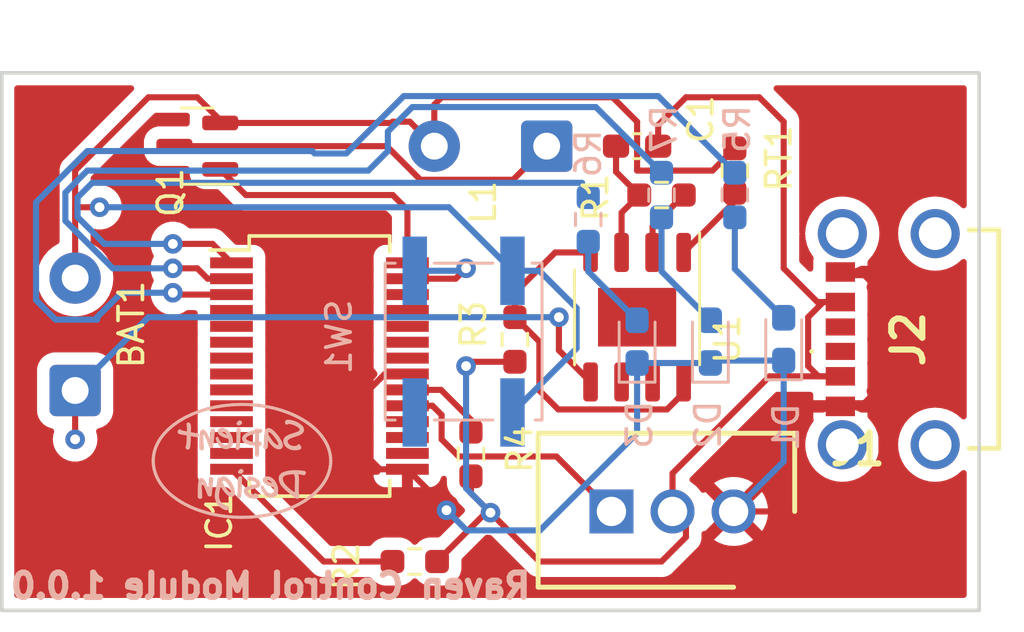
<source format=kicad_pcb>
(kicad_pcb (version 20211014) (generator pcbnew)
  (layers (0 "F.Cu" signal) (31 "B.Cu" signal) (34 "B.Paste" user) (35 "F.Paste" user) (36 "B.SilkS" user "B.Silkscreen") (37 "F.SilkS" user "F.Silkscreen") (38 "B.Mask" user) (39 "F.Mask" user) (44 "Edge.Cuts" user))
  (net 0 "")
  (net 1 "Net-(C1-Pad2)")
  (net 2 "Net-(D1-Pad1)")
  (net 3 "Net-(D1-Pad2)")
  (net 4 "Net-(D2-Pad2)")
  (net 5 "Net-(D3-Pad2)")
  (net 6 "Net-(IC1-Pad1)")
  (net 7 "Net-(IC1-Pad2)")
  (net 8 "Net-(IC1-Pad3)")
  (net 22 "Net-(IC1-Pad19)")
  (net 27 "Net-(IC1-Pad26)")
  (net 28 "Net-(IC1-Pad27)")
  (net 29 "Net-(IC1-Pad28)")
  (net 32 "Net-(L1-Pad1)")
  (net 33 "Net-(C1-Pad1)")
  (net 34 "Net-(R1-Pad1)")
  (net 35 "Net-(R2-Pad1)")
  (net 36 "Net-(RT1-Pad1)")
  (net 37 "Net-(IC1-Pad14)")
  (net 38 "Net-(BAT1-Pad1)")
  (net 39 "Net-(BAT1-Pad2)")
  (net 43 "Net-(IC1-Pad20)")
  (footprint "Package_SO:SSOP-28_5.3x10.2mm_P0.65mm" (layer "F.Cu") (at 134 67)
    (fp_text reference "IC1")
    (fp_text value "ATMEGA3208-XFR")
  )
  (footprint "Resistor_SMD:R_0603_1608Metric_Pad0.98x0.95mm_HandSolder" (layer "F.Cu") (at 142 65.9125 -90)
    (fp_text reference "R3")
    (fp_text value ".4")
  )
  (footprint "Connector_Wire:SolderWire-0.5sqmm_1x02_P4.6mm_D0.9mm_OD2.1mm" (layer "F.Cu") (at 124 68 90)
    (fp_text reference "BAT1")
    (fp_text value "Battery_Cell")
  )
  (footprint "SamacSys_Parts:USB4125GFA0190" (layer "F.Cu") (at 158.4 65.9 90)
    (fp_text reference "J2")
    (fp_text value "USB_C_Receptacle_USB2.0" hide)
  )
  (footprint "Resistor_SMD:R_0603_1608Metric_Pad0.98x0.95mm_HandSolder" (layer "F.Cu") (at 151 59 90)
    (fp_text reference "RT1")
    (fp_text value "NTCG163JF103FT1")
  )
  (footprint "Capacitor_SMD:C_0603_1608Metric_Pad1.08x0.95mm_HandSolder" (layer "F.Cu") (at 147 58)
    (fp_text reference "C1")
    (fp_text value "10uf")
  )
  (footprint "Package_SO:HTSOP-8-1EP_3.9x4.9mm_P1.27mm_EP2.4x3.2mm" (layer "F.Cu") (at 147 65 -90)
    (fp_text reference "U1")
    (fp_text value "TP4056")
  )
  (footprint "SamacSys_Parts:SHDR3W69P0X250_1X3_1000X600X790P" (layer "F.Cu") (at 150.95 72.95)
    (fp_text reference "J1")
    (fp_text value "UPDI HEADER" hide)
  )
  (footprint "Connector_Wire:SolderWire-0.5sqmm_1x02_P4.6mm_D0.9mm_OD2.1mm" (layer "F.Cu") (at 143.3 58 180)
    (fp_text reference "L1")
    (fp_text value "L")
  )
  (footprint "Resistor_SMD:R_0603_1608Metric_Pad0.98x0.95mm_HandSolder" (layer "F.Cu") (at 140.2 70.6 90)
    (fp_text reference "R4")
    (fp_text value ".4")
  )
  (footprint "Package_TO_SOT_SMD:SOT-23" (layer "F.Cu") (at 129 58 180)
    (fp_text reference "Q1")
    (fp_text value "SI3402-TP")
  )
  (footprint "Resistor_SMD:R_0603_1608Metric_Pad0.98x0.95mm_HandSolder" (layer "F.Cu") (at 148 60 180)
    (fp_text reference "R1")
    (fp_text value "1k")
  )
  (footprint "Resistor_SMD:R_0603_1608Metric_Pad0.98x0.95mm_HandSolder" (layer "F.Cu") (at 137.9 75)
    (fp_text reference "R2")
    (fp_text value ".4")
  )
  (footprint "Button_Switch_SMD:SW_Push_1P1T_NO_CK_KSC7xxJ" (layer "B.Cu") (at 139.9 66 -90)
    (fp_text reference "SW1")
    (fp_text value "TS02-66-43-BK-260-LCR-D")
  )
  (footprint "Resistor_SMD:R_0603_1608Metric_Pad0.98x0.95mm_HandSolder" (layer "B.Cu") (at 151 60 90)
    (fp_text reference "R5")
    (fp_text value "R")
  )
  (footprint "Resistor_SMD:R_0603_1608Metric_Pad0.98x0.95mm_HandSolder" (layer "B.Cu") (at 145 61 90)
    (fp_text reference "R6")
    (fp_text value "R")
  )
  (footprint "LED_SMD:LED_0603_1608Metric_Pad1.05x0.95mm_HandSolder" (layer "B.Cu") (at 153 65.9 90)
    (fp_text reference "D1")
    (fp_text value "LED")
  )
  (footprint "LED_SMD:LED_0603_1608Metric_Pad1.05x0.95mm_HandSolder" (layer "B.Cu") (at 150 66 90)
    (fp_text reference "D2")
    (fp_text value "LED")
  )
  (footprint "LED_SMD:LED_0603_1608Metric_Pad1.05x0.95mm_HandSolder" (layer "B.Cu") (at 147 66 90)
    (fp_text reference "D3")
    (fp_text value "LED")
  )
  (footprint "Resistor_SMD:R_0603_1608Metric_Pad0.98x0.95mm_HandSolder" (layer "B.Cu") (at 148 60 90)
    (fp_text reference "R7")
    (fp_text value "R")
  )
  (gr_line (start 129.747826 68.674031) (end 129.414055 68.751741) (layer "B.SilkS") (width 0.129749))
  (gr_line (start 127.237131 70.529145) (end 127.214029 70.644799) (layer "B.SilkS") (width 0.129749))
  (gr_line (start 133.739259 69.498405) (end 133.631411 69.411104) (layer "B.SilkS") (width 0.129749))
  (gr_line (start 134.442222 70.644799) (end 134.419119 70.529145) (layer "B.SilkS") (width 0.129749))
  (gr_line (start 133.270773 69.170477) (end 133.138957 69.097842) (layer "B.SilkS") (width 0.129749))
  (gr_line (start 131.199563 73.180092) (end 131.560272 73.145073) (layer "B.SilkS") (width 0.129749))
  (gr_line (start 134.419119 70.529145) (end 134.387171 70.415343) (layer "B.SilkS") (width 0.129749))
  (gr_line (start 130.095979 68.617085) (end 129.747826 68.674031) (layer "B.SilkS") (width 0.129749))
  (gr_line (start 131.736032 68.64289) (end 131.560272 68.617085) (layer "B.SilkS") (width 0.129749))
  (gr_line (start 128.517294 69.097842) (end 128.259311 69.246995) (layer "B.SilkS") (width 0.129749))
  (gr_line (start 127.195273 70.881079) (end 127.195273 70.881079) (layer "B.SilkS") (width 0.129749))
  (gr_line (start 129.253133 72.964139) (end 129.414055 73.010418) (layer "B.SilkS") (width 0.129749))
  (gr_line (start 130.828125 68.570135) (end 130.828125 68.570135) (layer "B.SilkS") (width 0.129749))
  (gr_line (start 127.815707 72.17315) (end 127.916992 72.263754) (layer "B.SilkS") (width 0.129749))
  (gr_line (start 131.908425 73.088128) (end 132.242196 73.010418) (layer "B.SilkS") (width 0.129749))
  (gr_poly (pts (xy 133.054214 71.308853) (xy 133.075794 71.309151) (xy 133.09668 71.309647) (xy 133.116871 71.310342) (xy 133.136367 71.311235) (xy 133.155169 71.312327) (xy 133.173277 71.313618) (xy 133.19069 71.315106) (xy 133.225813 71.318679) (xy 133.264509 71.323044) (xy 133.306776 71.328204) (xy 133.352615 71.334157) (xy 133.355542 71.334572) (xy 133.358369 71.335025) (xy 133.361098 71.335515) (xy 133.363727 71.336042) (xy 133.366257 71.336606) (xy 133.368688 71.337208) (xy 133.37102 71.337847) (xy 133.373252 71.338523) (xy 133.375385 71.339236) (xy 133.377419 71.339986) (xy 133.379354 71.340774) (xy 133.38119 71.341599) (xy 133.382926 71.34246) (xy 133.384563 71.34336) (xy 133.386101 71.344296) (xy 133.38754 71.34527) (xy 133.388886 71.34607) (xy 133.390145 71.346882) (xy 133.391317 71.347707) (xy 133.392402 71.348544) (xy 133.3934 71.349393) (xy 133.394312 71.350255) (xy 133.395137 71.35113) (xy 133.395875 71.352017) (xy 133.396526 71.352916) (xy 133.39709 71.353827) (xy 133.39734 71.354288) (xy 133.397568 71.354751) (xy 133.397774 71.355218) (xy 133.397958 71.355688) (xy 133.398121 71.356161) (xy 133.398262 71.356636) (xy 133.398382 71.357115) (xy 133.398479 71.357598) (xy 133.398555 71.358083) (xy 133.398609 71.358571) (xy 133.398642 71.359063) (xy 133.398653 71.359557) (xy 133.398603 71.362137) (xy 133.398454 71.364716) (xy 133.398206 71.367296) (xy 133.397859 71.369876) (xy 133.397413 71.372456) (xy 133.396867 71.375035) (xy 133.396222 71.377615) (xy 133.395478 71.380195) (xy 133.394635 71.382774) (xy 133.393692 71.385354) (xy 133.392651 71.387934) (xy 133.39151 71.390513) (xy 133.390269 71.393093) (xy 133.38893 71.395673) (xy 133.387491 71.398252) (xy 133.385953 71.400832) (xy 133.384558 71.403331) (xy 133.38315 71.405669) (xy 133.38173 71.407846) (xy 133.380298 71.409861) (xy 133.378853 71.411715) (xy 133.377396 71.413408) (xy 133.375926 71.41494) (xy 133.374444 71.41631) (xy 133.373698 71.416935) (xy 133.372949 71.417519) (xy 133.372197 71.418064) (xy 133.371442 71.418567) (xy 133.370684 71.419031) (xy 133.369923 71.419454) (xy 133.369159 71.419837) (xy 133.368391 71.42018) (xy 133.367621 71.420482) (xy 133.366847 71.420744) (xy 133.36607 71.420966) (xy 133.365291 71.421147) (xy 133.364508 71.421288) (xy 133.363722 71.421389) (xy 133.362933 71.42145) (xy 133.36214 71.42147) (xy 133.360894 71.421439) (xy 133.359536 71.421346) (xy 133.356485 71.420974) (xy 133.352988 71.420353) (xy 133.349044 71.419485) (xy 133.344653 71.418369) (xy 133.339816 71.417005) (xy 133.334533 71.415393) (xy 133.328803 71.413532) (xy 133.315756 71.41016) (xy 133.303602 71.407183) (xy 133.29234 71.404604) (xy 133.281972 71.402421) (xy 133.272497 71.400635) (xy 133.263914 71.399246) (xy 133.256225 71.398253) (xy 133.249428 71.397657) (xy 133.216934 71.393192) (xy 133.186126 71.389323) (xy 133.157006 71.386049) (xy 133.129572 71.38337) (xy 133.103824 71.381286) (xy 133.079764 71.379798) (xy 133.05739 71.378905) (xy 133.036703 71.378607) (xy 132.973178 71.379351) (xy 132.912779 71.381584) (xy 132.855505 71.385305) (xy 132.801356 71.390514) (xy 132.750333 71.397211) (xy 132.725993 71.401118) (xy 132.702435 71.405396) (xy 132.679658 71.410047) (xy 132.657662 71.41507) (xy 132.636448 71.420465) (xy 132.616015 71.426232) (xy 132.596407 71.432502) (xy 132.578064 71.439404) (xy 132.560986 71.446938) (xy 132.545173 71.455105) (xy 132.537741 71.459426) (xy 132.530625 71.463904) (xy 132.523825 71.468541) (xy 132.517342 71.473336) (xy 132.511175 71.47829) (xy 132.505324 71.483401) (xy 132.499789 71.48867) (xy 132.494571 71.494098) (xy 132.489669 71.499684) (xy 132.485083 71.505428) (xy 132.480814 71.51133) (xy 132.476861 71.51739) (xy 132.473224 71.523608) (xy 132.469903 71.529984) (xy 132.466899 71.536519) (xy 132.46421 71.543211) (xy 132.461838 71.550062) (xy 132.459783 71.557071) (xy 132.458043 71.564238) (xy 132.45662 71.571563) (xy 132.455513 71.579046) (xy 132.454723 71.586688) (xy 132.454248 71.594487) (xy 132.45409 71.602445) (xy 132.454338 71.615709) (xy 132.455082 71.628912) (xy 132.456322 71.642052) (xy 132.458059 71.65513) (xy 132.460291 71.668147) (xy 132.46302 71.681101) (xy 132.466244 71.693993) (xy 132.469965 71.706823) (xy 132.474182 71.719591) (xy 132.478895 71.732298) (xy 132.484104 71.744942) (xy 132.489809 71.757524) (xy 132.49601 71.770044) (xy 132.502707 71.782502) (xy 132.509901 71.794899) (xy 132.51759 71.807233) (xy 132.525819 71.819635) (xy 132.534631 71.832236) (xy 132.544026 71.845035) (xy 132.554003 71.858033) (xy 132.564564 71.871229) (xy 132.575708 71.884624) (xy 132.599743 71.912008) (xy 132.626111 71.940186) (xy 132.65481 71.969158) (xy 132.68584 71.998924) (xy 132.719203 72.029483) (xy 132.736368 72.043969) (xy 132.754525 72.058852) (xy 132.773674 72.074131) (xy 132.793816 72.089808) (xy 132.814949 72.105881) (xy 132.837075 72.122352) (xy 132.860193 72.139219) (xy 132.884303 72.156483) (xy 132.907892 72.173201) (xy 132.930242 72.188432) (xy 132.95135 72.202173) (xy 132.971219 72.214427) (xy 132.989847 72.225192) (xy 132.998696 72.230017) (xy 133.007235 72.234469) (xy 133.015464 72.23855) (xy 133.023383 72.242258) (xy 133.030992 72.245594) (xy 133.038291 72.248558) (xy 133.037595 72.230699) (xy 133.037098 72.200933) (xy 133.036701 72.105683) (xy 133.037494 72.008052) (xy 133.039873 71.854858) (xy 133.041957 71.785603) (xy 133.043445 71.719126) (xy 133.044338 71.655428) (xy 133.044636 71.594508) (xy 133.044413 71.583717) (xy 133.043743 71.572779) (xy 133.042627 71.561691) (xy 133.041064 71.550454) (xy 133.039055 71.539069) (xy 133.036599 71.527535) (xy 133.033697 71.515852) (xy 133.030349 71.50402) (xy 133.023305 71.482688) (xy 133.018047 71.466317) (xy 133.016087 71.459992) (xy 133.014574 71.454907) (xy 133.013507 71.451062) (xy 133.012886 71.448458) (xy 133.01293 71.447286) (xy 133.012984 71.446714) (xy 133.01306 71.446151) (xy 133.013158 71.445597) (xy 133.013277 71.445053) (xy 133.013418 71.444518) (xy 133.013581 71.443993) (xy 133.013765 71.443477) (xy 133.013972 71.44297) (xy 133.0142 71.442472) (xy 133.014449 71.441984) (xy 133.01472 71.441505) (xy 133.015014 71.441035) (xy 133.015328 71.440574) (xy 133.015665 71.440123) (xy 133.016023 71.439681) (xy 133.016403 71.439249) (xy 133.017227 71.438412) (xy 133.018139 71.437612) (xy 133.019137 71.436849) (xy 133.020223 71.436123) (xy 133.021395 71.435435) (xy 133.022653 71.434784) (xy 133.023999 71.43417) (xy 133.025202 71.433593) (xy 133.02643 71.433054) (xy 133.027683 71.432552) (xy 133.02896 71.432086) (xy 133.030262 71.431659) (xy 133.031589 71.431268) (xy 133.032941 71.430914) (xy 133.034318 71.430598) (xy 133.035719 71.430319) (xy 133.037145 71.430077) (xy 133.038597 71.429873) (xy 133.040072 71.429705) (xy 133.041573 71.429575) (xy 133.043098 71.429482) (xy 133.044649 71.429426) (xy 133.046224 71.429408) (xy 133.050701 71.429556) (xy 133.052875 71.429742) (xy 133.055005 71.430003) (xy 133.057091 71.430338) (xy 133.059135 71.430747) (xy 133.061135 71.431231) (xy 133.063091 71.431789) (xy 133.065004 71.432421) (xy 133.066874 71.433128) (xy 133.0687 71.43391) (xy 133.070483 71.434765) (xy 133.072222 71.435696) (xy 133.073918 71.4367) (xy 133.075571 71.437779) (xy 133.07718 71.438933) (xy 133.078746 71.44016) (xy 133.080268 71.441463) (xy 133.081747 71.442839) (xy 133.083183 71.44429) (xy 133.084575 71.445816) (xy 133.085924 71.447416) (xy 133.087229 71.44909) (xy 133.088491 71.450839) (xy 133.08971 71.452662) (xy 133.090885 71.454559) (xy 133.093105 71.458578) (xy 133.095151 71.462894) (xy 133.097024 71.467507) (xy 133.101489 71.48311) (xy 133.105358 71.499754) (xy 133.108632 71.517439) (xy 133.111311 71.536167) (xy 133.113395 71.555936) (xy 133.114883 71.576747) (xy 133.115776 71.5986) (xy 133.116074 71.621495) (xy 133.115281 71.704045) (xy 133.112902 71.831045) (xy 133.110818 71.897224) (xy 133.109329 71.967174) (xy 133.108436 72.040893) (xy 133.108139 72.118383) (xy 133.108263 72.141427) (xy 133.108635 72.163726) (xy 133.109255 72.185282) (xy 133.110123 72.206093) (xy 133.111239 72.22616) (xy 133.112604 72.245483) (xy 133.114216 72.264061) (xy 133.116076 72.281896) (xy 133.118855 72.313051) (xy 133.120841 72.336665) (xy 133.122032 72.352738) (xy 133.12233 72.357947) (xy 133.122429 72.361271) (xy 133.122404 72.36302) (xy 133.12233 72.364694) (xy 133.122206 72.366294) (xy 133.122032 72.367819) (xy 133.121808 72.369271) (xy 133.121536 72.370647) (xy 133.121213 72.371949) (xy 133.120841 72.373177) (xy 133.120419 72.374331) (xy 133.119947 72.37541) (xy 133.119693 72.375921) (xy 133.119426 72.376414) (xy 133.119147 72.376889) (xy 133.118855 72.377345) (xy 133.118551 72.377782) (xy 133.118235 72.3782) (xy 133.117906 72.3786) (xy 133.117565 72.378982) (xy 133.117211 72.379344) (xy 133.116845 72.379689) (xy 133.116467 72.380014) (xy 133.116076 72.380321) (xy 133.115251 72.38109) (xy 133.114364 72.38181) (xy 133.113416 72.38248) (xy 133.112405 72.3831) (xy 133.111332 72.383671) (xy 133.110197 72.384192) (xy 133.109 72.384664) (xy 133.107741 72.385086) (xy 133.10642 72.385458) (xy 133.105038 72.38578) (xy 133.103593 72.386053) (xy 133.102086 72.386277) (xy 133.100517 72.38645) (xy 133.098886 72.386574) (xy 133.097193 72.386649) (xy 133.095438 72.386674) (xy 133.093094 72.386636) (xy 133.090825 72.386525) (xy 133.088629 72.386339) (xy 133.086509 72.386078) (xy 133.084462 72.385743) (xy 133.082491 72.385334) (xy 133.080593 72.38485) (xy 133.07877 72.384292) (xy 133.077021 72.38366) (xy 133.075347 72.382953) (xy 133.073747 72.382172) (xy 133.072222 72.381316) (xy 133.070771 72.380386) (xy 133.069394 72.379381) (xy 133.068092 72.378302) (xy 133.066864 72.377149) (xy 133.065692 72.376119) (xy 133.064557 72.375015) (xy 133.063459 72.373837) (xy 133.062399 72.372584) (xy 133.061376 72.371257) (xy 133.06039 72.369856) (xy 133.059441 72.36838) (xy 133.05853 72.36683) (xy 133.057655 72.365205) (xy 133.056818 72.363506) (xy 133.056018 72.361732) (xy 133.055255 72.359884) (xy 133.05453 72.357962) (xy 133.053841 72.355965) (xy 133.05319 72.353894) (xy 133.052576 72.351748) (xy 133.03499 72.343116) (xy 133.016361 72.333095) (xy 132.996691 72.321685) (xy 132.975979 72.308886) (xy 132.954225 72.294697) (xy 132.93143 72.27912) (xy 132.907593 72.262154) (xy 132.882713 72.243798) (xy 132.857016 72.224599) (xy 132.831517 72.205103) (xy 132.806216 72.185309) (xy 132.781113 72.165217) (xy 132.75621 72.144827) (xy 132.731504 72.12414) (xy 132.706997 72.103155) (xy 132.682688 72.081873) (xy 132.643993 72.047023) (xy 132.608076 72.013115) (xy 132.591159 71.996514) (xy 132.574937 71.980149) (xy 132.559409 71.96402) (xy 132.544576 71.948126) (xy 132.530437 71.932468) (xy 132.516993 71.917046) (xy 132.504243 71.901859) (xy 132.492188 71.886908) (xy 132.480827 71.872193) (xy 132.470161 71.857713) (xy 132.46019 71.843469) (xy 132.450913 71.82946) (xy 132.442262 71.81552) (xy 132.43417 71.801481) (xy 132.426635 71.787342) (xy 132.419659 71.773104) (xy 132.413241 71.758767) (xy 132.407381 71.744331) (xy 132.402079 71.729795) (xy 132.397335 71.71516) (xy 132.393149 71.700426) (xy 132.389521 71.685593) (xy 132.386452 71.670661) (xy 132.38394 71.655629) (xy 132.381987 71.640498) (xy 132.380592 71.625268) (xy 132.379754 71.609939) (xy 132.379475 71.59451) (xy 132.379476 71.594509) (xy 132.379476 71.594508) (xy 132.379476 71.594507) (xy 132.379476 71.594506) (xy 132.379476 71.594505) (xy 132.380189 71.575411) (xy 132.381081 71.56613) (xy 132.382329 71.557025) (xy 132.383933 71.548096) (xy 132.385895 71.539345) (xy 132.388212 71.53077) (xy 132.390887 71.522372) (xy 132.393917 71.514151) (xy 132.397305 71.506107) (xy 132.401049 71.498239) (xy 132.405149 71.490548) (xy 132.409606 71.483034) (xy 132.41442 71.475696) (xy 132.41959 71.468535) (xy 132.425117 71.461551) (xy 132.431 71.454744) (xy 132.43724 71.448113) (xy 132.443837 71.441659) (xy 132.45079 71.435382) (xy 132.465766 71.423358) (xy 132.482168 71.412041) (xy 132.499996 71.401431) (xy 132.519251 71.391527) (xy 132.539932 71.382331) (xy 132.562039 71.373842) (xy 132.585083 71.36596) (xy 132.60897 71.358587) (xy 132.6337 71.351722) (xy 132.659274 71.345366) (xy 132.712951 71.334179) (xy 132.770002 71.325026) (xy 132.830426 71.317907) (xy 132.894224 71.312822) (xy 132.961395 71.309771) (xy 133.03194 71.308754)) (layer "B.SilkS") (width 0.09375) (fill solid))
  (gr_line (start 132.242196 73.010418) (end 132.559759 72.913105) (layer "B.SilkS") (width 0.129749))
  (gr_line (start 130.095979 73.145073) (end 130.274878 73.165396) (layer "B.SilkS") (width 0.129749))
  (gr_line (start 133.840544 69.589008) (end 133.739259 69.498405) (layer "B.SilkS") (width 0.129749))
  (gr_line (start 133.39694 69.246995) (end 133.270773 69.170477) (layer "B.SilkS") (width 0.129749))
  (gr_poly (pts (xy 131.436442 69.60065) (xy 131.439431 69.600762) (xy 131.442296 69.600948) (xy 131.445037 69.601208) (xy 131.447654 69.601543) (xy 131.450147 69.601952) (xy 131.452515 69.602436) (xy 131.45476 69.602994) (xy 131.456881 69.603627) (xy 131.458878 69.604334) (xy 131.460751 69.605115) (xy 131.462499 69.605971) (xy 131.464124 69.606901) (xy 131.465625 69.607906) (xy 131.467001 69.608985) (xy 131.468254 69.610138) (xy 131.469252 69.611391) (xy 131.470263 69.612767) (xy 131.471286 69.614268) (xy 131.472322 69.615893) (xy 131.47443 69.619514) (xy 131.476588 69.623632) (xy 131.478796 69.628245) (xy 131.481053 69.633355) (xy 131.48336 69.638961) (xy 131.485716 69.645063) (xy 131.492662 69.64422) (xy 131.49921 69.643278) (xy 131.505362 69.642236) (xy 131.511117 69.641095) (xy 131.516474 69.639855) (xy 131.521435 69.638515) (xy 131.523767 69.637808) (xy 131.525999 69.637076) (xy 131.528133 69.63632) (xy 131.530167 69.635538) (xy 131.549217 69.626013) (xy 131.552361 69.624475) (xy 131.555443 69.623037) (xy 131.558463 69.621697) (xy 131.561421 69.620457) (xy 131.564317 69.619316) (xy 131.567151 69.618274) (xy 131.569923 69.617332) (xy 131.572632 69.616488) (xy 131.57528 69.615744) (xy 131.577866 69.615099) (xy 131.58039 69.614554) (xy 131.582852 69.614107) (xy 131.585252 69.61376) (xy 131.58759 69.613512) (xy 131.589865 69.613363) (xy 131.592079 69.613313) (xy 131.593056 69.613354) (xy 131.594002 69.613475) (xy 131.594916 69.613676) (xy 131.5958 69.613958) (xy 131.596653 69.614321) (xy 131.597474 69.614764) (xy 131.598265 69.615288) (xy 131.599025 69.615893) (xy 131.600451 69.617344) (xy 131.601753 69.619118) (xy 131.602931 69.621214) (xy 131.603986 69.623632) (xy 131.604916 69.626373) (xy 131.605722 69.629436) (xy 131.606404 69.632822) (xy 131.606962 69.63653) (xy 131.607396 69.640561) (xy 131.607706 69.644914) (xy 131.607892 69.64959) (xy 131.607954 69.654588) (xy 131.607886 69.65713) (xy 131.607681 69.659598) (xy 131.607528 69.660804) (xy 131.60734 69.661992) (xy 131.607119 69.663161) (xy 131.606863 69.664311) (xy 131.606573 69.665443) (xy 131.606249 69.666556) (xy 131.605891 69.66765) (xy 131.605499 69.668726) (xy 131.605072 69.669784) (xy 131.604612 69.670822) (xy 131.604117 69.671842) (xy 131.603589 69.672844) (xy 131.603026 69.673827) (xy 131.602429 69.674791) (xy 131.601798 69.675737) (xy 131.601133 69.676664) (xy 131.600434 69.677572) (xy 131.599701 69.678462) (xy 131.598933 69.679333) (xy 131.598132 69.680186) (xy 131.597296 69.68102) (xy 131.596426 69.681835) (xy 131.595523 69.682632) (xy 131.594585 69.683411) (xy 131.592607 69.684911) (xy 131.590492 69.686338) (xy 131.58803 69.687702) (xy 131.585407 69.689017) (xy 131.582623 69.690282) (xy 131.579677 69.691497) (xy 131.576571 69.692663) (xy 131.573303 69.693779) (xy 131.569873 69.694846) (xy 131.566283 69.695863) (xy 131.558618 69.697748) (xy 131.550309 69.699435) (xy 131.541354 69.700923) (xy 131.531755 69.702213) (xy 131.513597 69.7037) (xy 131.498814 69.70499) (xy 131.487404 69.706081) (xy 131.479367 69.706975) (xy 131.477777 70.156238) (xy 131.483482 70.15609) (xy 131.489485 70.155643) (xy 131.495785 70.154899) (xy 131.502384 70.153857) (xy 131.509279 70.152518) (xy 131.516473 70.150881) (xy 131.523964 70.148946) (xy 131.531752 70.146713) (xy 131.539292 70.144481) (xy 131.546039 70.142546) (xy 131.551992 70.140909) (xy 131.557151 70.13957) (xy 131.561517 70.138528) (xy 131.565089 70.137784) (xy 131.566577 70.137523) (xy 131.567867 70.137337) (xy 131.568959 70.137225) (xy 131.569852 70.137188) (xy 131.571024 70.137225) (xy 131.572159 70.137337) (xy 131.573257 70.137523) (xy 131.574317 70.137784) (xy 131.57534 70.138118) (xy 131.576326 70.138528) (xy 131.577275 70.139011) (xy 131.578187 70.13957) (xy 131.579061 70.140202) (xy 131.579898 70.140909) (xy 131.580698 70.14169) (xy 131.581461 70.142546) (xy 131.582875 70.144481) (xy 131.58414 70.146713) (xy 131.585256 70.149243) (xy 131.586223 70.152071) (xy 131.587042 70.155196) (xy 131.587711 70.15862) (xy 131.588232 70.16234) (xy 131.588604 70.166359) (xy 131.588828 70.170675) (xy 131.588902 70.175288) (xy 131.588865 70.178511) (xy 131.588753 70.181632) (xy 131.588567 70.18465) (xy 131.588307 70.187566) (xy 131.587972 70.19038) (xy 131.587563 70.193092) (xy 131.587079 70.195701) (xy 131.586521 70.198208) (xy 131.585888 70.200612) (xy 131.585181 70.202914) (xy 131.5844 70.205114) (xy 131.583544 70.207212) (xy 131.582614 70.209207) (xy 131.58161 70.2111) (xy 131.580531 70.21289) (xy 131.579377 70.214579) (xy 131.578149 70.216165) (xy 131.576847 70.217648) (xy 131.57547 70.21903) (xy 131.574019 70.220309) (xy 131.572494 70.221485) (xy 131.570894 70.22256) (xy 131.56922 70.223532) (xy 131.567471 70.224401) (xy 131.565648 70.225169) (xy 131.56375 70.225834) (xy 131.561778 70.226397) (xy 131.559732 70.226857) (xy 131.557611 70.227215) (xy 131.555416 70.227471) (xy 131.553146 70.227624) (xy 131.550802 70.227676) (xy 131.540483 70.227576) (xy 131.530165 70.227278) (xy 131.519846 70.226781) (xy 131.509527 70.226086) (xy 131.499308 70.22539) (xy 131.490874 70.224893) (xy 131.484226 70.224595) (xy 131.481572 70.22452) (xy 131.479365 70.224496) (xy 131.480955 70.446746) (xy 131.480855 70.475222) (xy 131.480557 70.5035) (xy 131.48006 70.531579) (xy 131.479365 70.559459) (xy 131.474602 70.643596) (xy 131.474106 70.646096) (xy 131.473411 70.648433) (xy 131.47299 70.649542) (xy 131.472518 70.65061) (xy 131.471997 70.651638) (xy 131.471427 70.652625) (xy 131.470807 70.653573) (xy 131.470137 70.65448) (xy 131.469418 70.655346) (xy 131.468649 70.656173) (xy 131.46783 70.656959) (xy 131.466962 70.657704) (xy 131.466044 70.65841) (xy 131.465077 70.659075) (xy 131.46406 70.659699) (xy 131.462993 70.660284) (xy 131.460711 70.661332) (xy 131.458231 70.662219) (xy 131.455552 70.662944) (xy 131.452675 70.663509) (xy 131.449599 70.663912) (xy 131.446325 70.664154) (xy 131.442852 70.664234) (xy 131.44031 70.66416) (xy 131.439066 70.664067) (xy 131.437842 70.663936) (xy 131.436636 70.663769) (xy 131.435448 70.663564) (xy 131.434279 70.663323) (xy 131.433129 70.663043) (xy 131.431997 70.662727) (xy 131.430884 70.662374) (xy 131.42979 70.661983) (xy 131.428714 70.661555) (xy 131.427657 70.66109) (xy 131.426618 70.660588) (xy 131.425598 70.660048) (xy 131.424596 70.659472) (xy 131.423613 70.658858) (xy 131.422649 70.658207) (xy 131.421703 70.657518) (xy 131.420776 70.656793) (xy 131.419868 70.65603) (xy 131.418978 70.65523) (xy 131.418107 70.654393) (xy 131.417254 70.653518) (xy 131.41642 70.652607) (xy 131.415605 70.651658) (xy 131.414029 70.649649) (xy 131.412529 70.647491) (xy 131.411102 70.645184) (xy 131.409757 70.64297) (xy 131.408498 70.640694) (xy 131.407326 70.638357) (xy 131.40624 70.635957) (xy 131.405242 70.633495) (xy 131.40433 70.630971) (xy 131.403506 70.628385) (xy 131.402768 70.625737) (xy 131.402116 70.623027) (xy 131.401552 70.620255) (xy 131.401075 70.617421) (xy 131.400684 70.614526) (xy 131.40038 70.611568) (xy 131.400163 70.608548) (xy 131.400033 70.605466) (xy 131.399989 70.602322) (xy 131.400039 70.599271) (xy 131.400188 70.595674) (xy 131.400783 70.586843) (xy 131.401774 70.57583) (xy 131.403162 70.562634) (xy 131.405022 70.543733) (xy 131.406634 70.524335) (xy 131.407999 70.504442) (xy 131.409115 70.484052) (xy 131.409983 70.463167) (xy 131.410603 70.441785) (xy 131.410975 70.419907) (xy 131.411099 70.397534) (xy 131.410901 70.360922) (xy 131.410306 70.319349) (xy 131.409315 70.272815) (xy 131.407927 70.221321) (xy 131.350578 70.21626) (xy 131.296008 70.209811) (xy 131.244215 70.201973) (xy 131.219361 70.197533) (xy 131.195201 70.192745) (xy 131.171736 70.187611) (xy 131.148965 70.182129) (xy 131.126889 70.1763) (xy 131.105507 70.170124) (xy 131.08482 70.1636) (xy 131.064828 70.156729) (xy 131.045529 70.149511) (xy 131.026926 70.141945) (xy 131.00924 70.134008) (xy 130.992695 70.125674) (xy 130.977292 70.116942) (xy 130.963029 70.107814) (xy 130.949907 70.098289) (xy 130.937927 70.088367) (xy 130.932364 70.083258) (xy 130.927087 70.078049) (xy 130.922095 70.07274) (xy 130.917388 70.067333) (xy 130.912967 70.061826) (xy 130.908831 70.05622) (xy 130.90498 70.050515) (xy 130.901414 70.044711) (xy 130.898134 70.038807) (xy 130.895138 70.032805) (xy 130.892429 70.026703) (xy 130.890004 70.020502) (xy 130.887864 70.014201) (xy 130.88601 70.007802) (xy 130.884441 70.001303) (xy 130.883158 69.994705) (xy 130.882159 69.988007) (xy 130.881446 69.981211) (xy 130.881018 69.974315) (xy 130.881005 69.97367) (xy 130.949136 69.97367) (xy 130.949428 69.979989) (xy 130.950302 69.986246) (xy 130.951759 69.992441) (xy 130.953799 69.998574) (xy 130.956423 70.004645) (xy 130.959629 70.010654) (xy 130.963417 70.016601) (xy 130.967789 70.022486) (xy 130.972744 70.028309) (xy 130.978282 70.03407) (xy 130.984402 70.039768) (xy 130.991106 70.045405) (xy 130.998392 70.05098) (xy 131.006261 70.056493) (xy 131.014713 70.061944) (xy 131.023748 70.067333) (xy 131.04255 70.077403) (xy 131.062444 70.086978) (xy 131.083429 70.096056) (xy 131.105505 70.104639) (xy 131.128673 70.112725) (xy 131.152932 70.120315) (xy 131.178282 70.127409) (xy 131.204724 70.134008) (xy 131.231513 70.139589) (xy 131.257905 70.144426) (xy 131.2839 70.148518) (xy 131.309499 70.151867) (xy 131.334701 70.154472) (xy 131.359505 70.156332) (xy 131.383913 70.157448) (xy 131.407924 70.15782) (xy 131.408322 70.083208) (xy 131.409514 69.957795) (xy 131.410408 69.885365) (xy 131.4115 69.820476) (xy 131.412789 69.763128) (xy 131.414277 69.71332) (xy 131.389546 69.717586) (xy 131.364568 69.722448) (xy 131.339342 69.727905) (xy 131.313867 69.733957) (xy 131.288145 69.740605) (xy 131.262174 69.747848) (xy 131.235955 69.755686) (xy 131.209489 69.76412) (xy 131.182997 69.773149) (xy 131.170124 69.777887) (xy 131.157498 69.782773) (xy 131.14512 69.787809) (xy 131.132991 69.792993) (xy 131.121109 69.798326) (xy 131.109476 69.803808) (xy 131.098091 69.809439) (xy 131.086953 69.815219) (xy 131.076064 69.821147) (xy 131.065423 69.827225) (xy 131.05503 69.833451) (xy 131.044885 69.839826) (xy 131.034987 69.84635) (xy 131.025338 69.853023) (xy 131.016111 69.859819) (xy 131.007479 69.866715) (xy 130.999442 69.87371) (xy 130.992001 69.880804) (xy 130.985155 69.887997) (xy 130.978904 69.89529) (xy 130.973249 69.902682) (xy 130.968188 69.910173) (xy 130.963724 69.917763) (xy 130.959854 69.925452) (xy 130.95658 69.933241) (xy 130.953901 69.941129) (xy 130.951817 69.949116) (xy 130.950329 69.957202) (xy 130.949436 69.965388) (xy 130.949138 69.973673) (xy 130.949136 69.97367) (xy 130.881005 69.97367) (xy 130.880876 69.96732) (xy 130.880878 69.967325) (xy 130.881238 69.957453) (xy 130.882317 69.94768) (xy 130.884115 69.938006) (xy 130.886633 69.928431) (xy 130.88987 69.918956) (xy 130.893826 69.90958) (xy 130.898502 69.900303) (xy 130.903897 69.891125) (xy 130.910011 69.882046) (xy 130.916845 69.873067) (xy 130.924398 69.864187) (xy 130.932671 69.855406) (xy 130.941662 69.846725) (xy 130.951373 69.838142) (xy 130.961804 69.829659) (xy 130.972953 69.821275) (xy 130.996121 69.804978) (xy 131.02038 69.789426) (xy 131.045731 69.774617) (xy 131.072172 69.760553) (xy 131.099706 69.747233) (xy 131.12833 69.734657) (xy 131.158046 69.722825) (xy 131.188854 69.711737) (xy 131.219413 69.701096) (xy 131.249179 69.691397) (xy 131.278151 69.682641) (xy 131.306329 69.674828) (xy 131.333713 69.667957) (xy 131.360304 69.662028) (xy 131.386101 69.657043) (xy 131.411104 69.652999) (xy 131.411086 69.65161) (xy 131.41103 69.650221) (xy 131.410937 69.648832) (xy 131.410806 69.647443) (xy 131.410639 69.646054) (xy 131.410434 69.644665) (xy 131.410193 69.643276) (xy 131.409913 69.641887) (xy 131.409597 69.640498) (xy 131.409244 69.639109) (xy 131.408853 69.63772) (xy 131.408425 69.636331) (xy 131.40796 69.634942) (xy 131.407458 69.633553) (xy 131.406918 69.632164) (xy 131.406342 69.630775) (xy 131.405225 69.627724) (xy 131.404258 69.624921) (xy 131.403439 69.622366) (xy 131.403086 69.621182) (xy 131.40277 69.620059) (xy 131.402491 69.618999) (xy 131.402249 69.618001) (xy 131.402044 69.617064) (xy 131.401877 69.61619) (xy 131.401747 69.615378) (xy 131.401653 69.614627) (xy 131.401598 69.613939) (xy 131.401579 69.613313) (xy 131.40161 69.612531) (xy 131.401703 69.611775) (xy 131.401858 69.611043) (xy 131.402075 69.610336) (xy 131.402354 69.609654) (xy 131.402695 69.608997) (xy 131.403098 69.608364) (xy 131.403563 69.607757) (xy 131.40468 69.606616) (xy 131.406044 69.605574) (xy 131.407656 69.604631) (xy 131.409517 69.603788) (xy 131.411625 69.603044) (xy 131.413981 69.602399) (xy 131.416586 69.601853) (xy 131.419438 69.601407) (xy 131.422539 69.601059) (xy 131.425888 69.600811) (xy 131.429484 69.600663) (xy 131.433329 69.600613)) (layer "B.SilkS") (width 0.09375) (fill solid))
  (gr_line (start 130.828125 68.570135) (end 130.456687 68.582066) (layer "B.SilkS") (width 0.129749))
  (gr_line (start 128.02484 69.411104) (end 127.815707 69.589008) (layer "B.SilkS") (width 0.129749))
  (gr_line (start 129.096492 68.849054) (end 128.796963 68.964808) (layer "B.SilkS") (width 0.129749))
  (gr_line (start 127.358599 71.568283) (end 127.415713 71.675659) (layer "B.SilkS") (width 0.129749))
  (gr_line (start 129.096492 72.913105) (end 129.253133 72.964139) (layer "B.SilkS") (width 0.129749))
  (gr_poly (pts (xy 131.878992 71.559889) (xy 131.89122 71.560801) (xy 131.9034 71.56232) (xy 131.915529 71.564447) (xy 131.927609 71.567182) (xy 131.939639 71.570524) (xy 131.95162 71.574474) (xy 131.963551 71.579032) (xy 131.975432 71.584198) (xy 131.987264 71.589971) (xy 131.999047 71.596352) (xy 132.010779 71.603341) (xy 132.022462 71.610937) (xy 132.034096 71.619141) (xy 132.045679 71.627953) (xy 132.057214 71.637373) (xy 132.068587 71.647078) (xy 132.079687 71.657142) (xy 132.090514 71.667566) (xy 132.101068 71.67835) (xy 132.11135 71.689494) (xy 132.121358 71.700997) (xy 132.131094 71.71286) (xy 132.140557 71.725082) (xy 132.149747 71.737665) (xy 132.158665 71.750606) (xy 132.167309 71.763908) (xy 132.175681 71.777569) (xy 132.183779 71.79159) (xy 132.191605 71.80597) (xy 132.199158 71.820711) (xy 132.206438 71.835811) (xy 132.213359 71.850904) (xy 132.219833 71.866023) (xy 132.225861 71.881166) (xy 132.231442 71.896334) (xy 132.236576 71.911527) (xy 132.241264 71.926745) (xy 132.245506 71.941987) (xy 132.249301 71.957255) (xy 132.25265 71.972547) (xy 132.255552 71.987864) (xy 132.258008 72.003205) (xy 132.260017 72.018572) (xy 132.26158 72.033963) (xy 132.262696 72.049379) (xy 132.263366 72.06482) (xy 132.263589 72.080286) (xy 132.263322 72.09649) (xy 132.262522 72.11216) (xy 132.261189 72.127297) (xy 132.259322 72.141901) (xy 132.256923 72.155971) (xy 132.253989 72.169508) (xy 132.250523 72.182512) (xy 132.246523 72.194983) (xy 132.24199 72.20692) (xy 132.236924 72.218324) (xy 132.231324 72.229194) (xy 132.225191 72.239532) (xy 132.218525 72.249336) (xy 132.211325 72.258607) (xy 132.203592 72.267344) (xy 132.195326 72.275548) (xy 132.186663 72.283238) (xy 132.177739 72.290431) (xy 132.168555 72.297128) (xy 132.159111 72.30333) (xy 132.149406 72.309035) (xy 132.139441 72.314244) (xy 132.129215 72.318957) (xy 132.118729 72.323174) (xy 132.107982 72.326894) (xy 132.096975 72.330119) (xy 132.085708 72.332847) (xy 132.07418 72.33508) (xy 132.062391 72.336816) (xy 132.050342 72.338057) (xy 132.038033 72.338801) (xy 132.025463 72.339049) (xy 132.01014 72.338726) (xy 131.995127 72.337759) (xy 131.980424 72.336147) (xy 131.966031 72.333889) (xy 131.951949 72.330987) (xy 131.938176 72.32744) (xy 131.924713 72.323248) (xy 131.91156 72.318411) (xy 131.898718 72.312929) (xy 131.886185 72.306803) (xy 131.873962 72.300031) (xy 131.86205 72.292614) (xy 131.850448 72.284553) (xy 131.839155 72.275846) (xy 131.828173 72.266495) (xy 131.817501 72.256499) (xy 131.806959 72.246124) (xy 131.796764 72.235638) (xy 131.786916 72.22504) (xy 131.777416 72.21433) (xy 131.768263 72.203509) (xy 131.759457 72.192577) (xy 131.750999 72.181532) (xy 131.742888 72.170377) (xy 131.735124 72.159109) (xy 131.727707 72.14773) (xy 131.720638 72.136239) (xy 131.713916 72.124637) (xy 131.707541 72.112923) (xy 131.701514 72.101097) (xy 131.695833 72.08916) (xy 131.690501 72.077111) (xy 131.680455 72.053968) (xy 131.671748 72.032958) (xy 131.664381 72.014082) (xy 131.6612 72.005444) (xy 131.658354 71.997339) (xy 131.655842 71.989767) (xy 131.653666 71.982729) (xy 131.651824 71.976224) (xy 131.650317 71.970252) (xy 131.649145 71.964814) (xy 131.648308 71.959909) (xy 131.647806 71.955537) (xy 131.647638 71.951698) (xy 131.647649 71.950233) (xy 131.647682 71.948815) (xy 131.647736 71.947443) (xy 131.647812 71.946117) (xy 131.647909 71.944838) (xy 131.648029 71.943606) (xy 131.64817 71.94242) (xy 131.648333 71.94128) (xy 131.648517 71.940187) (xy 131.648723 71.939141) (xy 131.648951 71.938141) (xy 131.649201 71.937188) (xy 131.649472 71.936281) (xy 131.649765 71.93542) (xy 131.65008 71.934606) (xy 131.650416 71.933839) (xy 131.650774 71.933118) (xy 131.651154 71.932444) (xy 131.651556 71.931816) (xy 131.651979 71.931234) (xy 131.652424 71.9307) (xy 131.652891 71.930211) (xy 131.653379 71.929769) (xy 131.653889 71.929374) (xy 131.654421 71.929025) (xy 131.654974 71.928723) (xy 131.655549 71.928467) (xy 131.656146 71.928258) (xy 131.656765 71.928095) (xy 131.657405 71.927979) (xy 131.658067 71.927909) (xy 131.658751 71.927886) (xy 131.659551 71.92796) (xy 131.660363 71.928184) (xy 131.661188 71.928556) (xy 131.662025 71.929076) (xy 131.662875 71.929746) (xy 131.663737 71.930565) (xy 131.664611 71.931532) (xy 131.665498 71.932648) (xy 131.666397 71.933913) (xy 131.667308 71.935327) (xy 131.668232 71.93689) (xy 131.669169 71.938601) (xy 131.670117 71.940461) (xy 131.671078 71.942471) (xy 131.672052 71.944629) (xy 131.673038 71.946936) (xy 131.67671 71.954971) (xy 131.679786 71.961619) (xy 131.682266 71.966878) (xy 131.684151 71.970748) (xy 131.6906 71.984354) (xy 131.697247 71.997785) (xy 131.704094 72.011043) (xy 131.711138 72.024128) (xy 131.718381 72.037039) (xy 131.725823 72.049776) (xy 131.733463 72.062339) (xy 131.741301 72.074729) (xy 131.749338 72.086946) (xy 131.757573 72.098988) (xy 131.766006 72.110857) (xy 131.774638 72.122553) (xy 131.783469 72.134075) (xy 131.792498 72.145423) (xy 131.801725 72.156597) (xy 131.811151 72.167598) (xy 131.820856 72.178171) (xy 131.83092 72.188062) (xy 131.841344 72.197271) (xy 131.852128 72.205797) (xy 131.863272 72.213642) (xy 131.874775 72.220804) (xy 131.886638 72.227284) (xy 131.89886 72.233083) (xy 131.911443 72.238199) (xy 131.924385 72.242632) (xy 131.937686 72.246384) (xy 131.951347 72.249454) (xy 131.965368 72.251841) (xy 131.979749 72.253546) (xy 131.994489 72.25457) (xy 132.009589 72.254911) (xy 132.019566 72.254712) (xy 132.029259 72.254117) (xy 132.038666 72.253125) (xy 132.047788 72.251736) (xy 132.056624 72.24995) (xy 132.065176 72.247767) (xy 132.073442 72.245187) (xy 132.081423 72.242211) (xy 132.089118 72.238837) (xy 132.096529 72.235067) (xy 132.103654 72.2309) (xy 132.110494 72.226336) (xy 132.117048 72.221375) (xy 132.123318 72.216017) (xy 132.129302 72.210262) (xy 132.135001 72.20411) (xy 132.140191 72.197599) (xy 132.145047 72.190765) (xy 132.149567 72.183609) (xy 132.153753 72.176131) (xy 132.157604 72.16833) (xy 132.16112 72.160206) (xy 132.164301 72.15176) (xy 132.167148 72.142992) (xy 132.169659 72.133901) (xy 132.171836 72.124488) (xy 132.173678 72.114752) (xy 132.175184 72.104693) (xy 132.176356 72.094313) (xy 132.177194 72.083609) (xy 132.177696 72.072584) (xy 132.177863 72.061236) (xy 132.177566 72.043723) (xy 132.176673 72.026112) (xy 132.175184 72.008401) (xy 132.173101 71.990592) (xy 132.170422 71.972683) (xy 132.167148 71.954674) (xy 132.163278 71.936567) (xy 132.158814 71.91836) (xy 132.132322 71.913647) (xy 132.106029 71.90824) (xy 132.079934 71.902138) (xy 132.054038 71.895342) (xy 132.028341 71.887851) (xy 132.002842 71.879665) (xy 131.977541 71.870785) (xy 131.952439 71.86121) (xy 131.940086 71.8562) (xy 131.928031 71.85109) (xy 131.916273 71.845881) (xy 131.904813 71.840573) (xy 131.893651 71.835165) (xy 131.882787 71.829659) (xy 131.87222 71.824053) (xy 131.861951 71.818348) (xy 131.851979 71.812543) (xy 131.842305 71.80664) (xy 131.832929 71.800637) (xy 131.823851 71.794535) (xy 131.81507 71.788334) (xy 131.806587 71.782033) (xy 131.798401 71.775634) (xy 131.790513 71.769135) (xy 131.782824 71.762574) (xy 131.77563 71.755989) (xy 131.768933 71.749378) (xy 131.762732 71.742743) (xy 131.757027 71.736083) (xy 131.751818 71.729398) (xy 131.747105 71.722688) (xy 131.742888 71.715954) (xy 131.739167 71.709195) (xy 131.735943 71.70241) (xy 131.733214 71.695602) (xy 131.730982 71.688768) (xy 131.729245 71.681909) (xy 131.728658 71.678648) (xy 131.798451 71.678648) (xy 131.798451 71.678647) (xy 131.798668 71.681878) (xy 131.799319 71.685221) (xy 131.800404 71.688675) (xy 131.801923 71.69224) (xy 131.803877 71.695918) (xy 131.806264 71.699707) (xy 131.809086 71.703607) (xy 131.812341 71.707619) (xy 131.816031 71.711743) (xy 131.820155 71.715979) (xy 131.824712 71.720326) (xy 131.829704 71.724784) (xy 131.83513 71.729355) (xy 131.84099 71.734037) (xy 131.847284 71.73883) (xy 131.854013 71.743735) (xy 131.867928 71.753558) (xy 131.882687 71.763182) (xy 131.898289 71.772608) (xy 131.914735 71.781835) (xy 131.932024 71.790864) (xy 131.950156 71.799695) (xy 131.969131 71.808327) (xy 131.98895 71.81676) (xy 132.009067 71.824698) (xy 132.028936 71.831842) (xy 132.048556 71.838192) (xy 132.067928 71.843748) (xy 132.087053 71.84851) (xy 132.105929 71.852479) (xy 132.124558 71.855654) (xy 132.142938 71.858035) (xy 132.14145 71.852628) (xy 132.139763 71.847121) (xy 132.137878 71.841515) (xy 132.135794 71.83581) (xy 132.133512 71.830006) (xy 132.131032 71.824102) (xy 132.125475 71.811997) (xy 132.119125 71.799496) (xy 132.111981 71.786597) (xy 132.104044 71.773302) (xy 132.095313 71.75961) (xy 132.090482 71.752727) (xy 132.085515 71.745968) (xy 132.080411 71.739332) (xy 132.075171 71.732821) (xy 132.069795 71.726434) (xy 132.064282 71.720171) (xy 132.058633 71.714032) (xy 132.052847 71.708016) (xy 132.046925 71.702125) (xy 132.040867 71.696358) (xy 132.034672 71.690715) (xy 132.02834 71.685196) (xy 132.021872 71.679801) (xy 132.015268 71.67453) (xy 132.008527 71.669383) (xy 132.00165 71.66436) (xy 131.994686 71.659554) (xy 131.987685 71.655058) (xy 131.980647 71.650873) (xy 131.973571 71.646997) (xy 131.966459 71.643431) (xy 131.959309 71.640175) (xy 131.952122 71.63723) (xy 131.944897 71.634594) (xy 131.937636 71.632269) (xy 131.930337 71.630254) (xy 131.923001 71.628548) (xy 131.915628 71.627153) (xy 131.908217 71.626068) (xy 131.90077 71.625293) (xy 131.893285 71.624827) (xy 131.885763 71.624672) (xy 131.881434 71.624728) (xy 131.877181 71.624896) (xy 131.873001 71.625175) (xy 131.868896 71.625565) (xy 131.864865 71.626068) (xy 131.860909 71.626682) (xy 131.857027 71.627407) (xy 131.853219 71.628244) (xy 131.849486 71.629193) (xy 131.845828 71.630253) (xy 131.842243 71.631426) (xy 131.838733 71.632709) (xy 131.835298 71.634104) (xy 131.831937 71.635611) (xy 131.82865 71.63723) (xy 131.825438 71.63896) (xy 131.82217 71.640789) (xy 131.819113 71.642706) (xy 131.816267 71.644709) (xy 131.813631 71.646798) (xy 131.811207 71.648975) (xy 131.808993 71.651238) (xy 131.80699 71.653589) (xy 131.805198 71.656026) (xy 131.803616 71.65855) (xy 131.802246 71.66116) (xy 131.801086 71.663858) (xy 131.800138 71.666642) (xy 131.7994 71.669513) (xy 131.798873 71.672471) (xy 131.798556 71.675516) (xy 131.798451 71.678648) (xy 131.728658 71.678648) (xy 131.728005 71.675026) (xy 131.727261 71.668118) (xy 131.727013 71.661185) (xy 131.727174 71.655126) (xy 131.727376 71.652167) (xy 131.727658 71.649254) (xy 131.728021 71.646387) (xy 131.728464 71.643567) (xy 131.728988 71.640794) (xy 131.729593 71.638067) (xy 131.730278 71.635386) (xy 131.731044 71.632753) (xy 131.73189 71.630165) (xy 131.732817 71.627624) (xy 131.733825 71.62513) (xy 131.734913 71.622682) (xy 131.736082 71.62028) (xy 131.737332 71.617926) (xy 131.738662 71.615617) (xy 131.740073 71.613355) (xy 131.741564 71.61114) (xy 131.743136 71.608971) (xy 131.744789 71.606849) (xy 131.746522 71.604773) (xy 131.748336 71.602744) (xy 131.75023 71.600761) (xy 131.752205 71.598824) (xy 131.754261 71.596935) (xy 131.756397 71.595091) (xy 131.758614 71.593295) (xy 131.760912 71.591544) (xy 131.76329 71.589841) (xy 131.768288 71.586572) (xy 131.773324 71.583304) (xy 131.778508 71.580247) (xy 131.783841 71.577401) (xy 131.789323 71.574766) (xy 131.794953 71.572341) (xy 131.800733 71.570127) (xy 131.806661 71.568124) (xy 131.812738 71.566332) (xy 131.818964 71.564751) (xy 131.825339 71.56338) (xy 131.831863 71.562221) (xy 131.838535 71.561272) (xy 131.845357 71.560534) (xy 131.852327 71.560007) (xy 131.859446 71.559691) (xy 131.866713 71.559585)) (layer "B.SilkS") (width 0.09375) (fill solid))
  (gr_line (start 134.442222 71.11736) (end 134.456251 71) (layer "B.SilkS") (width 0.129749))
  (gr_poly (pts (xy 128.634081 69.356251) (xy 128.636155 69.356406) (xy 128.638186 69.356624) (xy 128.640173 69.356903) (xy 128.642117 69.357244) (xy 128.644018 69.357647) (xy 128.645875 69.358112) (xy 128.647689 69.358639) (xy 128.64946 69.359228) (xy 128.651187 69.359879) (xy 128.65287 69.360592) (xy 128.65451 69.361367) (xy 128.656107 69.362205) (xy 128.657661 69.363104) (xy 128.659171 69.364065) (xy 128.660637 69.365088) (xy 128.66206 69.366173) (xy 128.66344 69.36732) (xy 128.664776 69.36853) (xy 128.666069 69.369801) (xy 128.667319 69.371134) (xy 128.668525 69.372529) (xy 128.669688 69.373987) (xy 128.670807 69.375506) (xy 128.671883 69.377087) (xy 128.672915 69.37873) (xy 128.673905 69.380436) (xy 128.67485 69.382203) (xy 128.675752 69.384032) (xy 128.676611 69.385924) (xy 128.677427 69.387877) (xy 128.680106 69.394748) (xy 128.682586 69.401867) (xy 128.684868 69.409234) (xy 128.686952 69.416849) (xy 128.688837 69.424712) (xy 128.690524 69.432823) (xy 128.692012 69.441182) (xy 128.693302 69.44979) (xy 128.694045 69.45857) (xy 128.69469 69.468244) (xy 128.695681 69.490271) (xy 128.696276 69.515869) (xy 128.696474 69.54504) (xy 128.696276 69.566272) (xy 128.695681 69.591871) (xy 128.69469 69.621835) (xy 128.693302 69.656165) (xy 128.691914 69.681862) (xy 128.690922 69.70498) (xy 128.690328 69.725519) (xy 128.690129 69.743477) (xy 128.713446 69.747545) (xy 128.745295 69.753399) (xy 128.834592 69.770465) (xy 128.843026 69.772449) (xy 128.855627 69.775227) (xy 128.89333 69.783164) (xy 128.904492 69.785025) (xy 128.914959 69.786637) (xy 128.924732 69.788001) (xy 128.933811 69.789117) (xy 128.942195 69.789985) (xy 128.949884 69.790606) (xy 128.956879 69.790978) (xy 128.96318 69.791102) (xy 128.967272 69.791126) (xy 128.971216 69.791201) (xy 128.975011 69.791325) (xy 128.978658 69.791499) (xy 128.982155 69.791722) (xy 128.985504 69.791995) (xy 128.988704 69.792318) (xy 128.991755 69.79269) (xy 128.994657 69.793112) (xy 128.99741 69.793583) (xy 129.000014 69.794104) (xy 129.00247 69.794675) (xy 129.004777 69.795295) (xy 129.006935 69.795965) (xy 129.008944 69.796685) (xy 129.010805 69.797454) (xy 129.012535 69.798304) (xy 129.014153 69.799265) (xy 129.01566 69.800338) (xy 129.017055 69.801522) (xy 129.018339 69.802818) (xy 129.019511 69.804226) (xy 129.020571 69.805745) (xy 129.02152 69.807376) (xy 129.022357 69.809118) (xy 129.023083 69.810972) (xy 129.023697 69.812938) (xy 129.024199 69.815016) (xy 129.02459 69.817205) (xy 129.024869 69.819505) (xy 129.025036 69.821918) (xy 129.025092 69.824441) (xy 129.02503 69.826792) (xy 129.024844 69.82908) (xy 129.024534 69.831306) (xy 129.0241 69.83347) (xy 129.023542 69.835573) (xy 129.02286 69.837613) (xy 129.022054 69.839591) (xy 129.021123 69.841507) (xy 129.020069 69.843361) (xy 129.018891 69.845153) (xy 129.017589 69.846884) (xy 129.016162 69.848552) (xy 129.014612 69.850158) (xy 129.012938 69.851702) (xy 129.011139 69.853184) (xy 129.009217 69.854604) (xy 129.007028 69.85595) (xy 129.004827 69.857209) (xy 129.002613 69.858381) (xy 129.000387 69.859466) (xy 128.998148 69.860464) (xy 128.995897 69.861376) (xy 128.993634 69.862201) (xy 128.991358 69.862939) (xy 128.98907 69.86359) (xy 128.986769 69.864154) (xy 128.984456 69.864632) (xy 128.982131 69.865022) (xy 128.979793 69.865326) (xy 128.977442 69.865543) (xy 128.97508 69.865673) (xy 128.972705 69.865717) (xy 128.967669 69.865444) (xy 128.960501 69.864626) (xy 128.951199 69.863261) (xy 128.939764 69.861351) (xy 128.910494 69.855894) (xy 128.872692 69.848255) (xy 128.826158 69.838333) (xy 128.78022 69.829204) (xy 128.734877 69.82087) (xy 128.690129 69.813329) (xy 128.689731 69.895879) (xy 128.688539 69.981605) (xy 128.686852 70.023177) (xy 128.684967 70.062171) (xy 128.682884 70.098584) (xy 128.680602 70.132417) (xy 128.678022 70.168136) (xy 128.675046 70.202267) (xy 128.671672 70.234811) (xy 128.667902 70.265767) (xy 128.665521 70.280253) (xy 128.66314 70.293549) (xy 128.660758 70.305653) (xy 128.658377 70.316568) (xy 128.655996 70.326291) (xy 128.653614 70.334824) (xy 128.652424 70.338644) (xy 128.651233 70.342166) (xy 128.650043 70.345391) (xy 128.648852 70.348317) (xy 128.648251 70.349874) (xy 128.647637 70.351368) (xy 128.647011 70.352801) (xy 128.646372 70.354171) (xy 128.645721 70.35548) (xy 128.645058 70.356726) (xy 128.644382 70.357911) (xy 128.643693 70.359033) (xy 128.642993 70.360093) (xy 128.64228 70.361092) (xy 128.641554 70.362028) (xy 128.640816 70.362902) (xy 128.640065 70.363715) (xy 128.639302 70.364465) (xy 128.638527 70.365153) (xy 128.637739 70.36578) (xy 128.636933 70.366549) (xy 128.636102 70.367269) (xy 128.635246 70.367939) (xy 128.634366 70.368559) (xy 128.63346 70.36913) (xy 128.63253 70.369651) (xy 128.631575 70.370122) (xy 128.630595 70.370544) (xy 128.629591 70.370916) (xy 128.628561 70.371239) (xy 128.627507 70.371512) (xy 128.626428 70.371735) (xy 128.625324 70.371909) (xy 128.624196 70.372033) (xy 128.623042 70.372107) (xy 128.621864 70.372132) (xy 128.619675 70.372076) (xy 128.617474 70.371909) (xy 128.61526 70.37163) (xy 128.613034 70.371239) (xy 128.610795 70.370737) (xy 128.608544 70.370123) (xy 128.60628 70.369398) (xy 128.604005 70.36856) (xy 128.601716 70.367612) (xy 128.599416 70.366551) (xy 128.597103 70.365379) (xy 128.594777 70.364096) (xy 128.592439 70.3627) (xy 128.590089 70.361193) (xy 128.587727 70.359575) (xy 128.585352 70.357845) (xy 128.582852 70.356245) (xy 128.580515 70.35462) (xy 128.578338 70.352971) (xy 128.576323 70.351296) (xy 128.574468 70.349597) (xy 128.572776 70.347873) (xy 128.571244 70.346125) (xy 128.569873 70.344351) (xy 128.568664 70.342553) (xy 128.567616 70.34073) (xy 128.566729 70.338882) (xy 128.566004 70.337009) (xy 128.565702 70.336063) (xy 128.56544 70.335111) (xy 128.565218 70.334153) (xy 128.565036 70.333189) (xy 128.564895 70.332218) (xy 128.564795 70.331242) (xy 128.564734 70.330259) (xy 128.564714 70.32927) (xy 128.5664 70.323416) (xy 128.569873 70.312204) (xy 128.582176 70.273707) (xy 128.585995 70.260734) (xy 128.589517 70.246422) (xy 128.592741 70.23077) (xy 128.595668 70.213779) (xy 128.598297 70.195448) (xy 128.600629 70.175778) (xy 128.602664 70.154768) (xy 128.604401 70.132419) (xy 128.606683 70.096899) (xy 128.608767 70.058601) (xy 128.610652 70.017524) (xy 128.612338 69.973669) (xy 128.61353 69.885166) (xy 128.613928 69.800632) (xy 128.51074 69.783169) (xy 128.347228 69.754594) (xy 128.339836 69.753577) (xy 128.332742 69.752511) (xy 128.325945 69.751395) (xy 128.319446 69.750229) (xy 128.313245 69.749013) (xy 128.307342 69.747748) (xy 128.301736 69.746434) (xy 128.296428 69.745069) (xy 128.291417 69.743656) (xy 128.286704 69.742192) (xy 128.282289 69.740679) (xy 128.278172 69.739116) (xy 128.274352 69.737504) (xy 128.270829 69.735842) (xy 128.267605 69.734131) (xy 128.264678 69.73237) (xy 128.261794 69.730534) (xy 128.259097 69.728599) (xy 128.256585 69.726565) (xy 128.25426 69.724432) (xy 128.25212 69.7222) (xy 128.250167 69.719868) (xy 128.2484 69.717437) (xy 128.246819 69.714907) (xy 128.245423 69.712278) (xy 128.244214 69.709549) (xy 128.243191 69.706722) (xy 128.242354 69.703795) (xy 128.241703 69.700769) (xy 128.241238 69.697643) (xy 128.240959 69.694419) (xy 128.240866 69.691095) (xy 128.240862 69.69109) (xy 128.240936 69.688517) (xy 128.24116 69.685955) (xy 128.241532 69.683407) (xy 128.242053 69.68087) (xy 128.242722 69.678347) (xy 128.243541 69.675835) (xy 128.244508 69.673336) (xy 128.245625 69.670849) (xy 128.24689 69.668375) (xy 128.248303 69.665913) (xy 128.249866 69.663464) (xy 128.251578 69.661027) (xy 128.253438 69.658602) (xy 128.255447 69.65619) (xy 128.257605 69.65379) (xy 128.259912 69.651402) (xy 128.262095 69.648903) (xy 128.264278 69.646565) (xy 128.266461 69.644389) (xy 128.268644 69.642373) (xy 128.270827 69.640519) (xy 128.273009 69.638826) (xy 128.275192 69.637295) (xy 128.277375 69.635924) (xy 128.279558 69.634715) (xy 128.281741 69.633667) (xy 128.283923 69.63278) (xy 128.286106 69.632055) (xy 128.288289 69.63149) (xy 128.290472 69.631087) (xy 128.292655 69.630845) (xy 128.294837 69.630765) (xy 128.296028 69.630839) (xy 128.297219 69.631062) (xy 128.298409 69.631434) (xy 128.2996 69.631955) (xy 128.300791 69.632625) (xy 128.301981 69.633444) (xy 128.303172 69.634411) (xy 128.304362 69.635527) (xy 128.305553 69.636792) (xy 128.306744 69.638206) (xy 128.307934 69.639769) (xy 128.309125 69.64148) (xy 128.310316 69.64334) (xy 128.311506 69.64535) (xy 128.312697 69.647508) (xy 128.313887 69.649814) (xy 128.314898 69.652134) (xy 128.315946 69.654329) (xy 128.317032 69.656401) (xy 128.318154 69.658348) (xy 128.319314 69.660171) (xy 128.320511 69.661871) (xy 128.321745 69.663446) (xy 128.323016 69.664897) (xy 128.324325 69.666224) (xy 128.32567 69.667427) (xy 128.327053 69.668506) (xy 128.327758 69.668999) (xy 128.328473 69.66946) (xy 128.329197 69.669891) (xy 128.32993 69.670291) (xy 128.330673 69.67066) (xy 128.331425 69.670998) (xy 128.332186 69.671305) (xy 128.332957 69.671581) (xy 128.333736 69.671825) (xy 128.334525 69.672039) (xy 128.431363 69.69357) (xy 128.510738 69.710536) (xy 128.572651 69.722939) (xy 128.597059 69.727428) (xy 128.617101 69.730777) (xy 128.618691 69.687915) (xy 128.620079 69.652295) (xy 128.62107 69.618461) (xy 128.621665 69.586414) (xy 128.621864 69.556152) (xy 128.62174 69.537573) (xy 128.621367 69.519937) (xy 128.620747 69.503244) (xy 128.619879 69.487493) (xy 128.618763 69.472684) (xy 128.617399 69.458818) (xy 128.615787 69.445895) (xy 128.613926 69.433915) (xy 128.612066 69.422976) (xy 128.610454 69.413178) (xy 128.60909 69.404521) (xy 128.607973 69.397005) (xy 128.607105 69.390631) (xy 128.606485 69.385397) (xy 128.606113 69.381304) (xy 128.60602 69.379685) (xy 128.605989 69.378352) (xy 128.606008 69.376796) (xy 128.606064 69.375301) (xy 128.606157 69.373869) (xy 128.606287 69.372498) (xy 128.606454 69.37119) (xy 128.606659 69.369944) (xy 128.606901 69.368759) (xy 128.60718 69.367637) (xy 128.607496 69.366576) (xy 128.60785 69.365578) (xy 128.60824 69.364642) (xy 128.608668 69.363767) (xy 128.609133 69.362955) (xy 128.609635 69.362205) (xy 128.610175 69.361516) (xy 128.610752 69.36089) (xy 128.611384 69.360313) (xy 128.612091 69.359774) (xy 128.612872 69.359271) (xy 128.613728 69.358806) (xy 128.614658 69.358378) (xy 128.615663 69.357988) (xy 128.616742 69.357634) (xy 128.617895 69.357318) (xy 128.619123 69.357039) (xy 128.620426 69.356797) (xy 128.621802 69.356593) (xy 128.623253 69.356425) (xy 128.624779 69.356295) (xy 128.626379 69.356202) (xy 128.628053 69.356146) (xy 128.629802 69.356127)) (layer "B.SilkS") (width 0.09375) (fill solid))
  (gr_line (start 128.259311 72.515163) (end 128.385477 72.591682) (layer "B.SilkS") (width 0.129749))
  (gr_line (start 127.2 71) (end 127.214029 71.11736) (layer "B.SilkS") (width 0.129749))
  (gr_poly (pts (xy 129.547554 71.581876) (xy 129.550853 71.582062) (xy 129.554102 71.582372) (xy 129.557302 71.582806) (xy 129.560452 71.583364) (xy 129.563553 71.584046) (xy 129.566604 71.584852) (xy 129.569605 71.585782) (xy 129.572557 71.586837) (xy 129.575459 71.588015) (xy 129.578311 71.589317) (xy 129.581114 71.590743) (xy 129.583868 71.592294) (xy 129.586571 71.593968) (xy 129.589225 71.595766) (xy 129.59183 71.597689) (xy 129.594329 71.599512) (xy 129.596667 71.601409) (xy 129.598843 71.603381) (xy 129.600859 71.605428) (xy 129.602713 71.607548) (xy 129.604406 71.609744) (xy 129.605938 71.612013) (xy 129.607308 71.614357) (xy 129.608517 71.616776) (xy 129.609565 71.619269) (xy 129.610452 71.621836) (xy 129.611178 71.624478) (xy 129.611742 71.627194) (xy 129.612145 71.629984) (xy 129.612387 71.632849) (xy 129.612468 71.635789) (xy 129.612393 71.639137) (xy 129.61217 71.642833) (xy 129.611798 71.646876) (xy 129.611277 71.651266) (xy 129.610607 71.656004) (xy 129.609789 71.661089) (xy 129.608821 71.666521) (xy 129.607705 71.672301) (xy 129.600065 71.725284) (xy 129.593021 71.782632) (xy 129.586572 71.844347) (xy 129.580718 71.910426) (xy 129.556905 72.139026) (xy 129.544205 72.269201) (xy 129.543989 72.271137) (xy 129.543735 72.272972) (xy 129.543444 72.274709) (xy 129.543115 72.276346) (xy 129.542749 72.277884) (xy 129.542346 72.279323) (xy 129.541906 72.280663) (xy 129.541672 72.281295) (xy 129.541429 72.281903) (xy 129.541176 72.282486) (xy 129.540914 72.283044) (xy 129.540643 72.283577) (xy 129.540362 72.284086) (xy 129.540072 72.284569) (xy 129.539773 72.285028) (xy 129.539464 72.285462) (xy 129.539146 72.285871) (xy 129.538819 72.286256) (xy 129.538483 72.286615) (xy 129.538137 72.28695) (xy 129.537782 72.28726) (xy 129.537417 72.287545) (xy 129.537043 72.287805) (xy 129.53666 72.288041) (xy 129.536268 72.288252) (xy 129.535425 72.288636) (xy 129.534482 72.288995) (xy 129.53344 72.28933) (xy 129.532299 72.28964) (xy 129.531059 72.289925) (xy 129.529719 72.290185) (xy 129.526743 72.290631) (xy 129.523369 72.290978) (xy 129.519599 72.291226) (xy 129.515432 72.291375) (xy 129.510868 72.291424) (xy 129.50889 72.291387) (xy 129.506924 72.291275) (xy 129.50497 72.291089) (xy 129.503029 72.290829) (xy 129.501101 72.290494) (xy 129.499185 72.290085) (xy 129.497281 72.289601) (xy 129.49539 72.289043) (xy 129.493511 72.28841) (xy 129.491644 72.287703) (xy 129.48979 72.286922) (xy 129.487948 72.286066) (xy 129.486119 72.285136) (xy 129.484302 72.284131) (xy 129.482497 72.283052) (xy 129.480705 72.281899) (xy 129.478758 72.280684) (xy 129.476886 72.279419) (xy 129.475088 72.278104) (xy 129.473364 72.27674) (xy 129.471715 72.275326) (xy 129.47014 72.273862) (xy 129.468639 72.272349) (xy 129.467213 72.270786) (xy 129.465861 72.269174) (xy 129.464583 72.267512) (xy 129.46338 72.265801) (xy 129.462252 72.26404) (xy 129.461197 72.262229) (xy 129.460217 72.260368) (xy 129.459312 72.258458) (xy 129.45848 72.256499) (xy 129.434668 72.192998) (xy 129.394583 72.088819) (xy 129.375434 72.040747) (xy 129.35688 71.995355) (xy 129.338921 71.952641) (xy 129.321558 71.912606) (xy 129.30479 71.87525) (xy 129.288617 71.840573) (xy 129.280525 71.824233) (xy 129.272519 71.808947) (xy 129.2646 71.794716) (xy 129.256768 71.781538) (xy 129.249023 71.769415) (xy 129.241365 71.758346) (xy 129.233793 71.748331) (xy 129.23004 71.743719) (xy 129.226308 71.73937) (xy 129.222598 71.735285) (xy 129.21891 71.731464) (xy 129.215244 71.727906) (xy 129.211599 71.724611) (xy 129.207976 71.721581) (xy 129.204375 71.718813) (xy 129.200795 71.71631) (xy 129.197237 71.714069) (xy 129.193701 71.712093) (xy 129.190186 71.71038) (xy 129.186693 71.70893) (xy 129.183222 71.707744) (xy 129.179773 71.706822) (xy 129.176345 71.706163) (xy 129.172939 71.705768) (xy 129.169555 71.705636) (xy 129.167037 71.705871) (xy 129.165825 71.706166) (xy 129.164644 71.706578) (xy 129.162374 71.707757) (xy 129.160228 71.709406) (xy 129.158207 71.711527) (xy 129.156309 71.714119) (xy 129.154536 71.717182) (xy 129.152886 71.720717) (xy 129.151361 71.724723) (xy 129.149959 71.7292) (xy 129.148682 71.734149) (xy 129.147528 71.739568) (xy 129.146499 71.74546) (xy 129.145593 71.751822) (xy 129.144812 71.758656) (xy 129.144155 71.76596) (xy 129.142666 71.781191) (xy 129.141375 71.797512) (xy 129.140284 71.814925) (xy 129.13939 71.833429) (xy 129.138695 71.853025) (xy 129.138199 71.873712) (xy 129.137802 71.918361) (xy 129.138397 71.969855) (xy 129.140183 72.027502) (xy 129.14316 72.091299) (xy 129.147327 72.161248) (xy 129.151494 72.225046) (xy 129.154471 72.279914) (xy 129.156257 72.325852) (xy 129.156703 72.345473) (xy 129.156852 72.362861) (xy 129.156809 72.364423) (xy 129.156755 72.365186) (xy 129.156679 72.365936) (xy 129.156581 72.366674) (xy 129.156462 72.3674) (xy 129.156321 72.368113) (xy 129.156158 72.368813) (xy 129.155973 72.369501) (xy 129.155767 72.370177) (xy 129.155539 72.370841) (xy 129.15529 72.371492) (xy 129.155018 72.372131) (xy 129.154725 72.372757) (xy 129.15441 72.373371) (xy 129.154074 72.373972) (xy 129.153716 72.374561) (xy 129.153336 72.375138) (xy 129.152935 72.375703) (xy 129.152511 72.376254) (xy 129.152066 72.376794) (xy 129.1516 72.377321) (xy 129.151111 72.377836) (xy 129.150601 72.378338) (xy 129.150069 72.378828) (xy 129.149516 72.379306) (xy 129.148941 72.379771) (xy 129.148344 72.380224) (xy 129.147725 72.380664) (xy 129.147085 72.381092) (xy 129.145739 72.381911) (xy 129.144332 72.382872) (xy 129.142887 72.383771) (xy 129.141405 72.384609) (xy 129.139886 72.385384) (xy 129.138329 72.386097) (xy 129.136735 72.386748) (xy 129.135104 72.387337) (xy 129.133436 72.387864) (xy 129.131731 72.388329) (xy 129.129989 72.388732) (xy 129.128209 72.389073) (xy 129.126392 72.389352) (xy 129.124538 72.389569) (xy 129.122646 72.389724) (xy 129.120718 72.389817) (xy 129.118752 72.389848) (xy 129.115999 72.389793) (xy 129.113295 72.389625) (xy 129.110641 72.389346) (xy 129.108036 72.388955) (xy 129.105482 72.388453) (xy 129.102976 72.387839) (xy 129.100521 72.387114) (xy 129.098115 72.386276) (xy 129.095758 72.385328) (xy 129.093451 72.384267) (xy 129.091194 72.383095) (xy 129.088987 72.381812) (xy 129.086829 72.380416) (xy 129.08472 72.378909) (xy 129.082661 72.377291) (xy 129.080652 72.375561) (xy 129.07873 72.373948) (xy 129.076931 72.372287) (xy 129.075257 72.370575) (xy 129.073707 72.368814) (xy 129.072281 72.367003) (xy 129.070978 72.365143) (xy 129.0698 72.363233) (xy 129.068746 72.361273) (xy 129.067816 72.359264) (xy 129.06701 72.357205) (xy 129.066327 72.355097) (xy 129.065769 72.352939) (xy 129.065335 72.350731) (xy 129.065025 72.348474) (xy 129.064839 72.346167) (xy 129.064777 72.343811) (xy 129.064777 72.343814) (xy 129.065074 72.213242) (xy 129.065967 72.099339) (xy 129.067456 72.002105) (xy 129.069539 71.921539) (xy 129.070953 71.88974) (xy 129.072813 71.859428) (xy 129.07512 71.830605) (xy 129.077874 71.80327) (xy 129.081073 71.777424) (xy 129.08472 71.753066) (xy 129.088813 71.730196) (xy 129.093352 71.708814) (xy 129.095659 71.698625) (xy 129.098214 71.689094) (xy 129.101016 71.68022) (xy 129.102511 71.67603) (xy 129.104067 71.672004) (xy 129.105686 71.668142) (xy 129.107366 71.664445) (xy 129.109109 71.660911) (xy 129.110914 71.657543) (xy 129.11278 71.654338) (xy 129.114709 71.651298) (xy 129.116699 71.648422) (xy 129.118752 71.645711) (xy 129.120866 71.643164) (xy 129.123043 71.640781) (xy 129.125282 71.638562) (xy 129.127582 71.636508) (xy 129.129945 71.634618) (xy 129.13237 71.632893) (xy 129.134856 71.631332) (xy 129.137405 71.629935) (xy 129.140016 71.628702) (xy 129.142688 71.627634) (xy 129.145423 71.62673) (xy 129.14822 71.625991) (xy 129.151079 71.625416) (xy 129.153999 71.625005) (xy 129.156982 71.624758) (xy 129.160027 71.624676) (xy 129.168783 71.625259) (xy 129.177589 71.627008) (xy 129.186444 71.629923) (xy 129.195349 71.634003) (xy 129.204303 71.639249) (xy 129.213308 71.645661) (xy 129.222361 71.653239) (xy 129.231465 71.661983) (xy 129.240618 71.671892) (xy 129.24982 71.682967) (xy 129.259072 71.695209) (xy 129.268374 71.708616) (xy 129.277725 71.723188) (xy 129.287126 71.738927) (xy 129.296577 71.755831) (xy 129.306077 71.773902) (xy 129.324904 71.811977) (xy 129.344078 71.852384) (xy 129.363599 71.895122) (xy 129.383468 71.940192) (xy 129.403684 71.987594) (xy 129.424247 72.037328) (xy 129.466415 72.143789) (xy 129.469491 72.150834) (xy 129.472368 72.15768) (xy 129.475047 72.164327) (xy 129.477528 72.170777) (xy 129.478346 72.17353) (xy 129.479214 72.176234) (xy 129.480132 72.178888) (xy 129.4811 72.181492) (xy 129.482116 72.184047) (xy 129.483183 72.186552) (xy 129.484299 72.189008) (xy 129.485465 72.191414) (xy 129.486954 72.162641) (xy 129.489831 72.119183) (xy 129.499753 71.988214) (xy 129.506105 71.904077) (xy 129.510074 71.824999) (xy 129.514043 71.757629) (xy 129.518012 71.701968) (xy 129.52198 71.658014) (xy 129.522811 71.648786) (xy 129.523717 71.640154) (xy 129.524696 71.632118) (xy 129.525751 71.624676) (xy 129.526879 71.61783) (xy 129.528082 71.611579) (xy 129.528712 71.608677) (xy 129.52936 71.605924) (xy 129.530026 71.603319) (xy 129.530711 71.600864) (xy 129.531415 71.598557) (xy 129.532138 71.596399) (xy 129.532879 71.59439) (xy 129.533638 71.592529) (xy 129.534417 71.590818) (xy 129.535213 71.589255) (xy 129.536029 71.587841) (xy 129.536863 71.586576) (xy 129.537716 71.58546) (xy 129.538587 71.584492) (xy 129.539477 71.583674) (xy 129.540385 71.583004) (xy 129.541312 71.582483) (xy 129.542258 71.582111) (xy 129.543222 71.581888) (xy 129.544205 71.581814)) (layer "B.SilkS") (width 0.09375) (fill solid))
  (gr_line (start 133.935038 69.682771) (end 133.840544 69.589008) (layer "B.SilkS") (width 0.129749))
  (gr_line (start 132.559759 72.913105) (end 132.859288 72.79735) (layer "B.SilkS") (width 0.129749))
  (gr_line (start 127.214029 71.11736) (end 127.237131 71.233013) (layer "B.SilkS") (width 0.129749))
  (gr_line (start 134.387171 71.346815) (end 134.419119 71.233013) (layer "B.SilkS") (width 0.129749))
  (gr_line (start 132.077222 68.710363) (end 131.908425 68.674031) (layer "B.SilkS") (width 0.129749))
  (gr_line (start 127.415713 71.675659) (end 127.48076 71.780603) (layer "B.SilkS") (width 0.129749))
  (gr_line (start 134.022512 71.982612) (end 134.102739 71.882969) (layer "B.SilkS") (width 0.129749))
  (gr_poly (pts (xy 129.612639 69.597494) (xy 129.615938 69.59768) (xy 129.619188 69.59799) (xy 129.622388 69.598425) (xy 129.625538 69.598983) (xy 129.628638 69.599665) (xy 129.631689 69.600471) (xy 129.634691 69.601401) (xy 129.637642 69.602455) (xy 129.640545 69.603634) (xy 129.643397 69.604936) (xy 129.6462 69.606362) (xy 129.648953 69.607913) (xy 129.651657 69.609587) (xy 129.654311 69.611385) (xy 129.656916 69.613308) (xy 129.659415 69.615131) (xy 129.661753 69.617028) (xy 129.663929 69.619) (xy 129.665945 69.621047) (xy 129.667799 69.623168) (xy 129.669492 69.625363) (xy 129.671023 69.627632) (xy 129.672394 69.629976) (xy 129.673603 69.632395) (xy 129.674651 69.634888) (xy 129.675538 69.637455) (xy 129.676263 69.640097) (xy 129.676828 69.642813) (xy 129.677231 69.645603) (xy 129.677473 69.648468) (xy 129.677553 69.651408) (xy 129.677479 69.654756) (xy 129.677256 69.658452) (xy 129.676884 69.662495) (xy 129.676363 69.666885) (xy 129.675693 69.671623) (xy 129.674874 69.676708) (xy 129.673907 69.68214) (xy 129.672791 69.68792) (xy 129.665151 69.740903) (xy 129.658107 69.798251) (xy 129.651657 69.859965) (xy 129.645803 69.926045) (xy 129.621991 70.154646) (xy 129.609294 70.284823) (xy 129.609077 70.286758) (xy 129.608823 70.288594) (xy 129.608532 70.290331) (xy 129.608203 70.291968) (xy 129.607838 70.293506) (xy 129.607435 70.294945) (xy 129.606994 70.296284) (xy 129.60676 70.296917) (xy 129.606517 70.297524) (xy 129.606264 70.298107) (xy 129.606002 70.298665) (xy 129.605731 70.299199) (xy 129.60545 70.299707) (xy 129.60516 70.300191) (xy 129.604861 70.30065) (xy 129.604553 70.301084) (xy 129.604235 70.301493) (xy 129.603907 70.301877) (xy 129.603571 70.302237) (xy 129.603225 70.302572) (xy 129.60287 70.302882) (xy 129.602506 70.303167) (xy 129.602132 70.303427) (xy 129.601749 70.303663) (xy 129.601356 70.303873) (xy 129.600513 70.304257) (xy 129.59957 70.304617) (xy 129.598529 70.304951) (xy 129.597388 70.305261) (xy 129.596147 70.305546) (xy 129.594808 70.305807) (xy 129.591831 70.306253) (xy 129.588458 70.3066) (xy 129.584688 70.306848) (xy 129.58052 70.306996) (xy 129.575956 70.307046) (xy 129.573978 70.307009) (xy 129.572012 70.306897) (xy 129.570059 70.306711) (xy 129.568118 70.30645) (xy 129.56619 70.306116) (xy 129.564273 70.305706) (xy 129.56237 70.305223) (xy 129.560478 70.304665) (xy 129.558599 70.304032) (xy 129.556733 70.303325) (xy 129.554878 70.302544) (xy 129.553037 70.301688) (xy 129.551207 70.300758) (xy 129.54939 70.299753) (xy 129.547586 70.298674) (xy 129.545794 70.297521) (xy 129.543847 70.296305) (xy 129.541974 70.29504) (xy 129.540176 70.293726) (xy 129.538453 70.292361) (xy 129.536803 70.290947) (xy 129.535228 70.289484) (xy 129.533728 70.287971) (xy 129.532301 70.286408) (xy 129.53095 70.284796) (xy 129.529672 70.283134) (xy 129.528469 70.281422) (xy 129.52734 70.279661) (xy 129.526286 70.27785) (xy 129.525306 70.27599) (xy 129.5244 70.27408) (xy 129.523569 70.272121) (xy 129.499756 70.20862) (xy 129.459672 70.10444) (xy 129.440523 70.056369) (xy 129.421969 70.010976) (xy 129.40401 69.968263) (xy 129.386647 69.928228) (xy 129.369879 69.890872) (xy 129.353706 69.856195) (xy 129.345614 69.839855) (xy 129.337608 69.824569) (xy 129.329689 69.810337) (xy 129.321857 69.797159) (xy 129.314111 69.785036) (xy 129.306453 69.773967) (xy 129.298881 69.763952) (xy 129.295128 69.75934) (xy 129.291396 69.754991) (xy 129.287687 69.750906) (xy 129.283998 69.747085) (xy 129.280332 69.743527) (xy 129.276687 69.740233) (xy 129.273064 69.737202) (xy 129.269463 69.734435) (xy 129.265883 69.731931) (xy 129.262325 69.729691) (xy 129.258789 69.727714) (xy 129.255275 69.726001) (xy 129.251782 69.724551) (xy 129.248311 69.723365) (xy 129.244861 69.722443) (xy 129.241433 69.721784) (xy 129.238027 69.721389) (xy 129.234643 69.721257) (xy 129.232125 69.721493) (xy 129.230913 69.721787) (xy 129.229732 69.7222) (xy 129.227462 69.723378) (xy 129.225317 69.725027) (xy 129.223295 69.727148) (xy 129.221397 69.72974) (xy 129.219624 69.732804) (xy 129.217974 69.736338) (xy 129.216449 69.740344) (xy 129.215047 69.744822) (xy 129.21377 69.74977) (xy 129.212616 69.75519) (xy 129.211587 69.761081) (xy 129.210682 69.767444) (xy 129.2099 69.774278) (xy 129.209243 69.781583) (xy 129.207754 69.796813) (xy 129.206464 69.813134) (xy 129.205372 69.830547) (xy 129.204479 69.849051) (xy 129.203784 69.868647) (xy 129.203287 69.889334) (xy 129.20289 69.933983) (xy 129.203486 69.985477) (xy 129.205272 70.043124) (xy 129.208248 70.106921) (xy 129.212416 70.176871) (xy 129.216583 70.240669) (xy 129.219559 70.295537) (xy 129.221345 70.341475) (xy 129.221792 70.361095) (xy 129.221941 70.378483) (xy 129.221897 70.380046) (xy 129.221843 70.380808) (xy 129.221767 70.381559) (xy 129.221669 70.382296) (xy 129.22155 70.383022) (xy 129.221409 70.383735) (xy 129.221246 70.384436) (xy 129.221062 70.385124) (xy 129.220855 70.3858) (xy 129.220627 70.386463) (xy 129.220378 70.387114) (xy 129.220106 70.387753) (xy 129.219813 70.388379) (xy 129.219499 70.388993) (xy 129.219162 70.389595) (xy 129.218804 70.390184) (xy 129.218424 70.390761) (xy 129.218023 70.391325) (xy 129.2176 70.391877) (xy 129.217155 70.392416) (xy 129.216688 70.392944) (xy 129.2162 70.393458) (xy 129.21569 70.393961) (xy 129.215158 70.394451) (xy 129.214604 70.394928) (xy 129.214029 70.395393) (xy 129.213432 70.395846) (xy 129.212814 70.396287) (xy 129.212173 70.396715) (xy 129.210828 70.397534) (xy 129.20942 70.398495) (xy 129.207975 70.399394) (xy 129.206493 70.400231) (xy 129.204974 70.401006) (xy 129.203417 70.401719) (xy 129.201824 70.40237) (xy 129.200193 70.402959) (xy 129.198525 70.403486) (xy 129.196819 70.403951) (xy 129.195077 70.404355) (xy 129.193297 70.404696) (xy 129.19148 70.404975) (xy 129.189626 70.405192) (xy 129.187735 70.405347) (xy 129.185806 70.40544) (xy 129.18384 70.405471) (xy 129.181087 70.405415) (xy 129.178383 70.405247) (xy 129.175729 70.404968) (xy 129.173125 70.404578) (xy 129.17057 70.404075) (xy 129.168065 70.403462) (xy 129.165609 70.402736) (xy 129.163203 70.401899) (xy 129.160846 70.40095) (xy 129.15854 70.39989) (xy 129.156282 70.398718) (xy 129.154075 70.397434) (xy 129.151917 70.396039) (xy 129.149808 70.394532) (xy 129.14775 70.392913) (xy 129.14574 70.391183) (xy 129.143818 70.389571) (xy 129.14202 70.387909) (xy 129.140345 70.386197) (xy 129.138795 70.384436) (xy 129.137369 70.382626) (xy 129.136067 70.380765) (xy 129.134888 70.378855) (xy 129.133834 70.376896) (xy 129.132904 70.374887) (xy 129.132098 70.372828) (xy 129.131416 70.370719) (xy 129.130858 70.368561) (xy 129.130423 70.366354) (xy 129.130113 70.364097) (xy 129.129927 70.36179) (xy 129.129865 70.359433) (xy 129.129862 70.359433) (xy 129.13016 70.228861) (xy 129.131053 70.114958) (xy 129.132541 70.017724) (xy 129.134625 69.937158) (xy 129.136039 69.905358) (xy 129.137899 69.875047) (xy 129.140206 69.846224) (xy 129.142959 69.818889) (xy 129.146159 69.793042) (xy 129.149806 69.768684) (xy 129.153898 69.745814) (xy 129.158438 69.724433) (xy 129.160744 69.714244) (xy 129.163299 69.704713) (xy 129.166102 69.695839) (xy 129.167597 69.691649) (xy 129.169153 69.687622) (xy 129.170772 69.683761) (xy 129.172452 69.680063) (xy 129.174195 69.67653) (xy 129.175999 69.673161) (xy 129.177866 69.669957) (xy 129.179794 69.666917) (xy 129.181785 69.664041) (xy 129.183838 69.661329) (xy 129.185952 69.658782) (xy 129.188129 69.656399) (xy 129.190367 69.654181) (xy 129.192668 69.652127) (xy 129.195031 69.650237) (xy 129.197455 69.648512) (xy 129.199942 69.64695) (xy 129.202491 69.645554) (xy 129.205101 69.644321) (xy 129.207774 69.643253) (xy 129.210509 69.642349) (xy 129.213306 69.64161) (xy 129.216164 69.641034) (xy 129.219085 69.640624) (xy 129.222068 69.640377) (xy 129.225113 69.640295) (xy 129.233869 69.640878) (xy 129.242674 69.642627) (xy 129.25153 69.645541) (xy 129.260435 69.649622) (xy 129.269389 69.654868) (xy 129.278393 69.66128) (xy 129.287447 69.668858) (xy 129.29655 69.677601) (xy 129.305703 69.687511) (xy 129.314906 69.698586) (xy 129.324158 69.710827) (xy 129.33346 69.724234) (xy 129.342811 69.738807) (xy 129.352212 69.754546) (xy 129.361663 69.77145) (xy 129.371163 69.78952) (xy 129.38999 69.827595) (xy 129.409164 69.868002) (xy 129.428685 69.910741) (xy 129.448554 69.955811) (xy 129.46877 70.003213) (xy 129.489333 70.052946) (xy 129.531501 70.159408) (xy 129.534577 70.166453) (xy 129.537454 70.173299) (xy 129.540133 70.179946) (xy 129.542614 70.186395) (xy 129.543432 70.189149) (xy 129.5443 70.191852) (xy 129.545218 70.194507) (xy 129.546185 70.197111) (xy 129.547202 70.199666) (xy 129.548269 70.202171) (xy 129.549385 70.204627) (xy 129.550551 70.207033) (xy 129.552039 70.178259) (xy 129.554917 70.134802) (xy 129.564838 70.003833) (xy 129.571191 69.919695) (xy 129.57516 69.840618) (xy 129.579129 69.773248) (xy 129.583097 69.717586) (xy 129.587066 69.673632) (xy 129.587897 69.664405) (xy 129.588802 69.655773) (xy 129.589782 69.647736) (xy 129.590836 69.640295) (xy 129.591965 69.633449) (xy 129.593168 69.627198) (xy 129.593797 69.624296) (xy 129.594445 69.621542) (xy 129.595112 69.618938) (xy 129.595797 69.616482) (xy 129.596501 69.614175) (xy 129.597223 69.612017) (xy 129.597964 69.610008) (xy 129.598724 69.608148) (xy 129.599502 69.606436) (xy 129.600299 69.604874) (xy 129.601115 69.60346) (xy 129.601949 69.602195) (xy 129.602801 69.601079) (xy 129.603672 69.600111) (xy 129.604562 69.599293) (xy 129.605471 69.598623) (xy 129.606398 69.598102) (xy 129.607344 69.59773) (xy 129.608308 69.597507) (xy 129.609291 69.597432)) (layer "B.SilkS") (width 0.09375) (fill solid))
  (gr_line (start 127.195273 70.881079) (end 127.2 71) (layer "B.SilkS") (width 0.129749))
  (gr_line (start 134.456251 70.762158) (end 134.442222 70.644799) (layer "B.SilkS") (width 0.129749))
  (gr_line (start 133.138957 69.097842) (end 133.001719 69.029238) (layer "B.SilkS") (width 0.129749))
  (gr_line (start 127.269079 70.415343) (end 127.237131 70.529145) (layer "B.SilkS") (width 0.129749))
  (gr_line (start 134.240537 71.675659) (end 134.297652 71.568283) (layer "B.SilkS") (width 0.129749))
  (gr_line (start 134.456251 71) (end 134.460978 70.881079) (layer "B.SilkS") (width 0.129749))
  (gr_line (start 131.908425 68.674031) (end 131.736032 68.64289) (layer "B.SilkS") (width 0.129749))
  (gr_line (start 132.859288 72.79735) (end 133.138957 72.664316) (layer "B.SilkS") (width 0.129749))
  (gr_line (start 128.517294 72.664316) (end 128.654532 72.732921) (layer "B.SilkS") (width 0.129749))
  (gr_line (start 133.840544 72.17315) (end 134.022512 71.982612) (layer "B.SilkS") (width 0.129749))
  (gr_line (start 134.102739 71.882969) (end 134.17549 71.780603) (layer "B.SilkS") (width 0.129749))
  (gr_line (start 131.560272 73.145073) (end 131.908425 73.088128) (layer "B.SilkS") (width 0.129749))
  (gr_line (start 134.240537 70.086499) (end 134.17549 69.981556) (layer "B.SilkS") (width 0.129749))
  (gr_line (start 132.242196 68.751741) (end 132.077222 68.710363) (layer "B.SilkS") (width 0.129749))
  (gr_line (start 134.297652 70.193875) (end 134.240537 70.086499) (layer "B.SilkS") (width 0.129749))
  (gr_line (start 127.237131 71.233013) (end 127.269079 71.346815) (layer "B.SilkS") (width 0.129749))
  (gr_line (start 128.796963 72.79735) (end 128.944359 72.85746) (layer "B.SilkS") (width 0.129749))
  (gr_line (start 127.269079 71.346815) (end 127.309645 71.45862) (layer "B.SilkS") (width 0.129749))
  (gr_line (start 131.560272 68.617085) (end 131.381373 68.596762) (layer "B.SilkS") (width 0.129749))
  (gr_line (start 128.385477 72.591682) (end 128.517294 72.664316) (layer "B.SilkS") (width 0.129749))
  (gr_poly (pts (xy 131.922502 69.581627) (xy 131.925969 69.581832) (xy 131.929497 69.582173) (xy 131.933088 69.58265) (xy 131.93674 69.583264) (xy 131.940455 69.584014) (xy 131.944231 69.584901) (xy 131.94807 69.585924) (xy 131.95197 69.587084) (xy 131.955933 69.58838) (xy 131.959958 69.589812) (xy 131.964044 69.591381) (xy 131.968193 69.593087) (xy 131.972403 69.594928) (xy 131.976676 69.596907) (xy 131.981011 69.599021) (xy 131.985469 69.60113) (xy 131.990114 69.603486) (xy 131.999961 69.608943) (xy 132.010553 69.615392) (xy 132.021889 69.622834) (xy 132.033969 69.631267) (xy 132.046793 69.640693) (xy 132.060361 69.651111) (xy 132.074673 69.662521) (xy 132.096898 69.681422) (xy 132.119123 69.701613) (xy 132.141348 69.723094) (xy 132.163573 69.745865) (xy 132.185798 69.769926) (xy 132.208023 69.795276) (xy 132.230248 69.821916) (xy 132.252473 69.849846) (xy 132.274202 69.878) (xy 132.294939 69.906104) (xy 132.314683 69.934158) (xy 132.333436 69.962162) (xy 132.351196 69.990117) (xy 132.367964 70.018022) (xy 132.38374 70.045878) (xy 132.398523 70.073684) (xy 132.405444 70.087197) (xy 132.411918 70.100349) (xy 132.417945 70.113142) (xy 132.423526 70.125576) (xy 132.428661 70.137649) (xy 132.433349 70.149363) (xy 132.437591 70.160718) (xy 132.441386 70.171712) (xy 132.444734 70.182347) (xy 132.447637 70.192623) (xy 132.450092 70.202538) (xy 132.452101 70.212094) (xy 132.453664 70.221291) (xy 132.45478 70.230127) (xy 132.45545 70.238604) (xy 132.455673 70.246722) (xy 132.455568 70.252997) (xy 132.455252 70.259124) (xy 132.454724 70.265102) (xy 132.453987 70.270931) (xy 132.453038 70.276612) (xy 132.451878 70.282143) (xy 132.450508 70.287526) (xy 132.448926 70.29276) (xy 132.447134 70.297845) (xy 132.445131 70.302781) (xy 132.442918 70.307568) (xy 132.440493 70.312206) (xy 132.437857 70.316696) (xy 132.435011 70.321037) (xy 132.431954 70.325229) (xy 132.428686 70.329272) (xy 132.425027 70.333117) (xy 132.421195 70.336713) (xy 132.417189 70.340062) (xy 132.413009 70.343163) (xy 132.408656 70.346015) (xy 132.404129 70.34862) (xy 132.399429 70.350976) (xy 132.394554 70.353084) (xy 132.389507 70.354945) (xy 132.384285 70.356557) (xy 132.37889 70.357921) (xy 132.373322 70.359037) (xy 132.367579 70.359906) (xy 132.361664 70.360526) (xy 132.355574 70.360898) (xy 132.349311 70.361022) (xy 132.336251 70.360718) (xy 132.323266 70.359806) (xy 132.310355 70.358287) (xy 132.297519 70.35616) (xy 132.284757 70.353425) (xy 132.272069 70.350083) (xy 132.259456 70.346133) (xy 132.246917 70.341575) (xy 132.234453 70.336409) (xy 132.222063 70.330636) (xy 132.209747 70.324255) (xy 132.197506 70.317266) (xy 132.185339 70.30967) (xy 132.173247 70.301466) (xy 132.161229 70.292654) (xy 132.149286 70.283234) (xy 132.125994 70.263242) (xy 132.103744 70.242951) (xy 132.09301 70.232695) (xy 132.082536 70.222363) (xy 132.072323 70.211958) (xy 132.06237 70.201478) (xy 132.052678 70.190923) (xy 132.043246 70.180295) (xy 132.034074 70.169591) (xy 132.025163 70.158814) (xy 132.016512 70.147962) (xy 132.008122 70.137035) (xy 131.999993 70.126034) (xy 131.992123 70.114959) (xy 131.976496 70.092238) (xy 131.960571 70.068525) (xy 131.927829 70.018121) (xy 131.893896 69.96375) (xy 131.858773 69.905409) (xy 131.856466 69.907474) (xy 131.854308 69.9097) (xy 131.852299 69.912087) (xy 131.850439 69.914636) (xy 131.848727 69.917346) (xy 131.847164 69.920217) (xy 131.84575 69.92325) (xy 131.844485 69.926443) (xy 131.843369 69.929798) (xy 131.842402 69.933314) (xy 131.841583 69.936991) (xy 131.840914 69.94083) (xy 131.840393 69.94483) (xy 131.840021 69.948991) (xy 131.839797 69.953313) (xy 131.839723 69.957796) (xy 131.841313 70.018121) (xy 131.844885 70.170521) (xy 131.845778 70.218146) (xy 131.846076 70.246721) (xy 131.84602 70.252234) (xy 131.845853 70.25766) (xy 131.845573 70.262999) (xy 131.845183 70.268252) (xy 131.84468 70.273417) (xy 131.844067 70.278496) (xy 131.843341 70.283488) (xy 131.842504 70.288393) (xy 131.841555 70.293211) (xy 131.840495 70.297943) (xy 131.839323 70.302588) (xy 131.838039 70.307146) (xy 131.836644 70.311617) (xy 131.835137 70.316001) (xy 131.833518 70.320298) (xy 131.831788 70.324509) (xy 131.829953 70.328546) (xy 131.828018 70.332322) (xy 131.825984 70.335838) (xy 131.823851 70.339094) (xy 131.821618 70.342089) (xy 131.819287 70.344824) (xy 131.816856 70.347298) (xy 131.815603 70.348437) (xy 131.814326 70.349512) (xy 131.813024 70.350521) (xy 131.811697 70.351465) (xy 131.810345 70.352344) (xy 131.808968 70.353158) (xy 131.807567 70.353907) (xy 131.80614 70.35459) (xy 131.804689 70.355209) (xy 131.803213 70.355763) (xy 131.801713 70.356251) (xy 131.800187 70.356674) (xy 131.798637 70.357032) (xy 131.797062 70.357325) (xy 131.795462 70.357553) (xy 131.793837 70.357716) (xy 131.792188 70.357814) (xy 131.790513 70.357846) (xy 131.788529 70.357753) (xy 131.786545 70.357474) (xy 131.78456 70.357009) (xy 131.782576 70.356358) (xy 131.780592 70.355521) (xy 131.778607 70.354497) (xy 131.776623 70.353288) (xy 131.774639 70.351893) (xy 131.772655 70.350312) (xy 131.77067 70.348544) (xy 131.768686 70.346591) (xy 131.766701 70.344451) (xy 131.764717 70.342126) (xy 131.762733 70.339615) (xy 131.760748 70.336917) (xy 131.758764 70.334033) (xy 131.756841 70.330883) (xy 131.755043 70.327783) (xy 131.753369 70.324732) (xy 131.751818 70.32173) (xy 131.750392 70.318779) (xy 131.74909 70.315876) (xy 131.747912 70.313024) (xy 131.746857 70.310221) (xy 131.745927 70.307468) (xy 131.745121 70.304764) (xy 131.744439 70.30211) (xy 131.743881 70.299505) (xy 131.743447 70.29695) (xy 131.743137 70.294445) (xy 131.742951 70.291989) (xy 131.742889 70.289583) (xy 131.742932 70.288579) (xy 131.743062 70.287549) (xy 131.743279 70.286495) (xy 131.743583 70.285416) (xy 131.743974 70.284312) (xy 131.744451 70.283184) (xy 131.745016 70.28203) (xy 131.745667 70.280852) (xy 131.746405 70.279649) (xy 131.74723 70.278421) (xy 131.748141 70.277169) (xy 131.74914 70.275891) (xy 131.750225 70.274589) (xy 131.751397 70.273262) (xy 131.752656 70.27191) (xy 131.754001 70.270533) (xy 131.755353 70.268952) (xy 131.75663 70.267383) (xy 131.757833 70.265826) (xy 131.758961 70.264282) (xy 131.760015 70.262751) (xy 131.760995 70.261231) (xy 131.7619 70.259725) (xy 131.762731 70.25823) (xy 131.763488 70.256748) (xy 131.76417 70.255278) (xy 131.764778 70.253821) (xy 131.765311 70.252376) (xy 131.76577 70.250944) (xy 131.766155 70.249523) (xy 131.766465 70.248116) (xy 131.766701 70.24672) (xy 131.766705 70.246723) (xy 131.767497 70.231146) (xy 131.76829 70.212989) (xy 131.769878 70.168935) (xy 131.77305 70.067335) (xy 131.775036 70.009788) (xy 131.777813 69.938748) (xy 131.778605 69.903128) (xy 131.779397 69.874057) (xy 131.780191 69.851534) (xy 131.780985 69.83556) (xy 131.781438 69.83037) (xy 131.781706 69.8279) (xy 131.782003 69.825514) (xy 131.782327 69.823212) (xy 131.782679 69.820993) (xy 131.783058 69.818859) (xy 131.783466 69.816808) (xy 131.783902 69.81484) (xy 131.784365 69.812957) (xy 131.784857 69.811157) (xy 131.785376 69.809441) (xy 131.785924 69.807808) (xy 131.786499 69.806259) (xy 131.787102 69.804794) (xy 131.787733 69.803413) (xy 131.788392 69.802116) (xy 131.789078 69.800902) (xy 131.789793 69.799771) (xy 131.790536 69.798725) (xy 131.791306 69.797762) (xy 131.792105 69.796883) (xy 131.792931 69.796088) (xy 131.793785 69.795376) (xy 131.794667 69.794749) (xy 131.795577 69.794204) (xy 131.796515 69.793744) (xy 131.797481 69.793367) (xy 131.798475 69.793074) (xy 131.799496 69.792865) (xy 131.800546 69.792739) (xy 131.801623 69.792698) (xy 131.828611 69.800635) (xy 131.825343 69.79506) (xy 131.822286 69.789448) (xy 131.819439 69.783799) (xy 131.816804 69.778112) (xy 131.814379 69.772388) (xy 131.812165 69.766628) (xy 131.810162 69.760829) (xy 131.80837 69.754994) (xy 131.806789 69.749122) (xy 131.805418 69.743212) (xy 131.804852 69.740307) (xy 131.861951 69.740307) (xy 131.862026 69.747221) (xy 131.862249 69.754073) (xy 131.862621 69.760864) (xy 131.863142 69.767592) (xy 131.863812 69.774258) (xy 131.86463 69.780863) (xy 131.865598 69.787405) (xy 131.866714 69.793885) (xy 131.867979 69.800303) (xy 131.869393 69.806659) (xy 131.870955 69.812954) (xy 131.872667 69.819186) (xy 131.874527 69.825356) (xy 131.876536 69.831464) (xy 131.878694 69.83751) (xy 131.881001 69.843494) (xy 131.899853 69.875021) (xy 131.918307 69.905308) (xy 131.936365 69.934354) (xy 131.954026 69.96216) (xy 131.97129 69.988726) (xy 131.988158 70.014052) (xy 132.004628 70.038137) (xy 132.020701 70.060982) (xy 132.028509 70.071803) (xy 132.036452 70.082438) (xy 132.044532 70.092887) (xy 132.052749 70.10315) (xy 132.061102 70.113227) (xy 132.069591 70.123118) (xy 132.078217 70.132823) (xy 132.086979 70.142342) (xy 132.095878 70.151674) (xy 132.104913 70.160821) (xy 132.114085 70.169782) (xy 132.123393 70.178556) (xy 132.132837 70.187145) (xy 132.142418 70.195548) (xy 132.152135 70.203764) (xy 132.161989 70.211795) (xy 132.171936 70.219484) (xy 132.181932 70.226678) (xy 132.191978 70.233375) (xy 132.202073 70.239576) (xy 132.212218 70.245281) (xy 132.222413 70.25049) (xy 132.232658 70.255203) (xy 132.242951 70.25942) (xy 132.253295 70.263141) (xy 132.263688 70.266365) (xy 132.274131 70.269094) (xy 132.284623 70.271326) (xy 132.295165 70.273063) (xy 132.305757 70.274303) (xy 132.316398 70.275047) (xy 132.327089 70.275295) (xy 132.329824 70.275248) (xy 132.332472 70.275108) (xy 132.335033 70.274876) (xy 132.337507 70.27455) (xy 132.339894 70.274132) (xy 132.342195 70.27362) (xy 132.344409 70.273016) (xy 132.346536 70.272318) (xy 132.348576 70.271527) (xy 132.350529 70.270644) (xy 132.352396 70.269667) (xy 132.354176 70.268597) (xy 132.355869 70.267434) (xy 132.357475 70.266179) (xy 132.358994 70.26483) (xy 132.360427 70.263388) (xy 132.361772 70.261853) (xy 132.363031 70.260226) (xy 132.364203 70.258505) (xy 132.365288 70.256691) (xy 132.366287 70.254784) (xy 132.367198 70.252784) (xy 132.368023 70.250691) (xy 132.368761 70.248505) (xy 132.369412 70.246227) (xy 132.369976 70.243855) (xy 132.370454 70.24139) (xy 132.370845 70.238832) (xy 132.371148 70.236181) (xy 132.371366 70.233437) (xy 132.371539 70.22767) (xy 132.371335 70.220365) (xy 132.370721 70.212737) (xy 132.369697 70.204787) (xy 132.368265 70.196515) (xy 132.366423 70.18792) (xy 132.364172 70.179003) (xy 132.361512 70.169763) (xy 132.358442 70.160201) (xy 132.354963 70.150316) (xy 132.351075 70.140109) (xy 132.346778 70.129579) (xy 132.342071 70.118727) (xy 132.33143 70.096056) (xy 132.319152 70.072094) (xy 132.305633 70.047463) (xy 132.291271 70.022783) (xy 132.276066 69.998052) (xy 132.260017 69.973273) (xy 132.243125 69.948443) (xy 132.22539 69.923564) (xy 132.206811 69.898635) (xy 132.187389 69.873657) (xy 132.167669 69.848902) (xy 132.148198 69.825436) (xy 132.128974 69.803261) (xy 132.109998 69.782375) (xy 132.091271 69.76278) (xy 132.072791 69.744474) (xy 132.05456 69.727458) (xy 132.045537 69.719433) (xy 132.036577 69.711732) (xy 132.028924 69.705196) (xy 132.021446 69.699081) (xy 132.014141 69.693389) (xy 132.00701 69.688118) (xy 132.000052 69.683268) (xy 131.993268 69.678841) (xy 131.986657 69.674835) (xy 131.98022 69.67125) (xy 131.973957 69.668088) (xy 131.967868 69.665347) (xy 131.961952 69.663027) (xy 131.956209 69.66113) (xy 131.950641 69.659654) (xy 131.945246 69.6586) (xy 131.940024 69.657967) (xy 131.934976 69.657756) (xy 131.930865 69.657856) (xy 131.926865 69.658153) (xy 131.922977 69.658649) (xy 131.919201 69.659344) (xy 131.915536 69.660237) (xy 131.911983 69.661328) (xy 131.908541 69.662618) (xy 131.905211 69.664107) (xy 131.901992 69.665793) (xy 131.898886 69.667679) (xy 131.89589 69.669762) (xy 131.893007 69.672044) (xy 131.890235 69.674525) (xy 131.887575 69.677204) (xy 131.885026 69.680081) (xy 131.882589 69.683157) (xy 131.88009 69.686171) (xy 131.877752 69.689259) (xy 131.875575 69.692421) (xy 131.87356 69.695658) (xy 131.871706 69.69897) (xy 131.870013 69.702356) (xy 131.868481 69.705816) (xy 131.867111 69.709351) (xy 131.865901 69.71296) (xy 131.864853 69.716643) (xy 131.863967 69.720401) (xy 131.863241 69.724233) (xy 131.862677 69.72814) (xy 131.862274 69.732121) (xy 131.862032 69.736177) (xy 131.861951 69.740307) (xy 131.804852 69.740307) (xy 131.804259 69.737265) (xy 131.80331 69.731281) (xy 131.802572 69.72526) (xy 131.802045 69.719201) (xy 131.801729 69.713105) (xy 131.801623 69.706972) (xy 131.801698 69.702439) (xy 131.801921 69.697968) (xy 131.802293 69.693559) (xy 131.802814 69.689212) (xy 131.803484 69.684927) (xy 131.804302 69.680704) (xy 131.80527 69.676543) (xy 131.806386 69.672444) (xy 131.807651 69.668407) (xy 131.809065 69.664432) (xy 131.810628 69.660519) (xy 131.812339 69.656668) (xy 131.814199 69.652879) (xy 131.816209 69.649152) (xy 131.818367 69.645487) (xy 131.820674 69.641884) (xy 131.823086 69.638362) (xy 131.82556 69.634939) (xy 131.828096 69.631615) (xy 131.830694 69.628391) (xy 131.833355 69.625265) (xy 131.836077 69.622239) (xy 131.838861 69.619312) (xy 131.841708 69.616484) (xy 131.844616 69.613756) (xy 131.847586 69.611126) (xy 131.850619 69.608596) (xy 131.853713 69.606165) (xy 131.856869 69.603834) (xy 131.860088 69.601601) (xy 131.863368 69.599468) (xy 131.866711 69.597434) (xy 131.870078 69.595512) (xy 131.873433 69.593713) (xy 131.876775 69.592039) (xy 131.880105 69.590489) (xy 131.883423 69.589062) (xy 131.886728 69.58776) (xy 131.890021 69.586582) (xy 131.893301 69.585528) (xy 131.896569 69.584598) (xy 131.899825 69.583791) (xy 131.903068 69.583109) (xy 131.906299 69.582551) (xy 131.909517 69.582117) (xy 131.912723 69.581807) (xy 131.915917 69.581621) (xy 131.919098 69.581559)) (layer "B.SilkS") (width 0.09375) (fill solid))
  (gr_line (start 127.309645 71.45862) (end 127.358599 71.568283) (layer "B.SilkS") (width 0.129749))
  (gr_line (start 134.460978 70.881079) (end 134.456251 70.762158) (layer "B.SilkS") (width 0.129749))
  (gr_line (start 132.403117 68.798019) (end 132.242196 68.751741) (layer "B.SilkS") (width 0.129749))
  (gr_line (start 127.721213 72.079388) (end 127.815707 72.17315) (layer "B.SilkS") (width 0.129749))
  (gr_line (start 133.517229 69.327253) (end 133.39694 69.246995) (layer "B.SilkS") (width 0.129749))
  (gr_line (start 127.916992 72.263754) (end 128.02484 72.351054) (layer "B.SilkS") (width 0.129749))
  (gr_poly (pts (xy 131.151123 71.556555) (xy 131.158193 71.556983) (xy 131.165609 71.557696) (xy 131.173373 71.558695) (xy 131.189943 71.561547) (xy 131.207901 71.565541) (xy 131.227249 71.570675) (xy 131.247986 71.576951) (xy 131.270112 71.584367) (xy 131.293627 71.592925) (xy 131.305645 71.597595) (xy 131.317489 71.602475) (xy 131.329159 71.607566) (xy 131.340657 71.612868) (xy 131.35198 71.618381) (xy 131.36313 71.624105) (xy 131.374106 71.630039) (xy 131.384908 71.636184) (xy 131.395537 71.642541) (xy 131.405992 71.649108) (xy 131.416274 71.655886) (xy 131.426382 71.662874) (xy 131.436316 71.670074) (xy 131.446077 71.677484) (xy 131.455664 71.685106) (xy 131.465077 71.692938) (xy 131.474112 71.700925) (xy 131.482564 71.709011) (xy 131.490433 71.717197) (xy 131.49772 71.725482) (xy 131.504423 71.733866) (xy 131.510544 71.742349) (xy 131.516081 71.750931) (xy 131.521036 71.759613) (xy 131.525408 71.768394) (xy 131.529197 71.777274) (xy 131.532403 71.786253) (xy 131.535026 71.795332) (xy 131.537066 71.804509) (xy 131.538523 71.813786) (xy 131.539398 71.823163) (xy 131.539689 71.832638) (xy 131.539553 71.83794) (xy 131.539144 71.84313) (xy 131.538461 71.848209) (xy 131.537506 71.853176) (xy 131.536279 71.858032) (xy 131.534778 71.862776) (xy 131.533004 71.867408) (xy 131.530958 71.871929) (xy 131.528639 71.876338) (xy 131.526047 71.880635) (xy 131.523182 71.884821) (xy 131.520044 71.888895) (xy 131.516633 71.892858) (xy 131.51295 71.896709) (xy 131.508993 71.900448) (xy 131.504764 71.904076) (xy 131.500312 71.907418) (xy 131.495685 71.910698) (xy 131.490886 71.913917) (xy 131.485912 71.917073) (xy 131.480765 71.920167) (xy 131.475445 71.9232) (xy 131.464283 71.929078) (xy 131.452426 71.934709) (xy 131.439875 71.940092) (xy 131.426629 71.945226) (xy 131.412689 71.950113) (xy 131.380443 71.959241) (xy 131.342442 71.969163) (xy 131.298686 71.979878) (xy 131.249176 71.991388) (xy 131.205024 72.001905) (xy 131.167817 72.011232) (xy 131.151817 72.015448) (xy 131.137555 72.019368) (xy 131.125028 72.022989) (xy 131.114238 72.026313) (xy 131.109135 72.027758) (xy 131.104143 72.029314) (xy 131.099262 72.030982) (xy 131.094494 72.032762) (xy 131.089837 72.034653) (xy 131.085291 72.036656) (xy 131.080857 72.038771) (xy 131.076535 72.040997) (xy 131.072324 72.043335) (xy 131.068225 72.045784) (xy 131.064238 72.048345) (xy 131.060362 72.051018) (xy 131.056598 72.053802) (xy 131.052946 72.056698) (xy 131.049405 72.059706) (xy 131.045976 72.062825) (xy 131.042708 72.066068) (xy 131.039651 72.069448) (xy 131.036804 72.072964) (xy 131.034169 72.076617) (xy 131.031744 72.080406) (xy 131.02953 72.084331) (xy 131.027527 72.088393) (xy 131.025735 72.092591) (xy 131.024154 72.096925) (xy 131.022784 72.101397) (xy 131.021624 72.106004) (xy 131.020675 72.110748) (xy 131.019937 72.115628) (xy 131.01941 72.120645) (xy 131.019094 72.125798) (xy 131.018988 72.131087) (xy 131.019156 72.136625) (xy 131.019658 72.142126) (xy 131.020495 72.147589) (xy 131.021667 72.153015) (xy 131.023174 72.158404) (xy 131.025016 72.163755) (xy 131.027193 72.16907) (xy 131.029704 72.174347) (xy 131.03255 72.179587) (xy 131.035732 72.18479) (xy 131.039248 72.189955) (xy 131.043099 72.195084) (xy 131.047284 72.200175) (xy 131.051805 72.205229) (xy 131.05666 72.210246) (xy 131.061851 72.215225) (xy 131.067308 72.22013) (xy 131.072963 72.224924) (xy 131.078817 72.229606) (xy 131.084869 72.234176) (xy 131.09112 72.238635) (xy 131.097569 72.242982) (xy 131.104217 72.247217) (xy 131.111063 72.251341) (xy 131.118108 72.255353) (xy 131.125351 72.259254) (xy 131.132792 72.263043) (xy 131.140432 72.26672) (xy 131.14827 72.270286) (xy 131.156307 72.27374) (xy 131.164542 72.277082) (xy 131.172976 72.280313) (xy 131.189645 72.285894) (xy 131.197979 72.288406) (xy 131.206313 72.290731) (xy 131.214648 72.29287) (xy 131.222982 72.294824) (xy 131.231316 72.296591) (xy 131.239651 72.298172) (xy 131.247985 72.299568) (xy 131.25632 72.300777) (xy 131.264654 72.3018) (xy 131.272988 72.302637) (xy 131.281323 72.303288) (xy 131.289657 72.303754) (xy 131.297992 72.304033) (xy 131.306326 72.304126) (xy 131.313346 72.304026) (xy 131.320117 72.303729) (xy 131.326641 72.303232) (xy 131.332917 72.302538) (xy 131.338944 72.301644) (xy 131.344724 72.300552) (xy 131.347521 72.299932) (xy 131.350255 72.299262) (xy 131.352928 72.298542) (xy 131.355539 72.297773) (xy 131.357846 72.29698) (xy 131.360004 72.296186) (xy 131.362013 72.295393) (xy 131.363873 72.294599) (xy 131.365585 72.293806) (xy 131.367147 72.293012) (xy 131.367873 72.292615) (xy 131.368561 72.292218) (xy 131.369212 72.291821) (xy 131.369826 72.291425) (xy 131.370403 72.291028) (xy 131.370943 72.290631) (xy 131.371445 72.290234) (xy 131.37191 72.289837) (xy 131.372338 72.28944) (xy 131.372729 72.289043) (xy 131.373082 72.288646) (xy 131.373398 72.288249) (xy 131.373677 72.287852) (xy 131.373919 72.287455) (xy 131.374124 72.287058) (xy 131.374291 72.286661) (xy 131.374421 72.286264) (xy 131.374514 72.285867) (xy 131.37457 72.28547) (xy 131.374589 72.285073) (xy 131.374558 72.284472) (xy 131.374465 72.283858) (xy 131.37431 72.283232) (xy 131.374093 72.282594) (xy 131.373814 72.281943) (xy 131.373473 72.281279) (xy 131.37307 72.280603) (xy 131.372605 72.279915) (xy 131.372078 72.279214) (xy 131.371488 72.278501) (xy 131.370837 72.277775) (xy 131.370124 72.277037) (xy 131.369349 72.276287) (xy 131.368512 72.275524) (xy 131.367613 72.274748) (xy 131.366652 72.27396) (xy 131.365691 72.273167) (xy 131.364791 72.272374) (xy 131.363954 72.27158) (xy 131.363179 72.270787) (xy 131.362466 72.269993) (xy 131.361815 72.269199) (xy 131.361226 72.268406) (xy 131.360699 72.267612) (xy 131.360234 72.266818) (xy 131.359831 72.266024) (xy 131.35949 72.265231) (xy 131.359211 72.264437) (xy 131.358994 72.263643) (xy 131.358839 72.262849) (xy 131.358746 72.262055) (xy 131.358715 72.261261) (xy 131.358733 72.260772) (xy 131.358789 72.2603) (xy 131.358882 72.259842) (xy 131.359012 72.2594) (xy 131.35918 72.258974) (xy 131.359384 72.258563) (xy 131.359626 72.258168) (xy 131.359905 72.257788) (xy 131.360575 72.257075) (xy 131.361393 72.256424) (xy 131.362361 72.255835) (xy 131.363477 72.255308) (xy 131.364742 72.254843) (xy 131.366156 72.25444) (xy 131.367719 72.254099) (xy 131.36943 72.25382) (xy 131.371291 72.253603) (xy 131.3733 72.253448) (xy 131.375458 72.253355) (xy 131.377765 72.253324) (xy 131.379445 72.253466) (xy 131.381312 72.253894) (xy 131.383364 72.254607) (xy 131.385603 72.255606) (xy 131.388028 72.256889) (xy 131.390638 72.258458) (xy 131.393435 72.260312) (xy 131.396418 72.262452) (xy 131.399587 72.264876) (xy 131.402942 72.267586) (xy 131.406483 72.270581) (xy 131.410209 72.273862) (xy 131.414122 72.277427) (xy 131.418221 72.281278) (xy 131.426977 72.289836) (xy 131.431399 72.294121) (xy 131.435535 72.298245) (xy 131.439386 72.302207) (xy 131.442952 72.306009) (xy 131.446232 72.309649) (xy 131.449227 72.313128) (xy 131.451937 72.316445) (xy 131.454362 72.319602) (xy 131.456501 72.322597) (xy 131.458355 72.325431) (xy 131.459924 72.328104) (xy 131.461208 72.330615) (xy 131.462206 72.332965) (xy 131.462598 72.33408) (xy 131.462919 72.335154) (xy 131.463169 72.336188) (xy 131.463347 72.337182) (xy 131.463454 72.338136) (xy 131.46349 72.339049) (xy 131.463397 72.34179) (xy 131.463281 72.343132) (xy 131.463118 72.344456) (xy 131.462908 72.345762) (xy 131.462653 72.347048) (xy 131.46235 72.348316) (xy 131.462002 72.349566) (xy 131.461606 72.350797) (xy 131.461164 72.352009) (xy 131.460676 72.353203) (xy 131.460141 72.354378) (xy 131.45956 72.355535) (xy 131.458932 72.356673) (xy 131.458258 72.357792) (xy 131.457537 72.358893) (xy 131.456769 72.359975) (xy 131.455955 72.361038) (xy 131.454188 72.36311) (xy 131.452235 72.365106) (xy 131.450095 72.367029) (xy 131.44777 72.368877) (xy 131.445258 72.37065) (xy 131.442561 72.372349) (xy 131.439677 72.373974) (xy 131.436527 72.375512) (xy 131.433029 72.37695) (xy 131.429185 72.37829) (xy 131.424993 72.37953) (xy 131.420453 72.380671) (xy 131.415567 72.381713) (xy 131.410333 72.382655) (xy 131.404752 72.383499) (xy 131.392548 72.384888) (xy 131.378955 72.38588) (xy 131.363973 72.386475) (xy 131.347602 72.386674) (xy 131.335131 72.386519) (xy 131.322723 72.386054) (xy 131.310376 72.385278) (xy 131.298092 72.384193) (xy 131.285869 72.382798) (xy 131.273709 72.381093) (xy 131.26161 72.379077) (xy 131.249574 72.376752) (xy 131.237599 72.374116) (xy 131.225687 72.371171) (xy 131.213836 72.367915) (xy 131.202048 72.364349) (xy 131.190322 72.360473) (xy 131.178657 72.356288) (xy 131.167055 72.351792) (xy 131.155514 72.346986) (xy 131.144148 72.342124) (xy 131.133066 72.337064) (xy 131.12227 72.331805) (xy 131.111759 72.326348) (xy 131.101533 72.320693) (xy 131.091593 72.314839) (xy 131.081937 72.308787) (xy 131.072567 72.302536) (xy 131.063483 72.296087) (xy 131.054683 72.289439) (xy 131.046169 72.282593) (xy 131.03794 72.275548) (xy 131.029996 72.268305) (xy 131.022338 72.260864) (xy 131.014965 72.253224) (xy 131.007877 72.245386) (xy 131.000956 72.237231) (xy 130.994482 72.229039) (xy 130.988455 72.220811) (xy 130.982873 72.212544) (xy 130.977739 72.204241) (xy 130.973051 72.1959) (xy 130.968809 72.187523) (xy 130.965014 72.179108) (xy 130.961665 72.170656) (xy 130.958763 72.162166) (xy 130.956308 72.15364) (xy 130.954298 72.145076) (xy 130.952736 72.136475) (xy 130.95162 72.127836) (xy 130.95095 72.119161) (xy 130.950727 72.110448) (xy 130.950725 72.110448) (xy 130.950979 72.101463) (xy 130.951297 72.097077) (xy 130.951742 72.092763) (xy 130.952314 72.088519) (xy 130.953013 72.084348) (xy 130.953839 72.080247) (xy 130.954793 72.076218) (xy 130.955873 72.07226) (xy 130.957081 72.068373) (xy 130.958416 72.064558) (xy 130.959878 72.060814) (xy 130.961467 72.057141) (xy 130.963183 72.05354) (xy 130.965026 72.05001) (xy 130.966997 72.046551) (xy 130.969094 72.043164) (xy 130.971319 72.039848) (xy 130.973671 72.036603) (xy 130.97615 72.03343) (xy 130.978756 72.030328) (xy 130.981489 72.027297) (xy 130.984349 72.024337) (xy 130.987337 72.021449) (xy 130.990451 72.018632) (xy 130.993693 72.015887) (xy 130.997062 72.013212) (xy 131.000558 72.010609) (xy 131.004181 72.008078) (xy 131.007931 72.005618) (xy 131.015813 72.000911) (xy 131.032978 71.991907) (xy 131.051928 71.98315) (xy 131.072665 71.974642) (xy 131.095188 71.966382) (xy 131.119496 71.95837) (xy 131.145591 71.950606) (xy 131.173471 71.943091) (xy 131.203138 71.935823) (xy 131.205966 71.935055) (xy 131.208892 71.934336) (xy 131.211919 71.933666) (xy 131.215044 71.933046) (xy 131.218269 71.932475) (xy 131.221593 71.931954) (xy 131.225016 71.931483) (xy 131.228538 71.93106) (xy 131.23211 71.930242) (xy 131.235682 71.929374) (xy 131.239253 71.928456) (xy 131.242825 71.927489) (xy 131.246397 71.926472) (xy 131.249969 71.925405) (xy 131.253541 71.924289) (xy 131.257113 71.923123) (xy 131.285713 71.916525) (xy 131.311981 71.910225) (xy 131.335917 71.904222) (xy 131.357522 71.898517) (xy 131.376796 71.893109) (xy 131.393737 71.887999) (xy 131.408347 71.883187) (xy 131.420626 71.878673) (xy 131.425816 71.876217) (xy 131.430671 71.873613) (xy 131.435192 71.870859) (xy 131.439378 71.867957) (xy 131.443229 71.864906) (xy 131.446745 71.861706) (xy 131.449926 71.858358) (xy 131.452772 71.85486) (xy 131.45407 71.853056) (xy 131.455284 71.851214) (xy 131.456414 71.849335) (xy 131.45746 71.847419) (xy 131.458423 71.845466) (xy 131.459302 71.843475) (xy 131.460098 71.841447) (xy 131.460809 71.839382) (xy 131.461437 71.83728) (xy 131.461981 71.835141) (xy 131.462442 71.832964) (xy 131.462818 71.83075) (xy 131.463321 71.826211) (xy 131.463488 71.821523) (xy 131.463271 71.814249) (xy 131.46262 71.807111) (xy 131.461535 71.80011) (xy 131.460015 71.793245) (xy 131.458062 71.786517) (xy 131.455675 71.779925) (xy 131.452853 71.77347) (xy 131.449597 71.767151) (xy 131.445908 71.760968) (xy 131.441784 71.754922) (xy 131.437226 71.749012) (xy 131.432234 71.743239) (xy 131.426808 71.737602) (xy 131.420948 71.732102) (xy 131.414654 71.726738) (xy 131.407926 71.72151) (xy 131.400931 71.716431) (xy 131.393837 71.711514) (xy 131.386643 71.706758) (xy 131.379351 71.702162) (xy 131.371959 71.697729) (xy 131.364468 71.693456) (xy 131.356878 71.689345) (xy 131.349188 71.685395) (xy 131.3414 71.681606) (xy 131.333512 71.677978) (xy 131.325525 71.674511) (xy 131.317438 71.671206) (xy 131.309253 71.668062) (xy 131.300968 71.665079) (xy 131.292584 71.662258) (xy 131.284101 71.659598) (xy 131.267606 71.654761) (xy 131.252251 71.650569) (xy 131.238038 71.647022) (xy 131.224966 71.644119) (xy 131.213035 71.641862) (xy 131.207497 71.640975) (xy 131.202245 71.64025) (xy 131.197278 71.639686) (xy 131.192596 71.639282) (xy 131.188199 71.639041) (xy 131.184088 71.63896) (xy 131.182699 71.638991) (xy 131.18131 71.639084) (xy 131.179921 71.639239) (xy 131.178532 71.639456) (xy 131.177143 71.639735) (xy 131.175754 71.640076) (xy 131.174365 71.640479) (xy 131.172976 71.640944) (xy 131.171587 71.641471) (xy 131.170198 71.64206) (xy 131.168809 71.642712) (xy 131.16742 71.643425) (xy 131.166031 71.6442) (xy 131.164641 71.645037) (xy 131.163252 71.645936) (xy 131.161863 71.646897) (xy 131.16048 71.647666) (xy 131.15911 71.648386) (xy 131.157752 71.649056) (xy 131.156406 71.649676) (xy 131.155073 71.650247) (xy 131.153752 71.650768) (xy 131.152444 71.65124) (xy 131.151148 71.651662) (xy 131.149864 71.652034) (xy 131.148593 71.652356) (xy 131.147334 71.652629) (xy 131.146087 71.652853) (xy 131.144853 71.653026) (xy 131.143632 71.65315) (xy 131.142422 71.653225) (xy 131.141226 71.65325) (xy 131.1381 71.653163) (xy 131.136575 71.653054) (xy 131.135074 71.652902) (xy 131.133598 71.652707) (xy 131.132147 71.652468) (xy 131.130721 71.652186) (xy 131.129319 71.651861) (xy 131.127943 71.651492) (xy 131.126591 71.651079) (xy 131.125264 71.650624) (xy 131.123962 71.650124) (xy 131.122684 71.649582) (xy 131.121431 71.648996) (xy 131.120204 71.648366) (xy 131.119001 71.647694) (xy 131.117822 71.646977) (xy 131.116669 71.646218) (xy 131.11554 71.645415) (xy 131.114437 71.644568) (xy 131.113358 71.643678) (xy 131.112303 71.642745) (xy 131.111274 71.641768) (xy 131.110269 71.640748) (xy 131.10929 71.639685) (xy 131.108335 71.638578) (xy 131.107404 71.637428) (xy 131.106499 71.636234) (xy 131.105619 71.634997) (xy 131.104763 71.633716) (xy 131.103126 71.631025) (xy 131.101588 71.628067) (xy 131.100149 71.625146) (xy 131.09881 71.622263) (xy 131.09757 71.619416) (xy 131.096429 71.616607) (xy 131.095387 71.613835) (xy 131.094444 71.611101) (xy 131.093601 71.608403) (xy 131.092857 71.605743) (xy 131.092212 71.60312) (xy 131.091666 71.600534) (xy 131.09122 71.597985) (xy 131.090872 71.595474) (xy 131.090624 71.592999) (xy 131.090476 71.590562) (xy 131.090426 71.588163) (xy 131.090479 71.586209) (xy 131.090637 71.584318) (xy 131.0909 71.582488) (xy 131.091269 71.580721) (xy 131.091744 71.579016) (xy 131.092324 71.577373) (xy 131.093009 71.575791) (xy 131.093799 71.574272) (xy 131.094696 71.572815) (xy 131.095697 71.571419) (xy 131.096804 71.570086) (xy 131.098016 71.568815) (xy 131.099334 71.567606) (xy 131.100757 71.566459) (xy 131.102286 71.565373) (xy 131.10392 71.56435) (xy 131.107504 71.56249) (xy 131.11151 71.560877) (xy 131.115938 71.559513) (xy 131.120787 71.558397) (xy 131.126058 71.557529) (xy 131.131751 71.556909) (xy 131.137865 71.556537) (xy 131.144401 71.556413)) (layer "B.SilkS") (width 0.09375) (fill solid))
  (gr_line (start 132.711892 68.904698) (end 132.559759 68.849054) (layer "B.SilkS") (width 0.129749))
  (gr_line (start 134.346606 71.45862) (end 134.387171 71.346815) (layer "B.SilkS") (width 0.129749))
  (gr_line (start 128.02484 72.351054) (end 128.139022 72.434906) (layer "B.SilkS") (width 0.129749))
  (gr_line (start 129.920219 73.119269) (end 130.095979 73.145073) (layer "B.SilkS") (width 0.129749))
  (gr_line (start 134.17549 69.981556) (end 134.102739 69.879189) (layer "B.SilkS") (width 0.129749))
  (gr_line (start 134.297652 71.568283) (end 134.346606 71.45862) (layer "B.SilkS") (width 0.129749))
  (gr_line (start 127.214029 70.644799) (end 127.2 70.762158) (layer "B.SilkS") (width 0.129749))
  (gr_poly (pts (xy 130.797333 71.254847) (xy 130.799516 71.255033) (xy 130.801699 71.255344) (xy 130.803882 71.255778) (xy 130.806065 71.256336) (xy 130.808248 71.257018) (xy 130.81043 71.257824) (xy 130.812613 71.258754) (xy 130.814796 71.259808) (xy 130.816979 71.260987) (xy 130.819162 71.262289) (xy 130.821345 71.263715) (xy 130.823527 71.265265) (xy 130.82571 71.26694) (xy 130.827893 71.268738) (xy 130.830076 71.27066) (xy 130.831998 71.272651) (xy 130.833796 71.274654) (xy 130.835471 71.276669) (xy 130.837021 71.278697) (xy 130.838447 71.280737) (xy 130.83975 71.28279) (xy 130.840928 71.284855) (xy 130.841982 71.286932) (xy 130.842912 71.289022) (xy 130.843718 71.291124) (xy 130.844401 71.293239) (xy 130.844959 71.295366) (xy 130.845393 71.297505) (xy 130.845703 71.299657) (xy 130.845889 71.301821) (xy 130.845951 71.303998) (xy 130.845845 71.305815) (xy 130.845529 71.307694) (xy 130.845002 71.309635) (xy 130.844264 71.311638) (xy 130.843315 71.313703) (xy 130.842156 71.31583) (xy 130.840785 71.318019) (xy 130.839204 71.32027) (xy 130.837412 71.322583) (xy 130.835409 71.324958) (xy 130.833195 71.327395) (xy 130.830771 71.329894) (xy 130.828135 71.332455) (xy 130.825289 71.335078) (xy 130.822232 71.337763) (xy 130.818964 71.34051) (xy 130.815398 71.343202) (xy 130.811845 71.345719) (xy 130.808304 71.348063) (xy 130.804775 71.350234) (xy 130.801259 71.35223) (xy 130.797756 71.354053) (xy 130.794265 71.355703) (xy 130.790786 71.357179) (xy 130.787319 71.358481) (xy 130.783865 71.35961) (xy 130.780424 71.360565) (xy 130.776994 71.361346) (xy 130.773577 71.361954) (xy 130.770173 71.362388) (xy 130.766781 71.362648) (xy 130.763401 71.362735) (xy 130.760178 71.362712) (xy 130.757058 71.362642) (xy 130.754039 71.362526) (xy 130.751123 71.362363) (xy 130.748309 71.362154) (xy 130.745598 71.361898) (xy 130.742989 71.361596) (xy 130.740482 71.361247) (xy 130.738077 71.360851) (xy 130.735775 71.36041) (xy 130.733575 71.359921) (xy 130.731478 71.359386) (xy 130.729483 71.358805) (xy 130.72759 71.358177) (xy 130.725799 71.357503) (xy 130.724111 71.356782) (xy 130.722525 71.356014) (xy 130.721041 71.355201) (xy 130.71966 71.35434) (xy 130.718381 71.353433) (xy 130.717204 71.35248) (xy 130.71613 71.35148) (xy 130.715158 71.350433) (xy 130.714288 71.34934) (xy 130.713521 71.348201) (xy 130.712856 71.347015) (xy 130.712293 71.345782) (xy 130.711833 71.344503) (xy 130.711474 71.343178) (xy 130.711219 71.341806) (xy 130.711065 71.340387) (xy 130.711014 71.338922) (xy 130.711013 71.338923) (xy 130.711075 71.338266) (xy 130.711261 71.337484) (xy 130.711571 71.336579) (xy 130.712005 71.33555) (xy 130.712563 71.334396) (xy 130.713245 71.333119) (xy 130.714982 71.330192) (xy 130.717214 71.326769) (xy 130.719943 71.322849) (xy 130.723167 71.318434) (xy 130.726888 71.313523) (xy 130.730807 71.308488) (xy 130.734627 71.3037) (xy 130.738348 71.299161) (xy 130.741969 71.29487) (xy 130.745491 71.290827) (xy 130.748914 71.287032) (xy 130.752238 71.283485) (xy 130.755463 71.280186) (xy 130.757435 71.278058) (xy 130.759382 71.276043) (xy 130.761304 71.274139) (xy 130.763202 71.272346) (xy 130.765075 71.270666) (xy 130.766923 71.269097) (xy 130.768746 71.267639) (xy 130.770544 71.266294) (xy 130.772318 71.26506) (xy 130.774066 71.263937) (xy 130.77579 71.262927) (xy 130.777489 71.262027) (xy 130.779164 71.26124) (xy 130.780813 71.260564) (xy 130.782438 71.26) (xy 130.784038 71.259548) (xy 130.795151 71.254785)) (layer "B.SilkS") (width 0.09375) (fill solid))
  (gr_line (start 134.102739 69.879189) (end 134.022512 69.779546) (layer "B.SilkS") (width 0.129749))
  (gr_line (start 128.796963 68.964808) (end 128.517294 69.097842) (layer "B.SilkS") (width 0.129749))
  (gr_line (start 133.631411 72.351054) (end 133.840544 72.17315) (layer "B.SilkS") (width 0.129749))
  (gr_line (start 129.414055 68.751741) (end 129.096492 68.849054) (layer "B.SilkS") (width 0.129749))
  (gr_line (start 133.631411 69.411104) (end 133.517229 69.327253) (layer "B.SilkS") (width 0.129749))
  (gr_line (start 127.358599 70.193875) (end 127.309645 70.303538) (layer "B.SilkS") (width 0.129749))
  (gr_line (start 134.022512 69.779546) (end 133.935038 69.682771) (layer "B.SilkS") (width 0.129749))
  (gr_line (start 132.859288 68.964808) (end 132.711892 68.904698) (layer "B.SilkS") (width 0.129749))
  (gr_line (start 127.815707 69.589008) (end 127.633738 69.779546) (layer "B.SilkS") (width 0.129749))
  (gr_line (start 127.415713 70.086499) (end 127.358599 70.193875) (layer "B.SilkS") (width 0.129749))
  (gr_line (start 131.199563 68.582066) (end 131.015071 68.573142) (layer "B.SilkS") (width 0.129749))
  (gr_line (start 128.139022 72.434906) (end 128.259311 72.515163) (layer "B.SilkS") (width 0.129749))
  (gr_line (start 134.17549 71.780603) (end 134.240537 71.675659) (layer "B.SilkS") (width 0.129749))
  (gr_line (start 134.346606 70.303538) (end 134.297652 70.193875) (layer "B.SilkS") (width 0.129749))
  (gr_poly (pts (xy 130.703438 69.572069) (xy 130.70531 69.572181) (xy 130.707108 69.572367) (xy 130.708832 69.572627) (xy 130.710482 69.572962) (xy 130.712057 69.573371) (xy 130.712816 69.573604) (xy 130.713557 69.573855) (xy 130.71428 69.574125) (xy 130.714983 69.574413) (xy 130.715669 69.57472) (xy 130.716335 69.575046) (xy 130.716983 69.57539) (xy 130.717613 69.575753) (xy 130.718224 69.576134) (xy 130.718816 69.576534) (xy 130.71939 69.576952) (xy 130.719945 69.57739) (xy 130.720481 69.577845) (xy 130.720999 69.57832) (xy 130.721498 69.578813) (xy 130.721979 69.579324) (xy 130.722441 69.579855) (xy 130.722885 69.580403) (xy 130.723309 69.580971) (xy 130.723716 69.581557) (xy 130.724293 69.582586) (xy 130.724832 69.58369) (xy 130.725334 69.584868) (xy 130.725799 69.586121) (xy 130.726227 69.587448) (xy 130.726618 69.58885) (xy 130.726971 69.590326) (xy 130.727288 69.591876) (xy 130.727567 69.593501) (xy 130.727809 69.5952) (xy 130.728013 69.596973) (xy 130.728181 69.598821) (xy 130.728311 69.600744) (xy 130.728404 69.60274) (xy 130.728478 69.606957) (xy 130.726095 69.68792) (xy 130.722126 69.797457) (xy 130.716967 69.921283) (xy 130.711013 70.048283) (xy 130.705556 70.138076) (xy 130.700297 70.212192) (xy 130.697742 70.243372) (xy 130.695237 70.270632) (xy 130.692781 70.293973) (xy 130.690375 70.313395) (xy 130.688943 70.32186) (xy 130.687424 70.329791) (xy 130.685817 70.337189) (xy 130.684982 70.340688) (xy 130.684125 70.344053) (xy 130.683245 70.347285) (xy 130.682345 70.350384) (xy 130.681422 70.35335) (xy 130.680478 70.356182) (xy 130.679512 70.358881) (xy 130.678525 70.361447) (xy 130.677516 70.36388) (xy 130.676485 70.366179) (xy 130.675432 70.368344) (xy 130.674358 70.370377) (xy 130.673262 70.372276) (xy 130.672144 70.374042) (xy 130.671004 70.375674) (xy 130.669843 70.377174) (xy 130.66866 70.378539) (xy 130.667456 70.379772) (xy 130.66623 70.380871) (xy 130.664982 70.381837) (xy 130.663712 70.38267) (xy 130.66242 70.383369) (xy 130.661107 70.383935) (xy 130.659773 70.384368) (xy 130.658416 70.384667) (xy 130.657038 70.384833) (xy 130.654874 70.384988) (xy 130.652747 70.385056) (xy 130.650657 70.385038) (xy 130.648604 70.384932) (xy 130.646589 70.38474) (xy 130.644611 70.384461) (xy 130.64267 70.384095) (xy 130.640766 70.383643) (xy 130.638899 70.383103) (xy 130.63707 70.382477) (xy 130.635278 70.381764) (xy 130.633523 70.380964) (xy 130.631805 70.380077) (xy 130.630125 70.379103) (xy 130.628481 70.378043) (xy 130.626875 70.376896) (xy 130.625145 70.375873) (xy 130.623527 70.374787) (xy 130.62202 70.37364) (xy 130.620624 70.372431) (xy 130.619341 70.37116) (xy 130.618169 70.369826) (xy 130.617108 70.368431) (xy 130.61616 70.366974) (xy 130.615322 70.365455) (xy 130.614597 70.363873) (xy 130.613983 70.36223) (xy 130.613481 70.360525) (xy 130.61309 70.358757) (xy 130.612811 70.356928) (xy 130.612643 70.355037) (xy 130.612588 70.353083) (xy 130.612593 70.353083) (xy 130.612767 70.346832) (xy 130.613288 70.339192) (xy 130.614156 70.330164) (xy 130.615372 70.319746) (xy 130.616934 70.307938) (xy 130.618844 70.294742) (xy 130.623706 70.264183) (xy 130.629957 70.221519) (xy 130.634422 70.190364) (xy 130.637101 70.170719) (xy 130.637771 70.165212) (xy 130.637994 70.162583) (xy 130.640226 70.137381) (xy 130.642161 70.110195) (xy 130.643798 70.081025) (xy 130.645138 70.04987) (xy 130.646924 69.981608) (xy 130.647519 69.905407) (xy 130.645929 69.718082) (xy 130.646078 69.697519) (xy 130.646524 69.678692) (xy 130.647268 69.661602) (xy 130.64831 69.646248) (xy 130.64965 69.63263) (xy 130.650431 69.626472) (xy 130.651287 69.620749) (xy 130.652217 69.615459) (xy 130.653222 69.610603) (xy 130.654301 69.606182) (xy 130.655454 69.602195) (xy 130.65675 69.598542) (xy 130.658257 69.595125) (xy 130.659974 69.591944) (xy 130.661903 69.588998) (xy 130.664042 69.586288) (xy 130.666393 69.583814) (xy 130.668954 69.581575) (xy 130.671726 69.579572) (xy 130.674708 69.577805) (xy 130.677902 69.576273) (xy 130.681306 69.574977) (xy 130.684922 69.573917) (xy 130.688748 69.573092) (xy 130.692785 69.572503) (xy 130.697032 69.57215) (xy 130.701491 69.572032)) (layer "B.SilkS") (width 0.09375) (fill solid))
  (gr_line (start 127.633738 71.982612) (end 127.721213 72.079388) (layer "B.SilkS") (width 0.129749))
  (gr_line (start 128.654532 72.732921) (end 128.796963 72.79735) (layer "B.SilkS") (width 0.129749))
  (gr_line (start 130.828125 73.192023) (end 131.199563 73.180092) (layer "B.SilkS") (width 0.129749))
  (gr_line (start 133.138957 72.664316) (end 133.39694 72.515163) (layer "B.SilkS") (width 0.129749))
  (gr_line (start 129.414055 73.010418) (end 129.579029 73.051796) (layer "B.SilkS") (width 0.129749))
  (gr_line (start 127.48076 69.981556) (end 127.415713 70.086499) (layer "B.SilkS") (width 0.129749))
  (gr_line (start 133.001719 69.029238) (end 132.859288 68.964808) (layer "B.SilkS") (width 0.129749))
  (gr_line (start 132.559759 68.849054) (end 132.403117 68.798019) (layer "B.SilkS") (width 0.129749))
  (gr_line (start 127.48076 71.780603) (end 127.553511 71.882969) (layer "B.SilkS") (width 0.129749))
  (gr_line (start 128.944359 72.85746) (end 129.096492 72.913105) (layer "B.SilkS") (width 0.129749))
  (gr_poly (pts (xy 132.726822 69.24363) (xy 132.742542 69.244263) (xy 132.758423 69.245317) (xy 132.774466 69.246793) (xy 132.790669 69.24869) (xy 132.807034 69.251009) (xy 132.823561 69.25375) (xy 132.840248 69.256913) (xy 132.857097 69.260497) (xy 132.874106 69.264503) (xy 132.90861 69.27378) (xy 132.943758 69.284744) (xy 132.979551 69.297394) (xy 132.997429 69.304073) (xy 133.014948 69.311012) (xy 133.032106 69.318212) (xy 133.048905 69.325672) (xy 133.065345 69.333392) (xy 133.081424 69.341373) (xy 133.097144 69.349614) (xy 133.112504 69.358116) (xy 133.127505 69.366879) (xy 133.142146 69.375901) (xy 133.156427 69.385184) (xy 133.170349 69.394728) (xy 133.183911 69.404532) (xy 133.197113 69.414597) (xy 133.209956 69.424922) (xy 133.222439 69.435507) (xy 133.234358 69.446037) (xy 133.245507 69.456591) (xy 133.255888 69.46717) (xy 133.2655 69.477774) (xy 133.274343 69.488403) (xy 133.282417 69.499057) (xy 133.289722 69.509735) (xy 133.296258 69.520438) (xy 133.302025 69.531167) (xy 133.307023 69.541919) (xy 133.311252 69.552697) (xy 133.314712 69.5635) (xy 133.317404 69.574327) (xy 133.319326 69.585179) (xy 133.320479 69.596056) (xy 133.320864 69.606957) (xy 133.320678 69.615019) (xy 133.32012 69.622932) (xy 133.319189 69.630696) (xy 133.317887 69.638311) (xy 133.316213 69.645777) (xy 133.314167 69.653094) (xy 133.311748 69.660263) (xy 133.308958 69.667282) (xy 133.305795 69.674153) (xy 133.30226 69.680875) (xy 133.298354 69.687449) (xy 133.294075 69.693873) (xy 133.289424 69.700149) (xy 133.284401 69.706275) (xy 133.279006 69.712253) (xy 133.273239 69.718082) (xy 133.267174 69.723589) (xy 133.260886 69.728996) (xy 133.254375 69.734305) (xy 133.247641 69.739514) (xy 133.240683 69.744623) (xy 133.233502 69.749634) (xy 133.226098 69.754545) (xy 133.21847 69.759357) (xy 133.210619 69.76407) (xy 133.202546 69.768684) (xy 133.194248 69.773198) (xy 133.185728 69.777614) (xy 133.176984 69.78193) (xy 133.168018 69.786147) (xy 133.149414 69.794283) (xy 133.106551 69.810356) (xy 133.055751 69.828414) (xy 132.997014 69.848456) (xy 132.930339 69.870483) (xy 132.895091 69.88167) (xy 132.878416 69.887319) (xy 132.862374 69.893005) (xy 132.846964 69.898729) (xy 132.832187 69.90449) (xy 132.818042 69.910288) (xy 132.80453 69.916124) (xy 132.79165 69.921996) (xy 132.779403 69.927906) (xy 132.767789 69.933853) (xy 132.756807 69.939837) (xy 132.746457 69.945858) (xy 132.736741 69.951917) (xy 132.727656 69.958013) (xy 132.719205 69.964146) (xy 132.711131 69.970372) (xy 132.703578 69.976747) (xy 132.696545 69.98327) (xy 132.690034 69.989943) (xy 132.684044 69.996764) (xy 132.678574 70.003734) (xy 132.673626 70.010853) (xy 132.669198 70.018121) (xy 132.665291 70.025538) (xy 132.661905 70.033103) (xy 132.65904 70.040817) (xy 132.656696 70.04868) (xy 132.654873 70.056692) (xy 132.653571 70.064853) (xy 132.65279 70.073163) (xy 132.652529 70.081621) (xy 132.652678 70.088182) (xy 132.653124 70.094768) (xy 132.653869 70.101378) (xy 132.65491 70.108014) (xy 132.65625 70.114674) (xy 132.657887 70.121359) (xy 132.659822 70.128068) (xy 132.662054 70.134803) (xy 132.664584 70.141562) (xy 132.667412 70.148346) (xy 132.670537 70.155155) (xy 132.673961 70.161989) (xy 132.677681 70.168847) (xy 132.6817 70.17573) (xy 132.686016 70.182638) (xy 132.690629 70.189571) (xy 132.695522 70.196442) (xy 132.700675 70.203164) (xy 132.706089 70.209737) (xy 132.711763 70.216162) (xy 132.717698 70.222438) (xy 132.723893 70.228564) (xy 132.730348 70.234542) (xy 132.737064 70.240371) (xy 132.74404 70.246052) (xy 132.751277 70.251583) (xy 132.758774 70.256966) (xy 132.766532 70.2622) (xy 132.77455 70.267284) (xy 132.782829 70.272221) (xy 132.791368 70.277008) (xy 132.800167 70.281646) (xy 132.808992 70.286068) (xy 132.818002 70.290204) (xy 132.827198 70.294055) (xy 132.836581 70.297621) (xy 132.846149 70.300901) (xy 132.855903 70.303896) (xy 132.865844 70.306606) (xy 132.87597 70.309031) (xy 132.886283 70.31117) (xy 132.896782 70.313024) (xy 132.907466 70.314593) (xy 132.918337 70.315877) (xy 132.929394 70.316875) (xy 132.940636 70.317588) (xy 132.952065 70.318016) (xy 132.96368 70.318159) (xy 132.978091 70.318035) (xy 132.991957 70.317663) (xy 133.005277 70.317043) (xy 133.018052 70.316174) (xy 133.030281 70.315058) (xy 133.041964 70.313694) (xy 133.053101 70.312082) (xy 133.063692 70.310222) (xy 133.073689 70.308212) (xy 133.08304 70.306154) (xy 133.091746 70.304045) (xy 133.099808 70.301887) (xy 133.107224 70.29968) (xy 133.113996 70.297423) (xy 133.120123 70.295116) (xy 133.122944 70.293944) (xy 133.125605 70.292759) (xy 133.127912 70.291587) (xy 133.13007 70.290452) (xy 133.132079 70.289355) (xy 133.133939 70.288294) (xy 133.135651 70.287271) (xy 133.137213 70.286285) (xy 133.138627 70.285336) (xy 133.139892 70.284425) (xy 133.141008 70.28355) (xy 133.141511 70.283127) (xy 133.141976 70.282713) (xy 133.142404 70.282309) (xy 133.142794 70.281913) (xy 133.143148 70.281527) (xy 133.143464 70.281151) (xy 133.143743 70.280783) (xy 133.143985 70.280425) (xy 133.14419 70.280076) (xy 133.144357 70.279737) (xy 133.144487 70.279407) (xy 133.14458 70.279086) (xy 133.144636 70.278774) (xy 133.144655 70.278472) (xy 133.144636 70.277678) (xy 133.14458 70.276885) (xy 133.144487 70.276091) (xy 133.144357 70.275298) (xy 133.14419 70.274504) (xy 133.143985 70.273711) (xy 133.143743 70.272917) (xy 133.143464 70.272123) (xy 133.143148 70.271329) (xy 133.142794 70.270536) (xy 133.142403 70.269742) (xy 133.141976 70.268948) (xy 133.14151 70.268154) (xy 133.141008 70.26736) (xy 133.140469 70.266566) (xy 133.139892 70.265772) (xy 133.139123 70.264984) (xy 133.138403 70.264209) (xy 133.137733 70.263446) (xy 133.137113 70.262696) (xy 133.136542 70.261958) (xy 133.136021 70.261232) (xy 133.135549 70.260519) (xy 133.135128 70.259819) (xy 133.134755 70.25913) (xy 133.134433 70.258454) (xy 133.13416 70.257791) (xy 133.133937 70.25714) (xy 133.133763 70.256501) (xy 133.133639 70.255874) (xy 133.133565 70.255261) (xy 133.13354 70.254659) (xy 133.133558 70.254171) (xy 133.133614 70.253698) (xy 133.133707 70.253241) (xy 133.133837 70.252799) (xy 133.134005 70.252372) (xy 133.134209 70.251962) (xy 133.134451 70.251566) (xy 133.13473 70.251187) (xy 133.1354 70.250473) (xy 133.136219 70.249822) (xy 133.137186 70.249233) (xy 133.138302 70.248706) (xy 133.139567 70.248241) (xy 133.140981 70.247838) (xy 133.142544 70.247497) (xy 133.144255 70.247218) (xy 133.146116 70.247001) (xy 133.148125 70.246846) (xy 133.150283 70.246753) (xy 133.15259 70.246722) (xy 133.154221 70.246871) (xy 133.155938 70.247317) (xy 133.157743 70.248061) (xy 133.159634 70.249103) (xy 133.161612 70.250443) (xy 133.163677 70.25208) (xy 133.165829 70.254014) (xy 133.168068 70.256247) (xy 133.170393 70.258777) (xy 133.172805 70.261605) (xy 133.175305 70.26473) (xy 133.17789 70.268153) (xy 133.180563 70.271874) (xy 133.183323 70.275892) (xy 133.186169 70.280208) (xy 133.189102 70.284822) (xy 133.191793 70.289305) (xy 133.194311 70.293627) (xy 133.196655 70.297788) (xy 133.198825 70.301788) (xy 133.200822 70.305627) (xy 133.202645 70.309304) (xy 133.204294 70.31282) (xy 133.20577 70.316175) (xy 133.207073 70.319368) (xy 133.208201 70.322401) (xy 133.209156 70.325272) (xy 133.209938 70.327982) (xy 133.210545 70.330531) (xy 133.210979 70.332918) (xy 133.21124 70.335144) (xy 133.211327 70.337209) (xy 133.211091 70.340924) (xy 133.210796 70.342739) (xy 133.210384 70.344526) (xy 133.209206 70.348018) (xy 133.207556 70.351397) (xy 133.205435 70.354665) (xy 133.202843 70.357822) (xy 133.19978 70.360866) (xy 133.196245 70.363799) (xy 133.192239 70.366621) (xy 133.187762 70.369331) (xy 133.182813 70.371929) (xy 133.177394 70.374416) (xy 133.171502 70.376791) (xy 133.16514 70.379054) (xy 133.158306 70.381206) (xy 133.151001 70.383246) (xy 133.13525 70.387339) (xy 133.11816 70.390886) (xy 133.09973 70.393887) (xy 133.079961 70.396343) (xy 133.058852 70.398253) (xy 133.036404 70.399617) (xy 133.012616 70.400436) (xy 132.987489 70.400709) (xy 132.972315 70.400516) (xy 132.957351 70.39994) (xy 132.942599 70.398978) (xy 132.928057 70.397633) (xy 132.913726 70.395903) (xy 132.899606 70.393788) (xy 132.885696 70.391289) (xy 132.871998 70.388405) (xy 132.85851 70.385137) (xy 132.845234 70.381485) (xy 132.832168 70.377448) (xy 132.819313 70.373026) (xy 132.806669 70.36822) (xy 132.794235 70.36303) (xy 132.782013 70.357455) (xy 132.770001 70.351496) (xy 132.75807 70.345431) (xy 132.746486 70.339143) (xy 132.735249 70.332632) (xy 132.72436 70.325897) (xy 132.713818 70.31894) (xy 132.703623 70.311759) (xy 132.693776 70.304354) (xy 132.684276 70.296727) (xy 132.675123 70.288876) (xy 132.666317 70.280802) (xy 132.657859 70.272505) (xy 132.649748 70.263985) (xy 132.641984 70.255241) (xy 132.634567 70.246274) (xy 132.627498 70.237084) (xy 132.620776 70.227671) (xy 132.61424 70.217941) (xy 132.608125 70.208199) (xy 132.602433 70.198444) (xy 132.597162 70.188678) (xy 132.592312 70.178898) (xy 132.587885 70.169107) (xy 132.583879 70.159303) (xy 132.580294 70.149486) (xy 132.577132 70.139657) (xy 132.574391 70.129816) (xy 132.572072 70.119962) (xy 132.570174 70.110096) (xy 132.568698 70.100218) (xy 132.567644 70.090327) (xy 132.567012 70.080424) (xy 132.566801 70.070508) (xy 132.5668 70.070508) (xy 132.566799 70.070508) (xy 132.567128 70.05911) (xy 132.568114 70.047935) (xy 132.569757 70.036984) (xy 132.572058 70.026256) (xy 132.575016 70.015751) (xy 132.578631 70.00547) (xy 132.582904 69.995411) (xy 132.587834 69.985576) (xy 132.593421 69.975964) (xy 132.599666 69.966576) (xy 132.606568 69.957411) (xy 132.614127 69.948468) (xy 132.622343 69.93975) (xy 132.631217 69.931254) (xy 132.640748 69.922982) (xy 132.650937 69.914932) (xy 132.661615 69.907044) (xy 132.673013 69.899256) (xy 132.68513 69.891566) (xy 132.697967 69.883976) (xy 132.711522 69.876485) (xy 132.725798 69.869093) (xy 132.756506 69.854607) (xy 132.790091 69.840518) (xy 132.826554 69.826826) (xy 132.865895 69.813531) (xy 132.908112 69.800632) (xy 132.96427 69.783169) (xy 133.013681 69.767294) (xy 133.056345 69.753007) (xy 133.092262 69.740307) (xy 133.100299 69.737095) (xy 133.108137 69.733808) (xy 133.115777 69.730447) (xy 133.123219 69.727012) (xy 133.130461 69.723502) (xy 133.137506 69.719918) (xy 133.144352 69.716259) (xy 133.151 69.712526) (xy 133.157449 69.708718) (xy 133.1637 69.704836) (xy 133.169752 69.70088) (xy 133.175606 69.696849) (xy 133.181261 69.692744) (xy 133.186718 69.688564) (xy 133.191977 69.68431) (xy 133.197037 69.679982) (xy 133.201651 69.675567) (xy 133.205967 69.671052) (xy 133.209985 69.666439) (xy 133.213706 69.661726) (xy 133.217129 69.656914) (xy 133.220255 69.652002) (xy 133.223082 69.646992) (xy 133.225612 69.641882) (xy 133.227845 69.636673) (xy 133.22978 69.631365) (xy 133.231417 69.625957) (xy 133.232756 69.620451) (xy 133.233798 69.614845) (xy 133.234542 69.60914) (xy 133.234989 69.603336) (xy 133.235138 69.597432) (xy 133.234809 69.590071) (xy 133.233823 69.582673) (xy 133.23218 69.575238) (xy 133.229879 69.567766) (xy 133.226921 69.560256) (xy 133.223306 69.552709) (xy 133.219033 69.545125) (xy 133.214103 69.537504) (xy 133.208516 69.529845) (xy 133.202271 69.52215) (xy 133.195369 69.514417) (xy 133.18781 69.506647) (xy 133.179593 69.49884) (xy 133.17072 69.490995) (xy 133.161188 69.483113) (xy 133.151 69.475194) (xy 133.129097 69.459642) (xy 133.106252 69.444734) (xy 133.082464 69.430471) (xy 133.057734 69.416854) (xy 133.032061 69.403881) (xy 133.005446 69.391553) (xy 132.977888 69.37987) (xy 132.949387 69.368832) (xy 132.920936 69.358786) (xy 132.893527 69.350079) (xy 132.880213 69.346229) (xy 132.86716 69.342712) (xy 132.854367 69.339531) (xy 132.841834 69.336685) (xy 132.829562 69.334173) (xy 132.81755 69.331997) (xy 132.805799 69.330155) (xy 132.794308 69.328648) (xy 132.783078 69.327476) (xy 132.772108 69.326639) (xy 132.761398 69.326137) (xy 132.750949 69.325969) (xy 132.74517 69.326019) (xy 132.739738 69.326168) (xy 132.734653 69.326416) (xy 132.729915 69.326762) (xy 132.725525 69.327209) (xy 132.721482 69.327754) (xy 132.717786 69.328398) (xy 132.716068 69.328758) (xy 132.714437 69.329142) (xy 132.708286 69.330731) (xy 132.702531 69.33232) (xy 132.699803 69.333114) (xy 132.697173 69.333908) (xy 132.694643 69.334701) (xy 132.692212 69.335494) (xy 132.690203 69.336337) (xy 132.688144 69.337279) (xy 132.686036 69.338321) (xy 132.683878 69.339462) (xy 132.681671 69.340702) (xy 132.679413 69.342042) (xy 132.677106 69.343481) (xy 132.67475 69.345019) (xy 132.673373 69.345596) (xy 132.672022 69.346136) (xy 132.670694 69.346638) (xy 132.669392 69.347103) (xy 132.668115 69.347531) (xy 132.666862 69.347922) (xy 132.665634 69.348275) (xy 132.664431 69.348591) (xy 132.663253 69.34887) (xy 132.6621 69.349112) (xy 132.660971 69.349317) (xy 132.659867 69.349484) (xy 132.658788 69.349615) (xy 132.657734 69.349708) (xy 132.656705 69.349763) (xy 132.6557 69.349782) (xy 132.654626 69.349759) (xy 132.653586 69.349689) (xy 132.65258 69.349573) (xy 132.651608 69.34941) (xy 132.65067 69.349201) (xy 132.649766 69.348945) (xy 132.648896 69.348643) (xy 132.648061 69.348294) (xy 132.647259 69.347898) (xy 132.646492 69.347457) (xy 132.645758 69.346968) (xy 132.645059 69.346433) (xy 132.644394 69.345852) (xy 132.643763 69.345224) (xy 132.643166 69.34455) (xy 132.642604 69.343829) (xy 132.642075 69.343061) (xy 132.64158 69.342248) (xy 132.64112 69.341387) (xy 132.640694 69.34048) (xy 132.640301 69.339527) (xy 132.639943 69.338527) (xy 132.639329 69.336387) (xy 132.638852 69.334062) (xy 132.638511 69.331551) (xy 132.638306 69.328853) (xy 132.638238 69.32597) (xy 132.638312 69.318131) (xy 132.638536 69.310491) (xy 132.638908 69.30305) (xy 132.639429 69.295807) (xy 132.640098 69.288763) (xy 132.640917 69.281917) (xy 132.641884 69.275269) (xy 132.643001 69.26882) (xy 132.643825 69.265744) (xy 132.645109 69.262866) (xy 132.646851 69.260187) (xy 132.649053 69.257707) (xy 132.651713 69.255425) (xy 132.654832 69.253341) (xy 132.658411 69.251456) (xy 132.662448 69.249769) (xy 132.666943 69.248281) (xy 132.671898 69.246991) (xy 132.677312 69.2459) (xy 132.683184 69.245007) (xy 132.689516 69.244312) (xy 132.696306 69.243816) (xy 132.703555 69.243518) (xy 132.711263 69.243419)) (layer "B.SilkS") (width 0.09375) (fill solid))
  (gr_line (start 134.419119 71.233013) (end 134.442222 71.11736) (layer "B.SilkS") (width 0.129749))
  (gr_line (start 134.387171 70.415343) (end 134.346606 70.303538) (layer "B.SilkS") (width 0.129749))
  (gr_poly (pts (xy 130.762176 71.556447) (xy 130.764049 71.556559) (xy 130.765847 71.556745) (xy 130.767571 71.557005) (xy 130.76922 71.55734) (xy 130.770795 71.55775) (xy 130.771555 71.557982) (xy 130.772296 71.558233) (xy 130.773018 71.558503) (xy 130.773722 71.558791) (xy 130.774407 71.559098) (xy 130.775074 71.559424) (xy 130.775722 71.559768) (xy 130.776351 71.560131) (xy 130.776962 71.560512) (xy 130.777554 71.560912) (xy 130.778128 71.561331) (xy 130.778683 71.561768) (xy 130.77922 71.562224) (xy 130.779738 71.562698) (xy 130.780237 71.563191) (xy 130.780718 71.563703) (xy 130.78118 71.564233) (xy 130.781623 71.564782) (xy 130.782048 71.565349) (xy 130.782454 71.565935) (xy 130.783031 71.566965) (xy 130.783571 71.568068) (xy 130.784073 71.569247) (xy 130.784538 71.570499) (xy 130.784966 71.571826) (xy 130.785357 71.573228) (xy 130.78571 71.574704) (xy 130.786026 71.576254) (xy 130.786305 71.577879) (xy 130.786547 71.579578) (xy 130.786752 71.581352) (xy 130.786919 71.5832) (xy 130.78705 71.585122) (xy 130.787143 71.587119) (xy 130.787217 71.591335) (xy 130.784834 71.672298) (xy 130.780864 71.781836) (xy 130.775706 71.905661) (xy 130.769751 72.032661) (xy 130.764294 72.122454) (xy 130.759036 72.196571) (xy 130.756481 72.22775) (xy 130.753976 72.25501) (xy 130.75152 72.278351) (xy 130.749114 72.297773) (xy 130.747681 72.306238) (xy 130.746162 72.314169) (xy 130.744556 72.321567) (xy 130.74372 72.325065) (xy 130.742863 72.328431) (xy 130.741984 72.331663) (xy 130.741083 72.334762) (xy 130.740161 72.337728) (xy 130.739217 72.34056) (xy 130.738251 72.343259) (xy 130.737263 72.345825) (xy 130.736254 72.348258) (xy 130.735223 72.350557) (xy 130.734171 72.352722) (xy 130.733096 72.354755) (xy 130.732 72.356654) (xy 130.730882 72.35842) (xy 130.729743 72.360052) (xy 130.728582 72.361551) (xy 130.727399 72.362917) (xy 130.726194 72.36415) (xy 130.724968 72.365249) (xy 130.72372 72.366215) (xy 130.72245 72.367048) (xy 130.721159 72.367747) (xy 130.719846 72.368313) (xy 130.718511 72.368746) (xy 130.717155 72.369045) (xy 130.715776 72.369211) (xy 130.713612 72.369366) (xy 130.711485 72.369434) (xy 130.709395 72.369416) (xy 130.707343 72.36931) (xy 130.705327 72.369118) (xy 130.703349 72.368839) (xy 130.701408 72.368473) (xy 130.699504 72.368021) (xy 130.697638 72.367481) (xy 130.695808 72.366855) (xy 130.694016 72.366142) (xy 130.692261 72.365342) (xy 130.690544 72.364455) (xy 130.688863 72.363481) (xy 130.68722 72.362421) (xy 130.685614 72.361274) (xy 130.683884 72.360251) (xy 130.682265 72.359165) (xy 130.680758 72.358018) (xy 130.679363 72.356809) (xy 130.678079 72.355538) (xy 130.676907 72.354204) (xy 130.675847 72.352809) (xy 130.674898 72.351352) (xy 130.674061 72.349833) (xy 130.673335 72.348251) (xy 130.672721 72.346608) (xy 130.672219 72.344903) (xy 130.671829 72.343135) (xy 130.671549 72.341306) (xy 130.671382 72.339415) (xy 130.671326 72.337461) (xy 130.671332 72.337461) (xy 130.671506 72.33121) (xy 130.672026 72.32357) (xy 130.672895 72.314541) (xy 130.67411 72.304123) (xy 130.675673 72.292316) (xy 130.677583 72.27912) (xy 130.682445 72.248561) (xy 130.688696 72.205897) (xy 130.693161 72.174742) (xy 130.695839 72.155097) (xy 130.696509 72.14959) (xy 130.696732 72.146961) (xy 130.698965 72.121759) (xy 130.7009 72.094573) (xy 130.702537 72.065403) (xy 130.703876 72.034248) (xy 130.705662 71.965986) (xy 130.706258 71.889786) (xy 130.704667 71.70246) (xy 130.704816 71.681897) (xy 130.705263 71.663071) (xy 130.706007 71.64598) (xy 130.707049 71.630626) (xy 130.708388 71.617008) (xy 130.70917 71.61085) (xy 130.710025 71.605127) (xy 130.710956 71.599837) (xy 130.71196 71.594982) (xy 130.713039 71.59056) (xy 130.714193 71.586573) (xy 130.715489 71.58292) (xy 130.716995 71.579504) (xy 130.718713 71.576322) (xy 130.720642 71.573377) (xy 130.722781 71.570667) (xy 130.725131 71.568193) (xy 130.727692 71.565954) (xy 130.730464 71.563951) (xy 130.733447 71.562184) (xy 130.73664 71.560652) (xy 130.740045 71.559356) (xy 130.74366 71.558295) (xy 130.747486 71.557471) (xy 130.751523 71.556881) (xy 130.755771 71.556528) (xy 130.76023 71.55641)) (layer "B.SilkS") (width 0.09375) (fill solid))
  (gr_line (start 129.747826 73.088128) (end 129.920219 73.119269) (layer "B.SilkS") (width 0.129749))
  (gr_poly (pts (xy 130.031143 69.575511) (xy 130.043371 69.576423) (xy 130.05555 69.577942) (xy 130.06768 69.580069) (xy 130.07976 69.582804) (xy 130.09179 69.586146) (xy 130.103771 69.590096) (xy 130.115702 69.594654) (xy 130.127583 69.59982) (xy 130.139415 69.605593) (xy 130.151197 69.611974) (xy 130.16293 69.618963) (xy 130.174613 69.626559) (xy 130.186246 69.634763) (xy 130.19783 69.643575) (xy 130.209364 69.652995) (xy 130.220737 69.6627) (xy 130.231837 69.672764) (xy 130.242665 69.683188) (xy 130.253219 69.693972) (xy 130.263501 69.705116) (xy 130.273509 69.716619) (xy 130.283245 69.728482) (xy 130.292708 69.740704) (xy 130.301899 69.753286) (xy 130.310816 69.766228) (xy 130.31946 69.77953) (xy 130.327832 69.793191) (xy 130.335931 69.807212) (xy 130.343756 69.821592) (xy 130.351309 69.836332) (xy 130.35859 69.851432) (xy 130.36551 69.866526) (xy 130.371984 69.881644) (xy 130.378012 69.896788) (xy 130.383593 69.911956) (xy 130.388727 69.927149) (xy 130.393415 69.942366) (xy 130.397657 69.957609) (xy 130.401452 69.972876) (xy 130.404801 69.988168) (xy 130.407703 70.003485) (xy 130.410159 70.018827) (xy 130.412168 70.034193) (xy 130.41373 70.049585) (xy 130.414847 70.065001) (xy 130.415516 70.080442) (xy 130.41574 70.095908) (xy 130.415473 70.112111) (xy 130.414673 70.127782) (xy 130.41334 70.142919) (xy 130.411473 70.157522) (xy 130.409073 70.171593) (xy 130.40614 70.18513) (xy 130.402674 70.198134) (xy 130.398674 70.210605) (xy 130.394141 70.222542) (xy 130.389075 70.233946) (xy 130.383475 70.244816) (xy 130.377342 70.255154) (xy 130.370676 70.264958) (xy 130.363476 70.274229) (xy 130.355743 70.282966) (xy 130.347477 70.29117) (xy 130.338814 70.29886) (xy 130.32989 70.306053) (xy 130.320706 70.31275) (xy 130.311262 70.318952) (xy 130.301557 70.324657) (xy 130.291592 70.329866) (xy 130.281366 70.334579) (xy 130.27088 70.338796) (xy 130.260133 70.342516) (xy 130.249126 70.345741) (xy 130.237859 70.348469) (xy 130.226331 70.350702) (xy 130.214542 70.352438) (xy 130.202493 70.353679) (xy 130.190184 70.354423) (xy 130.177614 70.354671) (xy 130.162291 70.354348) (xy 130.147278 70.353381) (xy 130.132575 70.351769) (xy 130.118182 70.349511) (xy 130.104099 70.346609) (xy 130.090326 70.343062) (xy 130.076864 70.33887) (xy 130.063711 70.334033) (xy 130.050868 70.328551) (xy 130.038336 70.322425) (xy 130.026113 70.315653) (xy 130.014201 70.308236) (xy 130.002598 70.300175) (xy 129.991306 70.291468) (xy 129.980324 70.282117) (xy 129.969652 70.272121) (xy 129.95911 70.261746) (xy 129.948915 70.25126) (xy 129.939067 70.240662) (xy 129.929567 70.229952) (xy 129.920414 70.219131) (xy 129.911609 70.208199) (xy 129.90315 70.197154) (xy 129.895039 70.185999) (xy 129.887275 70.174731) (xy 129.879859 70.163352) (xy 129.872789 70.151861) (xy 129.866067 70.140259) (xy 129.859692 70.128545) (xy 129.853665 70.116719) (xy 129.847984 70.104782) (xy 129.842651 70.092733) (xy 129.832606 70.06959) (xy 129.823899 70.048581) (xy 129.816532 70.029704) (xy 129.813351 70.021066) (xy 129.810505 70.012961) (xy 129.807993 70.005389) (xy 129.805817 69.998351) (xy 129.803975 69.991846) (xy 129.802468 69.985874) (xy 129.801296 69.980436) (xy 129.800459 69.975531) (xy 129.799956 69.971159) (xy 129.799789 69.96732) (xy 129.7998 69.965855) (xy 129.799832 69.964437) (xy 129.799887 69.963065) (xy 129.799963 69.961739) (xy 129.80006 69.96046) (xy 129.80018 69.959228) (xy 129.800321 69.958042) (xy 129.800484 69.956902) (xy 129.800668 69.955809) (xy 129.800874 69.954763) (xy 129.801102 69.953763) (xy 129.801352 69.95281) (xy 129.801623 69.951903) (xy 129.801916 69.951042) (xy 129.802231 69.950228) (xy 129.802567 69.949461) (xy 129.802925 69.94874) (xy 129.803305 69.948066) (xy 129.803707 69.947438) (xy 129.80413 69.946856) (xy 129.804575 69.946322) (xy 129.805042 69.945833) (xy 129.80553 69.945391) (xy 129.80604 69.944996) (xy 129.806572 69.944647) (xy 129.807125 69.944345) (xy 129.807701 69.944089) (xy 129.808297 69.94388) (xy 129.808916 69.943717) (xy 129.809556 69.943601) (xy 129.810218 69.943531) (xy 129.810902 69.943508) (xy 129.811702 69.943583) (xy 129.812514 69.943806) (xy 129.813339 69.944178) (xy 129.814176 69.944699) (xy 129.815026 69.945368) (xy 129.815888 69.946187) (xy 129.816762 69.947154) (xy 129.817649 69.94827) (xy 129.818548 69.949535) (xy 129.81946 69.950949) (xy 129.820384 69.952512) (xy 129.82132 69.954223) (xy 129.822269 69.956084) (xy 129.82323 69.958093) (xy 129.824204 69.960251) (xy 129.82519 69.962558) (xy 129.828862 69.970593) (xy 129.831938 69.977241) (xy 129.834418 69.9825) (xy 129.836303 69.98637) (xy 129.842752 69.999975) (xy 129.849399 70.013407) (xy 129.856245 70.026665) (xy 129.86329 70.03975) (xy 129.870533 70.052661) (xy 129.877974 70.065398) (xy 129.885614 70.077961) (xy 129.893453 70.090351) (xy 129.901489 70.102568) (xy 129.909724 70.11461) (xy 129.918158 70.126479) (xy 129.92679 70.138175) (xy 129.935621 70.149697) (xy 129.944649 70.161045) (xy 129.953877 70.172219) (xy 129.963303 70.18322) (xy 129.973007 70.193793) (xy 129.983072 70.203684) (xy 129.993496 70.212893) (xy 130.00428 70.221419) (xy 130.015423 70.229264) (xy 130.026927 70.236426) (xy 130.038789 70.242906) (xy 130.051012 70.248705) (xy 130.063594 70.253821) (xy 130.076536 70.258254) (xy 130.089838 70.262006) (xy 130.103499 70.265076) (xy 130.11752 70.267463) (xy 130.1319 70.269168) (xy 130.14664 70.270192) (xy 130.16174 70.270533) (xy 130.171718 70.270334) (xy 130.18141 70.269739) (xy 130.190817 70.268747) (xy 130.199939 70.267358) (xy 130.208776 70.265572) (xy 130.217327 70.263389) (xy 130.225594 70.260809) (xy 130.233574 70.257832) (xy 130.24127 70.254459) (xy 130.248681 70.250689) (xy 130.255806 70.246521) (xy 130.262646 70.241957) (xy 130.2692 70.236996) (xy 130.27547 70.231638) (xy 130.281454 70.225884) (xy 130.287153 70.219732) (xy 130.292343 70.213221) (xy 130.297199 70.206387) (xy 130.301719 70.199231) (xy 130.305905 70.191752) (xy 130.309756 70.183951) (xy 130.313272 70.175828) (xy 130.316453 70.167382) (xy 130.319299 70.158613) (xy 130.321811 70.149522) (xy 130.323988 70.140109) (xy 130.325829 70.130373) (xy 130.327336 70.120315) (xy 130.328508 70.109934) (xy 130.329345 70.099231) (xy 130.329848 70.088205) (xy 130.330015 70.076857) (xy 130.329717 70.059345) (xy 130.328824 70.041734) (xy 130.327336 70.024023) (xy 130.325253 70.006213) (xy 130.322574 69.988304) (xy 130.319299 69.970296) (xy 130.31543 69.952189) (xy 130.310965 69.933982) (xy 130.284474 69.929269) (xy 130.258181 69.923862) (xy 130.232086 69.91776) (xy 130.20619 69.910963) (xy 130.180492 69.903472) (xy 130.154993 69.895287) (xy 130.129692 69.886407) (xy 130.10459 69.876832) (xy 130.092237 69.871821) (xy 130.080182 69.866712) (xy 130.068425 69.861503) (xy 130.056965 69.856194) (xy 130.045803 69.850787) (xy 130.034938 69.84528) (xy 130.024371 69.839674) (xy 130.014102 69.833969) (xy 130.004131 69.828165) (xy 129.994457 69.822261) (xy 129.985081 69.816259) (xy 129.976002 69.810157) (xy 129.967221 69.803956) (xy 129.958738 69.797655) (xy 129.950552 69.791256) (xy 129.942665 69.784757) (xy 129.934975 69.778196) (xy 129.927782 69.77161) (xy 129.921084 69.765) (xy 129.914883 69.758364) (xy 129.909178 69.751704) (xy 129.903969 69.745019) (xy 129.899256 69.73831) (xy 129.895039 69.731575) (xy 129.891319 69.724816) (xy 129.888094 69.718032) (xy 129.885365 69.711223) (xy 129.883133 69.704389) (xy 129.881397 69.697531) (xy 129.880809 69.69427) (xy 129.950602 69.69427) (xy 129.950603 69.69427) (xy 129.950819 69.697501) (xy 129.951471 69.700843) (xy 129.952556 69.704297) (xy 129.954075 69.707863) (xy 129.956028 69.71154) (xy 129.958416 69.715329) (xy 129.961237 69.71923) (xy 129.964493 69.723242) (xy 129.968182 69.727366) (xy 129.972306 69.731601) (xy 129.976864 69.735948) (xy 129.981856 69.740407) (xy 129.987282 69.744977) (xy 129.993142 69.749659) (xy 129.999436 69.754452) (xy 130.006164 69.759358) (xy 130.020079 69.76918) (xy 130.034838 69.778805) (xy 130.05044 69.788231) (xy 130.066886 69.797458) (xy 130.084175 69.806487) (xy 130.102307 69.815317) (xy 130.121282 69.823949) (xy 130.141101 69.832383) (xy 130.161218 69.84032) (xy 130.181087 69.847464) (xy 130.200707 69.853814) (xy 130.22008 69.85937) (xy 130.239204 69.864133) (xy 130.25808 69.868102) (xy 130.276709 69.871276) (xy 130.295089 69.873658) (xy 130.293601 69.86825) (xy 130.291914 69.862744) (xy 130.290029 69.857138) (xy 130.287945 69.851433) (xy 130.285663 69.845628) (xy 130.283183 69.839725) (xy 130.277627 69.82762) (xy 130.271277 69.815118) (xy 130.264133 69.80222) (xy 130.256195 69.788925) (xy 130.247464 69.775233) (xy 130.242633 69.768349) (xy 130.237666 69.76159) (xy 130.232563 69.754955) (xy 130.227323 69.748444) (xy 130.221946 69.742056) (xy 130.216433 69.735793) (xy 130.210784 69.729654) (xy 130.204998 69.723639) (xy 130.199076 69.717748) (xy 130.193017 69.711981) (xy 130.186823 69.706338) (xy 130.180491 69.700819) (xy 130.174023 69.695424) (xy 130.167419 69.690153) (xy 130.160679 69.685005) (xy 130.153801 69.679983) (xy 130.146838 69.675177) (xy 130.139836 69.670681) (xy 130.132798 69.666495) (xy 130.125722 69.662619) (xy 130.11861 69.659053) (xy 130.11146 69.655798) (xy 130.104272 69.652852) (xy 130.097048 69.650217) (xy 130.089787 69.647891) (xy 130.082488 69.645876) (xy 130.075152 69.644171) (xy 130.067779 69.642775) (xy 130.060368 69.64169) (xy 130.052921 69.640915) (xy 130.045436 69.64045) (xy 130.037914 69.640295) (xy 130.033586 69.640351) (xy 130.029332 69.640518) (xy 130.025152 69.640797) (xy 130.021047 69.641188) (xy 130.017016 69.64169) (xy 130.01306 69.642304) (xy 130.009178 69.643029) (xy 130.005371 69.643867) (xy 130.001638 69.644815) (xy 129.997979 69.645876) (xy 129.994395 69.647048) (xy 129.990885 69.648331) (xy 129.987449 69.649727) (xy 129.984088 69.651234) (xy 129.980802 69.652852) (xy 129.977589 69.654582) (xy 129.974321 69.656412) (xy 129.971264 69.658328) (xy 129.968418 69.660331) (xy 129.965783 69.66242) (xy 129.963358 69.664597) (xy 129.961144 69.666861) (xy 129.959141 69.669211) (xy 129.957349 69.671648) (xy 129.955768 69.674172) (xy 129.954397 69.676782) (xy 129.953238 69.67948) (xy 129.952289 69.682264) (xy 129.951551 69.685136) (xy 129.951024 69.688093) (xy 129.950708 69.691138) (xy 129.950602 69.69427) (xy 129.880809 69.69427) (xy 129.880156 69.690648) (xy 129.879412 69.683739) (xy 129.879164 69.676807) (xy 129.879325 69.670748) (xy 129.879527 69.667789) (xy 129.879809 69.664876) (xy 129.880172 69.662009) (xy 129.880615 69.659189) (xy 129.881139 69.656416) (xy 129.881744 69.653689) (xy 129.882429 69.651008) (xy 129.883195 69.648374) (xy 129.884041 69.645787) (xy 129.884968 69.643246) (xy 129.885976 69.640752) (xy 129.887064 69.638304) (xy 129.888233 69.635902) (xy 129.889483 69.633548) (xy 129.890813 69.631239) (xy 129.892224 69.628977) (xy 129.893715 69.626762) (xy 129.895287 69.624593) (xy 129.89694 69.622471) (xy 129.898673 69.620395) (xy 129.900487 69.618366) (xy 129.902381 69.616383) (xy 129.904356 69.614447) (xy 129.906412 69.612557) (xy 129.908548 69.610713) (xy 129.910765 69.608917) (xy 129.913063 69.607166) (xy 129.915441 69.605463) (xy 129.920439 69.602195) (xy 129.925474 69.598927) (xy 129.930659 69.595869) (xy 129.935992 69.593023) (xy 129.941474 69.590388) (xy 129.947104 69.587963) (xy 129.952884 69.585749) (xy 129.958812 69.583746) (xy 129.964889 69.581954) (xy 129.971115 69.580373) (xy 129.97749 69.579002) (xy 129.984014 69.577843) (xy 129.990686 69.576894) (xy 129.997507 69.576156) (xy 130.004478 69.575629) (xy 130.011597 69.575313) (xy 130.018864 69.575207)) (layer "B.SilkS") (width 0.09375) (fill solid))
  (gr_line (start 130.456687 73.180092) (end 130.641179 73.189016) (layer "B.SilkS") (width 0.129749))
  (gr_line (start 129.579029 73.051796) (end 129.747826 73.088128) (layer "B.SilkS") (width 0.129749))
  (gr_line (start 133.39694 72.515163) (end 133.631411 72.351054) (layer "B.SilkS") (width 0.129749))
  (gr_line (start 127.2 70.762158) (end 127.195273 70.881079) (layer "B.SilkS") (width 0.129749))
  (gr_poly (pts (xy 130.738595 69.270469) (xy 130.740778 69.270655) (xy 130.742961 69.270965) (xy 130.745143 69.271399) (xy 130.747326 69.271958) (xy 130.749509 69.27264) (xy 130.751692 69.273446) (xy 130.753875 69.274376) (xy 130.756058 69.27543) (xy 130.75824 69.276609) (xy 130.760423 69.277911) (xy 130.762606 69.279337) (xy 130.764789 69.280887) (xy 130.766972 69.282562) (xy 130.769154 69.28436) (xy 130.771337 69.286283) (xy 130.77326 69.288273) (xy 130.775058 69.290276) (xy 130.776732 69.292292) (xy 130.778283 69.294319) (xy 130.779709 69.29636) (xy 130.781011 69.298412) (xy 130.782189 69.300477) (xy 130.783243 69.302555) (xy 130.784174 69.304644) (xy 130.78498 69.306747) (xy 130.785662 69.308861) (xy 130.78622 69.310988) (xy 130.786654 69.313127) (xy 130.786964 69.315279) (xy 130.78715 69.317443) (xy 130.787212 69.31962) (xy 130.787107 69.321437) (xy 130.786791 69.323316) (xy 130.786264 69.325257) (xy 130.785526 69.32726) (xy 130.784577 69.329325) (xy 130.783417 69.331452) (xy 130.782047 69.333641) (xy 130.780465 69.335892) (xy 130.778673 69.338205) (xy 130.77667 69.34058) (xy 130.774457 69.343017) (xy 130.772032 69.345516) (xy 130.769396 69.348077) (xy 130.76655 69.3507) (xy 130.763493 69.353385) (xy 130.760225 69.356132) (xy 130.756659 69.358824) (xy 130.753106 69.361341) (xy 130.749565 69.363685) (xy 130.746037 69.365856) (xy 130.742521 69.367852) (xy 130.739017 69.369675) (xy 130.735526 69.371325) (xy 130.732047 69.372801) (xy 130.728581 69.374103) (xy 130.725127 69.375232) (xy 130.721685 69.376187) (xy 130.718256 69.376968) (xy 130.714839 69.377576) (xy 130.711434 69.37801) (xy 130.708042 69.37827) (xy 130.704663 69.378357) (xy 130.70144 69.378334) (xy 130.698319 69.378264) (xy 130.695301 69.378148) (xy 130.692385 69.377985) (xy 130.689571 69.377776) (xy 130.686859 69.37752) (xy 130.68425 69.377218) (xy 130.681743 69.376869) (xy 130.679339 69.376473) (xy 130.677037 69.376032) (xy 130.674837 69.375543) (xy 130.672739 69.375008) (xy 130.670744 69.374427) (xy 130.668851 69.373799) (xy 130.667061 69.373125) (xy 130.665372 69.372404) (xy 130.663786 69.371636) (xy 130.662303 69.370823) (xy 130.660921 69.369962) (xy 130.659642 69.369055) (xy 130.658466 69.368102) (xy 130.657391 69.367102) (xy 130.656419 69.366055) (xy 130.65555 69.364962) (xy 130.654782 69.363823) (xy 130.654117 69.362637) (xy 130.653554 69.361405) (xy 130.653094 69.360126) (xy 130.652736 69.3588) (xy 130.65248 69.357428) (xy 130.652327 69.35601) (xy 130.652275 69.354545) (xy 130.652274 69.354545) (xy 130.652336 69.353888) (xy 130.652522 69.353107) (xy 130.652832 69.352201) (xy 130.653267 69.351172) (xy 130.653825 69.350019) (xy 130.654507 69.348741) (xy 130.656243 69.345814) (xy 130.658476 69.342391) (xy 130.661204 69.338472) (xy 130.664429 69.334056) (xy 130.668149 69.329145) (xy 130.672069 69.32411) (xy 130.675888 69.319322) (xy 130.679609 69.314783) (xy 130.683231 69.310492) (xy 130.686753 69.306449) (xy 130.690176 69.302654) (xy 130.6935 69.299107) (xy 130.696724 69.295808) (xy 130.698696 69.29368) (xy 130.700643 69.291665) (xy 130.702566 69.289761) (xy 130.704463 69.287968) (xy 130.706336 69.286288) (xy 130.708184 69.284719) (xy 130.710007 69.283261) (xy 130.711805 69.281915) (xy 130.713579 69.280681) (xy 130.715328 69.279559) (xy 130.717052 69.278548) (xy 130.718751 69.277649) (xy 130.720425 69.276862) (xy 130.722074 69.276186) (xy 130.723699 69.275622) (xy 130.725299 69.27517) (xy 130.736412 69.270407)) (layer "B.SilkS") (width 0.09375) (fill solid))
  (gr_line (start 128.259311 69.246995) (end 128.02484 69.411104) (layer "B.SilkS") (width 0.129749))
  (gr_line (start 127.195273 70.881079) (end 127.195273 70.881079) (layer "B.SilkS") (width 0.129749))
  (gr_line (start 130.828125 73.192023) (end 130.828125 73.192023) (layer "B.SilkS") (width 0.129749))
  (gr_line (start 134.460978 70.881079) (end 134.460978 70.881079) (layer "B.SilkS") (width 0.129749))
  (gr_line (start 131.381373 68.596762) (end 131.199563 68.582066) (layer "B.SilkS") (width 0.129749))
  (gr_line (start 130.274878 73.165396) (end 130.456687 73.180092) (layer "B.SilkS") (width 0.129749))
  (gr_line (start 130.456687 68.582066) (end 130.095979 68.617085) (layer "B.SilkS") (width 0.129749))
  (gr_line (start 127.553511 71.882969) (end 127.633738 71.982612) (layer "B.SilkS") (width 0.129749))
  (gr_line (start 127.553511 69.879189) (end 127.48076 69.981556) (layer "B.SilkS") (width 0.129749))
  (gr_line (start 127.309645 70.303538) (end 127.269079 70.415343) (layer "B.SilkS") (width 0.129749))
  (gr_poly (pts (xy 130.073845 71.558406) (xy 130.085987 71.559634) (xy 130.098154 71.56168) (xy 130.110345 71.564545) (xy 130.122562 71.568229) (xy 130.134803 71.572731) (xy 130.147069 71.578052) (xy 130.159359 71.584191) (xy 130.171675 71.591149) (xy 130.184015 71.598925) (xy 130.19638 71.60752) (xy 130.20877 71.616933) (xy 130.221185 71.627165) (xy 130.233625 71.638216) (xy 130.246089 71.650085) (xy 130.258578 71.662772) (xy 130.27095 71.67603) (xy 130.28306 71.689611) (xy 130.294911 71.703514) (xy 130.306501 71.71774) (xy 130.317831 71.732288) (xy 130.3289 71.747158) (xy 130.339708 71.762351) (xy 130.350257 71.777866) (xy 130.360544 71.793704) (xy 130.370572 71.809864) (xy 130.380339 71.826347) (xy 130.389845 71.843152) (xy 130.399091 71.86028) (xy 130.408076 71.87773) (xy 130.416801 71.895503) (xy 130.425266 71.913598) (xy 130.43334 71.931705) (xy 130.440893 71.949515) (xy 130.447925 71.967027) (xy 130.454436 71.984242) (xy 130.460427 72.001159) (xy 130.465896 72.017778) (xy 130.470845 72.034099) (xy 130.475272 72.050123) (xy 130.479179 72.065849) (xy 130.482565 72.081278) (xy 130.48543 72.096409) (xy 130.487774 72.111242) (xy 130.489597 72.125777) (xy 130.490899 72.140015) (xy 130.491681 72.153955) (xy 130.491941 72.167598) (xy 130.491854 72.175629) (xy 130.491594 72.183448) (xy 130.49116 72.191057) (xy 130.490552 72.198455) (xy 130.489771 72.205642) (xy 130.488816 72.212619) (xy 130.487687 72.219384) (xy 130.486385 72.225939) (xy 130.484909 72.232282) (xy 130.48326 72.238415) (xy 130.481436 72.244338) (xy 130.47944 72.250049) (xy 130.477269 72.255549) (xy 130.474925 72.260839) (xy 130.472408 72.265918) (xy 130.469716 72.270785) (xy 130.466647 72.275207) (xy 130.463391 72.279343) (xy 130.459949 72.283194) (xy 130.456322 72.28676) (xy 130.452508 72.29004) (xy 130.448508 72.293036) (xy 130.444322 72.295745) (xy 130.439951 72.29817) (xy 130.435393 72.30031) (xy 130.430649 72.302164) (xy 130.425719 72.303733) (xy 130.420603 72.305016) (xy 130.415301 72.306015) (xy 130.409813 72.306728) (xy 130.404139 72.307156) (xy 130.398279 72.307299) (xy 130.391321 72.307125) (xy 130.384339 72.306604) (xy 130.377331 72.305736) (xy 130.370299 72.30452) (xy 130.363242 72.302958) (xy 130.35616 72.301048) (xy 130.349054 72.29879) (xy 130.341922 72.296186) (xy 130.334766 72.293234) (xy 130.327585 72.289935) (xy 130.320379 72.286289) (xy 130.313149 72.282295) (xy 130.305893 72.277954) (xy 130.298613 72.273266) (xy 130.291308 72.268231) (xy 130.283978 72.262848) (xy 130.276388 72.257112) (xy 130.268699 72.251016) (xy 130.253022 72.237746) (xy 130.236949 72.223037) (xy 130.220478 72.206889) (xy 130.203611 72.189302) (xy 130.186347 72.170277) (xy 130.168686 72.149813) (xy 130.150628 72.127911) (xy 130.131529 72.103974) (xy 130.113123 72.07979) (xy 130.095413 72.055357) (xy 130.078397 72.030676) (xy 130.062075 72.005748) (xy 130.046448 71.980571) (xy 130.031516 71.955146) (xy 130.017278 71.929473) (xy 130.003462 71.904148) (xy 129.990588 71.879765) (xy 129.978657 71.856324) (xy 129.967669 71.833826) (xy 129.957623 71.812271) (xy 129.948519 71.791658) (xy 129.940359 71.771988) (xy 129.933141 71.75326) (xy 129.93009 71.775262) (xy 129.926493 71.798405) (xy 129.922351 71.822689) (xy 129.917662 71.848114) (xy 129.912429 71.874679) (xy 129.906649 71.902386) (xy 129.893453 71.961223) (xy 129.881646 72.016885) (xy 129.871625 72.067983) (xy 129.867284 72.09182) (xy 129.863389 72.114516) (xy 129.859941 72.136071) (xy 129.85694 72.156485) (xy 129.853963 72.176577) (xy 129.851384 72.197165) (xy 129.849201 72.218249) (xy 129.847415 72.239829) (xy 129.846026 72.261905) (xy 129.845034 72.284478) (xy 129.844438 72.307546) (xy 129.84424 72.33111) (xy 129.84437 72.341615) (xy 129.844761 72.352095) (xy 129.845412 72.36255) (xy 129.846324 72.372981) (xy 129.847496 72.383386) (xy 129.848928 72.393767) (xy 129.850621 72.404123) (xy 129.852574 72.414454) (xy 129.854788 72.424761) (xy 129.857263 72.435042) (xy 129.859997 72.445299) (xy 129.862992 72.455531) (xy 129.866248 72.465738) (xy 129.869764 72.475921) (xy 129.87354 72.486078) (xy 129.877577 72.496211) (xy 129.881893 72.506263) (xy 129.886507 72.516179) (xy 129.891419 72.525958) (xy 129.896628 72.535601) (xy 129.902134 72.545107) (xy 129.907939 72.554477) (xy 129.914041 72.563711) (xy 129.92044 72.572808) (xy 129.927137 72.581768) (xy 129.934132 72.590593) (xy 129.941425 72.599281) (xy 129.949015 72.607832) (xy 129.956903 72.616247) (xy 129.965089 72.624526) (xy 129.973572 72.632668) (xy 129.982353 72.640673) (xy 129.993924 72.650806) (xy 130.005619 72.660567) (xy 130.017439 72.669955) (xy 130.029382 72.678972) (xy 130.04145 72.687616) (xy 130.053641 72.695889) (xy 130.065957 72.703789) (xy 130.078396 72.711317) (xy 130.09096 72.718473) (xy 130.103648 72.725257) (xy 130.116459 72.731669) (xy 130.129395 72.737709) (xy 130.142455 72.743377) (xy 130.155638 72.748673) (xy 130.168946 72.753597) (xy 130.182378 72.758149) (xy 130.191028 72.761299) (xy 130.199121 72.764399) (xy 130.206655 72.76745) (xy 130.213632 72.770452) (xy 130.22005 72.773403) (xy 130.22591 72.776306) (xy 130.228631 72.777738) (xy 130.231212 72.779158) (xy 130.233654 72.780566) (xy 130.235956 72.781961) (xy 130.238119 72.783344) (xy 130.240142 72.784714) (xy 130.242025 72.786073) (xy 130.243769 72.787418) (xy 130.245374 72.788751) (xy 130.246839 72.790072) (xy 130.248164 72.791381) (xy 130.24935 72.792677) (xy 130.250397 72.793961) (xy 130.251304 72.795232) (xy 130.252071 72.796491) (xy 130.252699 72.797737) (xy 130.253187 72.798971) (xy 130.253536 72.800193) (xy 130.253746 72.801402) (xy 130.253815 72.802599) (xy 130.253766 72.805154) (xy 130.253617 72.807659) (xy 130.253369 72.810115) (xy 130.253022 72.812521) (xy 130.252575 72.814877) (xy 130.252029 72.817184) (xy 130.251385 72.819441) (xy 130.25064 72.821649) (xy 130.249797 72.823807) (xy 130.248855 72.825915) (xy 130.247813 72.827974) (xy 130.246672 72.829983) (xy 130.245432 72.831943) (xy 130.244092 72.833853) (xy 130.242653 72.835713) (xy 130.241116 72.837524) (xy 130.23946 72.839446) (xy 130.237668 72.841245) (xy 130.235739 72.842919) (xy 130.233674 72.844469) (xy 130.231473 72.845896) (xy 130.229135 72.847198) (xy 130.226661 72.848376) (xy 130.22405 72.84943) (xy 130.221303 72.85036) (xy 130.218419 72.851167) (xy 130.215399 72.851849) (xy 130.212243 72.852407) (xy 130.20895 72.852841) (xy 130.205521 72.853151) (xy 130.201955 72.853337) (xy 130.198253 72.853399) (xy 130.191432 72.853238) (xy 130.184462 72.852754) (xy 130.177343 72.851948) (xy 130.170075 72.850819) (xy 130.162658 72.849368) (xy 130.155093 72.847595) (xy 130.147379 72.845499) (xy 130.139516 72.84308) (xy 130.131504 72.840339) (xy 130.123343 72.837276) (xy 130.115034 72.83389) (xy 130.106575 72.830182) (xy 130.097968 72.826151) (xy 130.089212 72.821798) (xy 130.080307 72.817122) (xy 130.071253 72.812124) (xy 130.061952 72.807064) (xy 130.052699 72.801805) (xy 130.043497 72.796348) (xy 130.034344 72.790693) (xy 130.025241 72.784839) (xy 130.016187 72.778786) (xy 130.007183 72.772536) (xy 129.998228 72.766086) (xy 129.989323 72.759439) (xy 129.980468 72.752593) (xy 129.962906 72.738305) (xy 129.945543 72.723224) (xy 129.928378 72.707349) (xy 129.920112 72.699263) (xy 129.911982 72.690879) (xy 129.903989 72.682197) (xy 129.896132 72.673218) (xy 129.888412 72.663941) (xy 129.880828 72.654366) (xy 129.87338 72.644494) (xy 129.866069 72.634324) (xy 129.858894 72.623856) (xy 129.851856 72.613091) (xy 129.844954 72.602028) (xy 129.838188 72.590667) (xy 129.831559 72.579009) (xy 129.825067 72.567053) (xy 129.81871 72.5548) (xy 129.812491 72.542249) (xy 129.806531 72.529462) (xy 129.800956 72.516501) (xy 129.795766 72.503367) (xy 129.79096 72.490059) (xy 129.786539 72.476578) (xy 129.782502 72.462923) (xy 129.778849 72.449094) (xy 129.775581 72.435092) (xy 129.772697 72.420916) (xy 129.770198 72.406567) (xy 129.768084 72.392044) (xy 129.766354 72.377347) (xy 129.765008 72.362476) (xy 129.764047 72.347432) (xy 129.76347 72.332215) (xy 129.763278 72.316823) (xy 129.763272 72.316819) (xy 129.76352 72.295735) (xy 129.764264 72.274552) (xy 129.765505 72.25327) (xy 129.767241 72.231888) (xy 129.769473 72.210407) (xy 129.772202 72.188827) (xy 129.775426 72.167148) (xy 129.779147 72.145369) (xy 129.787283 72.098339) (xy 129.797404 72.04615) (xy 129.809508 71.988802) (xy 129.823597 71.926294) (xy 129.84235 71.840271) (xy 129.850312 71.801799) (xy 129.857332 71.766353) (xy 129.863409 71.733933) (xy 129.868543 71.70454) (xy 129.872735 71.678172) (xy 129.875985 71.654831) (xy 129.875787 71.654614) (xy 129.875589 71.65436) (xy 129.875391 71.654069) (xy 129.875193 71.653741) (xy 129.874995 71.653375) (xy 129.874797 71.652972) (xy 129.874599 71.652532) (xy 129.874401 71.652055) (xy 129.874004 71.650988) (xy 129.873607 71.649772) (xy 129.87321 71.648408) (xy 129.872812 71.646894) (xy 129.872428 71.645908) (xy 129.872069 71.644935) (xy 129.871734 71.643974) (xy 129.871424 71.643025) (xy 129.871139 71.642089) (xy 129.870879 71.641165) (xy 129.870644 71.640254) (xy 129.870433 71.639355) (xy 129.870247 71.638468) (xy 129.870086 71.637593) (xy 129.86995 71.636731) (xy 129.869838 71.635882) (xy 129.869751 71.635044) (xy 129.869689 71.634219) (xy 129.869652 71.633407) (xy 129.86964 71.632606) (xy 129.869702 71.631422) (xy 129.869888 71.63025) (xy 129.870198 71.62909) (xy 129.870632 71.627943) (xy 129.87119 71.626808) (xy 129.871872 71.625686) (xy 129.872678 71.624576) (xy 129.873609 71.623478) (xy 129.874663 71.622393) (xy 129.875841 71.62132) (xy 129.877143 71.62026) (xy 129.87857 71.619212) (xy 129.88012 71.618176) (xy 129.881794 71.617153) (xy 129.883593 71.616142) (xy 129.885515 71.615144) (xy 129.887301 71.613991) (xy 129.889087 71.612912) (xy 129.890873 71.611907) (xy 129.892659 71.610977) (xy 129.894444 71.610121) (xy 129.89623 71.60934) (xy 129.898016 71.608633) (xy 129.899802 71.608) (xy 129.901588 71.607442) (xy 129.903374 71.606959) (xy 129.90516 71.606549) (xy 129.906946 71.606214) (xy 129.908732 71.605954) (xy 129.910518 71.605768) (xy 129.912304 71.605656) (xy 129.91409 71.605619) (xy 129.915274 71.605644) (xy 129.916446 71.605718) (xy 129.917606 71.605842) (xy 129.918753 71.606016) (xy 129.919888 71.606239) (xy 129.92101 71.606512) (xy 129.92212 71.606835) (xy 129.923218 71.607207) (xy 129.924303 71.607629) (xy 129.925376 71.608101) (xy 129.926436 71.608622) (xy 129.927484 71.609192) (xy 129.92852 71.609813) (xy 129.929543 71.610483) (xy 129.930554 71.611202) (xy 129.931552 71.611972) (xy 129.932334 71.612778) (xy 129.93309 71.613609) (xy 129.933822 71.614464) (xy 129.93453 71.615345) (xy 129.935212 71.61625) (xy 129.935869 71.617181) (xy 129.936502 71.618136) (xy 129.93711 71.619115) (xy 129.937692 71.62012) (xy 129.938251 71.621149) (xy 129.938784 71.622204) (xy 129.939292 71.623283) (xy 129.939776 71.624386) (xy 129.940234 71.625515) (xy 129.940668 71.626668) (xy 129.941077 71.627847) (xy 129.948643 71.65342) (xy 129.957052 71.679341) (xy 129.966304 71.705609) (xy 129.976399 71.732225) (xy 129.987338 71.759188) (xy 129.99912 71.786498) (xy 130.011746 71.814155) (xy 130.025215 71.842159) (xy 130.038907 71.869519) (xy 130.052996 71.896035) (xy 130.067482 71.921708) (xy 130.082365 71.946538) (xy 130.097645 71.970524) (xy 130.113321 71.993667) (xy 130.129395 72.015966) (xy 130.145865 72.037422) (xy 130.164196 72.060441) (xy 130.181881 72.081872) (xy 130.198922 72.101716) (xy 130.215318 72.119972) (xy 130.231069 72.136641) (xy 130.238703 72.14438) (xy 130.246175 72.151722) (xy 130.253486 72.158667) (xy 130.260636 72.165216) (xy 130.267625 72.171367) (xy 130.274453 72.177122) (xy 130.281138 72.182505) (xy 130.287698 72.18754) (xy 130.294135 72.192228) (xy 130.300448 72.196569) (xy 130.306637 72.200562) (xy 130.312702 72.204209) (xy 130.318642 72.207508) (xy 130.324459 72.21046) (xy 130.330152 72.213064) (xy 130.33572 72.215321) (xy 130.341165 72.217231) (xy 130.346486 72.218794) (xy 130.351682 72.22001) (xy 130.356755 72.220878) (xy 130.361703 72.221399) (xy 130.366528 72.221572) (xy 130.369653 72.221498) (xy 130.372679 72.221275) (xy 130.375606 72.220903) (xy 130.378434 72.220382) (xy 130.381163 72.219712) (xy 130.38249 72.219321) (xy 130.383792 72.218893) (xy 130.385069 72.218428) (xy 130.386322 72.217926) (xy 130.38755 72.217386) (xy 130.388753 72.21681) (xy 130.389931 72.216196) (xy 130.391084 72.215545) (xy 130.392213 72.214856) (xy 130.393317 72.214131) (xy 130.394396 72.213368) (xy 130.39545 72.212568) (xy 130.396479 72.211731) (xy 130.397484 72.210857) (xy 130.398464 72.209945) (xy 130.399419 72.208996) (xy 130.400349 72.20801) (xy 130.401254 72.206987) (xy 130.402135 72.205927) (xy 130.402991 72.204829) (xy 130.404628 72.202522) (xy 130.405973 72.200048) (xy 130.407232 72.197388) (xy 130.408404 72.194541) (xy 130.40949 72.191509) (xy 130.410488 72.18829) (xy 130.4114 72.184886) (xy 130.412224 72.181295) (xy 130.412962 72.177519) (xy 130.413614 72.173556) (xy 130.414178 72.169408) (xy 130.414655 72.165073) (xy 130.415046 72.160552) (xy 130.415567 72.150953) (xy 130.415741 72.14061) (xy 130.41553 72.130719) (xy 130.414897 72.120493) (xy 130.413843 72.109932) (xy 130.412367 72.099037) (xy 130.41047 72.087807) (xy 130.40815 72.076242) (xy 130.405409 72.064342) (xy 130.402247 72.052107) (xy 130.398662 72.039537) (xy 130.394656 72.026632) (xy 130.385379 71.999818) (xy 130.374416 71.971665) (xy 130.361765 71.942172) (xy 130.354715 71.927017) (xy 130.347453 71.912109) (xy 130.339981 71.897449) (xy 130.332297 71.883038) (xy 130.324403 71.868874) (xy 130.316298 71.854959) (xy 130.307983 71.841292) (xy 130.299456 71.827872) (xy 130.290718 71.814701) (xy 130.28177 71.801778) (xy 130.272611 71.789102) (xy 130.263241 71.776675) (xy 130.25366 71.764496) (xy 130.243869 71.752565) (xy 130.233866 71.740882) (xy 130.223653 71.729447) (xy 130.213148 71.718489) (xy 130.202668 71.708239) (xy 130.192213 71.698695) (xy 130.181782 71.689859) (xy 130.171377 71.681729) (xy 130.160996 71.674306) (xy 130.15064 71.66759) (xy 130.140309 71.661581) (xy 130.130002 71.656279) (xy 130.119721 71.651684) (xy 130.109464 71.647796) (xy 130.099232 71.644615) (xy 130.089025 71.64214) (xy 130.078843 71.640373) (xy 130.068685 71.639313) (xy 130.058552 71.638959) (xy 130.05717 71.638996) (xy 130.055799 71.639108) (xy 130.054441 71.639294) (xy 130.053095 71.639555) (xy 130.051762 71.639889) (xy 130.050441 71.640299) (xy 130.049133 71.640782) (xy 130.047837 71.641341) (xy 130.046553 71.641973) (xy 130.045282 71.64268) (xy 130.044023 71.643461) (xy 130.042777 71.644317) (xy 130.041543 71.645247) (xy 130.040321 71.646252) (xy 130.039112 71.647331) (xy 130.037915 71.648484) (xy 130.036737 71.649687) (xy 130.035584 71.650915) (xy 130.034455 71.652168) (xy 130.033352 71.653445) (xy 130.032273 71.654748) (xy 130.031219 71.656075) (xy 130.030189 71.657426) (xy 130.029185 71.658803) (xy 130.028205 71.660204) (xy 130.02725 71.661631) (xy 130.02632 71.663082) (xy 130.025414 71.664558) (xy 130.024533 71.666058) (xy 130.023677 71.667584) (xy 130.022846 71.669134) (xy 130.02204 71.670709) (xy 130.02106 71.672055) (xy 130.020105 71.673314) (xy 130.019175 71.674486) (xy 130.01827 71.675571) (xy 130.017389 71.676569) (xy 130.016533 71.677481) (xy 130.015702 71.678306) (xy 130.014896 71.679044) (xy 130.014115 71.679695) (xy 130.013358 71.680259) (xy 130.012627 71.680737) (xy 130.01227 71.680943) (xy 130.01192 71.681127) (xy 130.011576 71.68129) (xy 130.011238 71.681431) (xy 130.010906 71.681551) (xy 130.01058 71.681648) (xy 130.010261 71.681724) (xy 130.009948 71.681779) (xy 130.009641 71.681811) (xy 130.00934 71.681822) (xy 130.008266 71.68178) (xy 130.007225 71.681655) (xy 130.006219 71.681445) (xy 130.005247 71.681152) (xy 130.004309 71.680776) (xy 130.003406 71.680315) (xy 130.002536 71.679771) (xy 130.0017 71.679143) (xy 130.000131 71.677636) (xy 129.998699 71.675794) (xy 129.997403 71.673618) (xy 129.996243 71.671106) (xy 129.99522 71.66826) (xy 129.994333 71.665079) (xy 129.993583 71.661563) (xy 129.992969 71.657712) (xy 129.992492 71.653526) (xy 129.992151 71.649005) (xy 129.991946 71.64415) (xy 129.991878 71.63896) (xy 129.991952 71.63483) (xy 129.992175 71.630774) (xy 129.992548 71.626793) (xy 129.993068 71.622886) (xy 129.993738 71.619054) (xy 129.994557 71.615296) (xy 129.995524 71.611613) (xy 129.99664 71.608003) (xy 129.997905 71.604469) (xy 129.999319 71.601009) (xy 130.000882 71.597623) (xy 130.002593 71.594311) (xy 130.004454 71.591074) (xy 130.006463 71.587912) (xy 130.008621 71.584823) (xy 130.010928 71.58181) (xy 130.013173 71.578926) (xy 130.015542 71.576229) (xy 130.018035 71.573717) (xy 130.020652 71.571392) (xy 130.023392 71.569252) (xy 130.026257 71.567299) (xy 130.029246 71.565531) (xy 130.032359 71.56395) (xy 130.035597 71.562555) (xy 130.038958 71.561346) (xy 130.042443 71.560322) (xy 130.046052 71.559485) (xy 130.049785 71.558834) (xy 130.053642 71.558369) (xy 130.057623 71.55809) (xy 130.061728 71.557997)) (layer "B.SilkS") (width 0.09375) (fill solid))
  (gr_line (start 127.633738 69.779546) (end 127.553511 69.879189) (layer "B.SilkS") (width 0.129749))
  (gr_line (start 130.641179 73.189016) (end 130.828125 73.192023) (layer "B.SilkS") (width 0.129749))
  (gr_line (start 131.015071 68.573142) (end 130.828125 68.570135) (layer "B.SilkS") (width 0.129749))
  (gr_rect (start 121 55) (end 161 77) (layer "Edge.Cuts") (width 0.15) (fill none))
  (gr_text "Raven Control Module 1.0.0" (at 132 76) (layer "B.SilkS") (effects (font (size 1 1) (thickness 0.25)) (justify mirror)))
  (segment (start 154.42 67.42) (end 155.32 67.42) (width 0.25) (layer "F.Cu") (net 1))
  (segment (start 147.8625 58) (end 147.8625 57.1375) (width 0.25) (layer "F.Cu") (net 1))
  (segment (start 140.8125 73) (end 141 73) (width 0.25) (layer "F.Cu") (net 1))
  (segment (start 155.32 64.38) (end 154.38 64.38) (width 0.25) (layer "F.Cu") (net 1))
  (segment (start 148 75) (end 149 74) (width 0.25) (layer "F.Cu") (net 1))
  (segment (start 149 74) (end 149 73.5) (width 0.25) (layer "F.Cu") (net 1))
  (segment (start 154 67) (end 154.42 67.42) (width 0.25) (layer "F.Cu") (net 1))
  (segment (start 138.8125 75) (end 140.8125 73) (width 0.25) (layer "F.Cu") (net 1))
  (segment (start 148.45 71.39) (end 152.42 67.42) (width 0.25) (layer "F.Cu") (net 1))
  (segment (start 154.62 64.38) (end 154 65) (width 0.25) (layer "F.Cu") (net 1))
  (segment (start 148.45 72.95) (end 148.45 71.39) (width 0.25) (layer "F.Cu") (net 1))
  (segment (start 141 73) (end 143 75) (width 0.25) (layer "F.Cu") (net 1))
  (segment (start 142 66.825) (end 140.175 66.825) (width 0.25) (layer "F.Cu") (net 1))
  (segment (start 143 75) (end 148 75) (width 0.25) (layer "F.Cu") (net 1))
  (segment (start 147.8625 57.1375) (end 149 56) (width 0.25) (layer "F.Cu") (net 1))
  (segment (start 152 56) (end 149 56) (width 0.25) (layer "F.Cu") (net 1))
  (segment (start 154 65) (end 154 67) (width 0.25) (layer "F.Cu") (net 1))
  (segment (start 154.38 64.38) (end 153 63) (width 0.25) (layer "F.Cu") (net 1))
  (segment (start 140.2 72.2) (end 141 73) (width 0.25) (layer "F.Cu") (net 1))
  (segment (start 153 63) (end 153 57) (width 0.25) (layer "F.Cu") (net 1))
  (segment (start 140.2 71.5125) (end 140.2 72.2) (width 0.25) (layer "F.Cu") (net 1))
  (segment (start 153 57) (end 152 56) (width 0.25) (layer "F.Cu") (net 1))
  (segment (start 149 73.5) (end 148.45 72.95) (width 0.25) (layer "F.Cu") (net 1))
  (segment (start 155.32 67.42) (end 152.42 67.42) (width 0.25) (layer "F.Cu") (net 1))
  (segment (start 140.175 66.825) (end 140 67) (width 0.25) (layer "F.Cu") (net 1))
  (segment (start 155.32 64.38) (end 154.62 64.38) (width 0.25) (layer "F.Cu") (net 1))
  (via (at 141 73) (size 0.8) (drill 0.4) (layers "F.Cu" "B.Cu") (net 1))
  (via (at 140 67) (size 0.8) (drill 0.4) (layers "F.Cu" "B.Cu") (net 1))
  (segment (start 140 72) (end 141 73) (width 0.25) (layer "B.Cu") (net 1))
  (segment (start 140 67) (end 140 72) (width 0.25) (layer "B.Cu") (net 1))
  (segment (start 157 68) (end 157 72.2) (width 0.25) (layer "F.Cu") (net 2))
  (segment (start 156.17 63.15) (end 157 63.98) (width 0.25) (layer "F.Cu") (net 2))
  (segment (start 157 63.98) (end 157 67.82) (width 0.25) (layer "F.Cu") (net 2))
  (segment (start 156.17 68.65) (end 155.32 68.65) (width 0.25) (layer "F.Cu") (net 2))
  (segment (start 136 68) (end 136.675 67.325) (width 0.25) (layer "F.Cu") (net 2))
  (segment (start 136.675 67.325) (end 137.6 67.325) (width 0.25) (layer "F.Cu") (net 2))
  (segment (start 136 70.75) (end 136 68) (width 0.25) (layer "F.Cu") (net 2))
  (segment (start 139.2 72.825) (end 137.6 71.225) (width 0.25) (layer "F.Cu") (net 2))
  (segment (start 139.2 72.9) (end 139.2 72.825) (width 0.25) (layer "F.Cu") (net 2))
  (segment (start 156.25 72.95) (end 157 72.2) (width 0.25) (layer "F.Cu") (net 2))
  (segment (start 137.6 71.225) (end 136.475 71.225) (width 0.25) (layer "F.Cu") (net 2))
  (segment (start 157 67.82) (end 156.17 68.65) (width 0.25) (layer "F.Cu") (net 2))
  (segment (start 150.95 72.95) (end 156.25 72.95) (width 0.25) (layer "F.Cu") (net 2))
  (segment (start 136.475 71.225) (end 136 70.75) (width 0.25) (layer "F.Cu") (net 2))
  (segment (start 155.32 63.15) (end 156.17 63.15) (width 0.25) (layer "F.Cu") (net 2))
  (via (at 139.2 72.9) (size 0.8) (drill 0.4) (layers "F.Cu" "B.Cu") (net 2))
  (segment (start 143.025 73.725) (end 140.025 73.725) (width 0.25) (layer "B.Cu") (net 2))
  (segment (start 153 66.775) (end 150.1 66.775) (width 0.25) (layer "B.Cu") (net 2))
  (segment (start 153 66.775) (end 153 70.9) (width 0.25) (layer "B.Cu") (net 2))
  (segment (start 147 69.75) (end 146.875 69.875) (width 0.25) (layer "B.Cu") (net 2))
  (segment (start 140.025 73.725) (end 139.2 72.9) (width 0.25) (layer "B.Cu") (net 2))
  (segment (start 153 70.9) (end 150.95 72.95) (width 0.25) (layer "B.Cu") (net 2))
  (segment (start 150.1 66.775) (end 150 66.875) (width 0.25) (layer "B.Cu") (net 2))
  (segment (start 147 66.875) (end 147 69.75) (width 0.25) (layer "B.Cu") (net 2))
  (segment (start 150 66.875) (end 147 66.875) (width 0.25) (layer "B.Cu") (net 2))
  (segment (start 146.875 69.875) (end 143.025 73.725) (width 0.25) (layer "B.Cu") (net 2))
  (segment (start 151 60.9125) (end 151 63.025) (width 0.25) (layer "B.Cu") (net 3))
  (segment (start 151 63.025) (end 153 65.025) (width 0.25) (layer "B.Cu") (net 3))
  (segment (start 148 60.9125) (end 148 63.125) (width 0.25) (layer "B.Cu") (net 4))
  (segment (start 148 63.125) (end 150 65.125) (width 0.25) (layer "B.Cu") (net 4))
  (segment (start 147 65.125) (end 145 63.125) (width 0.25) (layer "B.Cu") (net 5))
  (segment (start 145 63.125) (end 145 61.9125) (width 0.25) (layer "B.Cu") (net 5))
  (segment (start 130.4 62.775) (end 129.625 62) (width 0.25) (layer "F.Cu") (net 6))
  (segment (start 129.625 62) (end 128 62) (width 0.25) (layer "F.Cu") (net 6))
  (via (at 128 62) (size 0.8) (drill 0.4) (layers "F.Cu" "B.Cu") (net 6))
  (segment (start 125.2 62) (end 124.1 60.9) (width 0.25) (layer "B.Cu") (net 6))
  (segment (start 128 62) (end 125.2 62) (width 0.25) (layer "B.Cu") (net 6))
  (segment (start 124.7 59.5) (end 144.75 59.5) (width 0.25) (layer "B.Cu") (net 6))
  (segment (start 124.1 60.9) (end 124.1 60.1) (width 0.25) (layer "B.Cu") (net 6))
  (segment (start 124.1 60.1) (end 124.7 59.5) (width 0.25) (layer "B.Cu") (net 6))
  (segment (start 129 63) (end 128 63) (width 0.25) (layer "F.Cu") (net 7))
  (segment (start 130.4 63.425) (end 129.425 63.425) (width 0.25) (layer "F.Cu") (net 7))
  (segment (start 129.425 63.425) (end 129 63) (width 0.25) (layer "F.Cu") (net 7))
  (via (at 128 63) (size 0.8) (drill 0.4) (layers "F.Cu" "B.Cu") (net 7))
  (segment (start 123.6 61.055456) (end 123.6 59.9) (width 0.25) (layer "B.Cu") (net 7))
  (segment (start 145.3125 56.4) (end 148 59.0875) (width 0.25) (layer "B.Cu") (net 7))
  (segment (start 136.8 57.4) (end 137.8 56.4) (width 0.25) (layer "B.Cu") (net 7))
  (segment (start 136.8 58.2) (end 136.8 57.4) (width 0.25) (layer "B.Cu") (net 7))
  (segment (start 136 59) (end 136.8 58.2) (width 0.25) (layer "B.Cu") (net 7))
  (segment (start 128 63) (end 125.544544 63) (width 0.25) (layer "B.Cu") (net 7))
  (segment (start 124.5 59) (end 136 59) (width 0.25) (layer "B.Cu") (net 7))
  (segment (start 125.544544 63) (end 123.6 61.055456) (width 0.25) (layer "B.Cu") (net 7))
  (segment (start 123.6 59.9) (end 124.5 59) (width 0.25) (layer "B.Cu") (net 7))
  (segment (start 137.8 56.4) (end 145.3125 56.4) (width 0.25) (layer "B.Cu") (net 7))
  (segment (start 130.4 64.075) (end 128.075 64.075) (width 0.25) (layer "F.Cu") (net 8))
  (segment (start 128.075 64.075) (end 128 64) (width 0.25) (layer "F.Cu") (net 8))
  (via (at 128 64) (size 0.8) (drill 0.4) (layers "F.Cu" "B.Cu") (net 8))
  (segment (start 122.4 60.3) (end 124.5 58.2) (width 0.25) (layer "B.Cu") (net 8))
  (segment (start 128 64) (end 125.9 64) (width 0.25) (layer "B.Cu") (net 8))
  (segment (start 133.7 58.2) (end 133.8 58.3) (width 0.25) (layer "B.Cu") (net 8))
  (segment (start 151 59.0875) (end 147.8625 55.95) (width 0.25) (layer "B.Cu") (net 8))
  (segment (start 147.8625 55.95) (end 146.05 55.95) (width 0.25) (layer "B.Cu") (net 8))
  (segment (start 124.5 58.2) (end 133.7 58.2) (width 0.25) (layer "B.Cu") (net 8))
  (segment (start 122.4 64.3) (end 122.4 60.3) (width 0.25) (layer "B.Cu") (net 8))
  (segment (start 125.9 64) (end 124.9 65) (width 0.25) (layer "B.Cu") (net 8))
  (segment (start 124.9 65.1) (end 123.2 65.1) (width 0.25) (layer "B.Cu") (net 8))
  (segment (start 124.9 65) (end 124.9 65.1) (width 0.25) (layer "B.Cu") (net 8))
  (segment (start 123.2 65.1) (end 122.4 64.3) (width 0.25) (layer "B.Cu") (net 8))
  (segment (start 135.1 58.3) (end 137.45 55.95) (width 0.25) (layer "B.Cu") (net 8))
  (segment (start 137.45 55.95) (end 146.05 55.95) (width 0.25) (layer "B.Cu") (net 8))
  (segment (start 133.8 58.3) (end 135.1 58.3) (width 0.25) (layer "B.Cu") (net 8))
  (segment (start 138.625 68.625) (end 139 69) (width 0.25) (layer "F.Cu") (net 22))
  (segment (start 139.7 70.7) (end 143.7 70.7) (width 0.25) (layer "F.Cu") (net 22))
  (segment (start 139 70) (end 139.7 70.7) (width 0.25) (layer "F.Cu") (net 22))
  (segment (start 143.7 70.7) (end 145.95 72.95) (width 0.25) (layer "F.Cu") (net 22))
  (segment (start 139 69) (end 139 70) (width 0.25) (layer "F.Cu") (net 22))
  (segment (start 137.6 68.625) (end 138.625 68.625) (width 0.25) (layer "F.Cu") (net 22))
  (segment (start 137.6 63.425) (end 139.575 63.425) (width 0.25) (layer "F.Cu") (net 28))
  (segment (start 139.575 63.425) (end 140 63) (width 0.25) (layer "F.Cu") (net 28))
  (via (at 140 63) (size 0.8) (drill 0.4) (layers "F.Cu" "B.Cu") (net 28))
  (segment (start 139.9 63.1) (end 140 63) (width 0.25) (layer "B.Cu") (net 28))
  (segment (start 137.9 63.1) (end 139.9 63.1) (width 0.25) (layer "B.Cu") (net 28))
  (segment (start 137 60) (end 130.9875 60) (width 0.25) (layer "F.Cu") (net 29))
  (segment (start 130.9875 60) (end 129.9375 58.95) (width 0.25) (layer "F.Cu") (net 29))
  (segment (start 137.6 60.6) (end 137 60) (width 0.25) (layer "F.Cu") (net 29))
  (segment (start 137.6 62.775) (end 137.6 60.6) (width 0.25) (layer "F.Cu") (net 29))
  (segment (start 138.130456 59.375) (end 141.925 59.375) (width 0.25) (layer "F.Cu") (net 32))
  (segment (start 141.925 59.375) (end 143.3 58) (width 0.25) (layer "F.Cu") (net 32))
  (segment (start 136.755456 58) (end 138.130456 59.375) (width 0.25) (layer "F.Cu") (net 32))
  (segment (start 128.0625 58) (end 136.755456 58) (width 0.25) (layer "F.Cu") (net 32))
  (segment (start 147.0875 60) (end 146.365 60.7225) (width 0.25) (layer "F.Cu") (net 33))
  (segment (start 146.1375 58) (end 146.1375 59.05) (width 0.25) (layer "F.Cu") (net 33))
  (segment (start 146.365 60.7225) (end 146.365 62.35) (width 0.25) (layer "F.Cu") (net 33))
  (segment (start 146.1375 59.05) (end 147.0875 60) (width 0.25) (layer "F.Cu") (net 33))
  (segment (start 148.9125 60) (end 147.635 61.2775) (width 0.25) (layer "F.Cu") (net 34))
  (segment (start 147.635 61.2775) (end 147.635 62.35) (width 0.25) (layer "F.Cu") (net 34))
  (segment (start 148.225 68.775) (end 143.775 68.775) (width 0.25) (layer "F.Cu") (net 35))
  (segment (start 142 65) (end 142 64) (width 0.25) (layer "F.Cu") (net 35))
  (segment (start 143 66) (end 142 65) (width 0.25) (layer "F.Cu") (net 35))
  (segment (start 143.775 68.775) (end 143 68) (width 0.25) (layer "F.Cu") (net 35))
  (segment (start 143 68) (end 143 66) (width 0.25) (layer "F.Cu") (net 35))
  (segment (start 148.905 68.095) (end 148.225 68.775) (width 0.25) (layer "F.Cu") (net 35))
  (segment (start 148.905 67.65) (end 148.905 68.095) (width 0.25) (layer "F.Cu") (net 35))
  (segment (start 142 64) (end 143.65 62.35) (width 0.25) (layer "F.Cu") (net 35))
  (segment (start 143.65 62.35) (end 145.095 62.35) (width 0.25) (layer "F.Cu") (net 35))
  (segment (start 151 60.255) (end 148.905 62.35) (width 0.25) (layer "F.Cu") (net 36))
  (segment (start 151 59.9125) (end 151 60.255) (width 0.25) (layer "F.Cu") (net 36))
  (segment (start 134.175 75) (end 136.9875 75) (width 0.25) (layer "F.Cu") (net 37))
  (segment (start 134.175 75) (end 130.4 71.225) (width 0.25) (layer "F.Cu") (net 37))
  (segment (start 124 68) (end 124 70) (width 0.25) (layer "F.Cu") (net 38))
  (segment (start 143.8 66.355) (end 145.095 67.65) (width 0.25) (layer "F.Cu") (net 38))
  (segment (start 143.8 65) (end 143.8 66.355) (width 0.25) (layer "F.Cu") (net 38))
  (via (at 143.8 65) (size 0.8) (drill 0.4) (layers "F.Cu" "B.Cu") (net 38))
  (via (at 124 70) (size 0.8) (drill 0.4) (layers "F.Cu" "B.Cu") (net 38))
  (segment (start 127 65) (end 124 68) (width 0.25) (layer "B.Cu") (net 38))
  (segment (start 143.8 65) (end 127 65) (width 0.25) (layer "B.Cu") (net 38))
  (segment (start 137 57) (end 137.7 57) (width 0.25) (layer "F.Cu") (net 39))
  (segment (start 150.0875 59) (end 147 59) (width 0.25) (layer "F.Cu") (net 39))
  (segment (start 124.1 60.5) (end 124 60.6) (width 0.25) (layer "F.Cu") (net 39))
  (segment (start 136.95 57.05) (end 137 57) (width 0.25) (layer "F.Cu") (net 39))
  (segment (start 137.7 57) (end 138.7 58) (width 0.25) (layer "F.Cu") (net 39))
  (segment (start 146 56) (end 139 56) (width 0.25) (layer "F.Cu") (net 39))
  (segment (start 127 56) (end 124 59) (width 0.25) (layer "F.Cu") (net 39))
  (segment (start 125 60.5) (end 124.1 60.5) (width 0.25) (layer "F.Cu") (net 39))
  (segment (start 129.9375 57.05) (end 129.9375 56.9375) (width 0.25) (layer "F.Cu") (net 39))
  (segment (start 139 56) (end 138.7 56.3) (width 0.25) (layer "F.Cu") (net 39))
  (segment (start 147 57) (end 146 56) (width 0.25) (layer "F.Cu") (net 39))
  (segment (start 147 59) (end 147 57) (width 0.25) (layer "F.Cu") (net 39))
  (segment (start 129.9375 56.9375) (end 129 56) (width 0.25) (layer "F.Cu") (net 39))
  (segment (start 124 60.6) (end 124 63.4) (width 0.25) (layer "F.Cu") (net 39))
  (segment (start 129.9375 57.05) (end 136.95 57.05) (width 0.25) (layer "F.Cu") (net 39))
  (segment (start 138.7 56.3) (end 138.7 58) (width 0.25) (layer "F.Cu") (net 39))
  (segment (start 124 59) (end 124 60.6) (width 0.25) (layer "F.Cu") (net 39))
  (segment (start 129 56) (end 127 56) (width 0.25) (layer "F.Cu") (net 39))
  (segment (start 151 58.0875) (end 150.0875 59) (width 0.25) (layer "F.Cu") (net 39))
  (via (at 125 60.5) (size 0.8) (drill 0.4) (layers "F.Cu" "B.Cu") (net 39))
  (segment (start 144.525 64.625) (end 143 63.1) (width 0.25) (layer "B.Cu") (net 39))
  (segment (start 125 60.5) (end 139.3 60.5) (width 0.25) (layer "B.Cu") (net 39))
  (segment (start 139.3 60.5) (end 141.9 63.1) (width 0.25) (layer "B.Cu") (net 39))
  (segment (start 144.525 66.275) (end 144.525 64.625) (width 0.25) (layer "B.Cu") (net 39))
  (segment (start 141.9 68.9) (end 144.525 66.275) (width 0.25) (layer "B.Cu") (net 39))
  (segment (start 143 63.1) (end 141.9 63.1) (width 0.25) (layer "B.Cu") (net 39))
  (segment (start 140.2 69.2) (end 140.2 69.6875) (width 0.25) (layer "F.Cu") (net 43))
  (segment (start 138.975 67.975) (end 140.2 69.2) (width 0.25) (layer "F.Cu") (net 43))
  (segment (start 137.6 67.975) (end 138.975 67.975) (width 0.25) (layer "F.Cu") (net 43))
  (zone (net 2) (net_name "Net-(D1-Pad1)") (layer "F.Cu") (connect_pads (clearance 0.508)) (min_thickness 0.254) (fill yes (thermal_gap 0.508) (thermal_bridge_width 0.508))
    (polygon (pts (xy 161 77) (xy 121 77) (xy 121 55) (xy 161 55)))
  )
)
</source>
